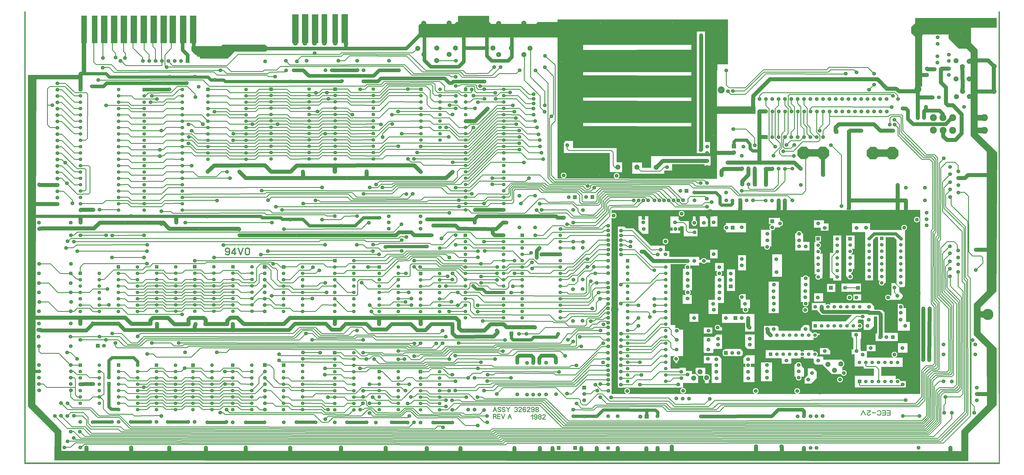
<source format=gbr>
%FSLAX34Y34*%
%MOMM*%
%LNCOPPER_TOP*%
G71*
G01*
%ADD10C, 0.002*%
%ADD11C, 2.300*%
%ADD12C, 4.300*%
%ADD13C, 5.300*%
%ADD14C, 6.300*%
%ADD15C, 2.800*%
%ADD16C, 1.100*%
%ADD17C, 0.010*%
%ADD18C, 2.400*%
%ADD19C, 2.600*%
%ADD20C, 2.100*%
%ADD21C, 2.200*%
%ADD22C, 2.320*%
%ADD23C, 2.200*%
%ADD24C, 2.440*%
%ADD25C, 2.800*%
%ADD26C, 2.800*%
%ADD27C, 2.300*%
%ADD28C, 2.300*%
%ADD29R, 3.300X11.900*%
%ADD30R, 3.100X11.900*%
%ADD31R, 3.300X12.300*%
%ADD32R, 3.100X12.300*%
%ADD33C, 2.600*%
%ADD34C, 3.600*%
%ADD35C, 1.500*%
%ADD36C, 4.500*%
%ADD37C, 5.500*%
%ADD38C, 2.000*%
%ADD39C, 0.300*%
%ADD40C, 0.318*%
%ADD41C, 1.800*%
%ADD42C, 1.300*%
%ADD43C, 1.600*%
%ADD44C, 1.500*%
%ADD45C, 1.400*%
%ADD46C, 2.500*%
%ADD47C, 2.300*%
%ADD48C, 3.000*%
%ADD49C, 0.476*%
%ADD50C, 3.000*%
%ADD51C, 1.520*%
%ADD52C, 1.400*%
%ADD53C, 1.640*%
%ADD54C, 2.000*%
%ADD55C, 2.000*%
%ADD56C, 1.500*%
%ADD57R, 2.500X11.100*%
%ADD58R, 2.300X11.100*%
%ADD59R, 2.500X11.500*%
%ADD60R, 2.300X11.500*%
%ADD61C, 1.800*%
%ADD62C, 2.800*%
%ADD63C, 2.500*%
%LPD*%
G54D10*
X0Y2003300D02*
X3900000Y2003300D01*
X3900000Y193300D01*
X0Y193300D01*
X0Y2003300D01*
G36*
X0Y2003300D02*
X3900000Y2003300D01*
X3900000Y193300D01*
X0Y193300D01*
X0Y2003300D01*
G37*
%LPC*%
X159550Y258050D02*
G54D11*
D03*
X172550Y282850D02*
G54D11*
D03*
X197050Y296550D02*
G54D11*
D03*
X184942Y321710D02*
G54D11*
D03*
X221850Y321450D02*
G54D11*
D03*
X121750Y384250D02*
G54D11*
D03*
X145950Y384950D02*
G54D11*
D03*
X171450Y384150D02*
G54D11*
D03*
X197550Y384950D02*
G54D11*
D03*
X172150Y434850D02*
G54D11*
D03*
X146150Y435750D02*
G54D11*
D03*
X426050Y360250D02*
G54D11*
D03*
X273550Y359550D02*
G54D11*
D03*
X223250Y257850D02*
G54D11*
D03*
X247650Y258450D02*
G54D11*
D03*
X426350Y258450D02*
G54D11*
D03*
X578750Y258450D02*
G54D11*
D03*
X171250Y638250D02*
G54D11*
D03*
X210650Y612850D02*
G54D11*
D03*
X56950Y701450D02*
G54D11*
D03*
X55850Y728650D02*
G54D11*
D03*
X184650Y702050D02*
G54D11*
D03*
X223350Y688950D02*
G54D11*
D03*
X300050Y701550D02*
G54D11*
D03*
X325620Y688759D02*
G54D11*
D03*
X363650Y676750D02*
G54D11*
D03*
X351050Y714550D02*
G54D11*
D03*
X491050Y632150D02*
G54D11*
D03*
X452450Y702250D02*
G54D11*
D03*
X509750Y676650D02*
G54D11*
D03*
X273650Y755050D02*
G54D11*
D03*
X427450Y753250D02*
G54D11*
D03*
X477650Y499050D02*
G54D11*
D03*
X547522Y384272D02*
G54D11*
D03*
X573250Y360250D02*
G54D11*
D03*
X731550Y358450D02*
G54D11*
D03*
X725550Y257550D02*
G54D11*
D03*
X884550Y257750D02*
G54D11*
D03*
X885350Y358950D02*
G54D11*
D03*
X783250Y397950D02*
G54D11*
D03*
X808150Y409850D02*
G54D11*
D03*
X1087650Y359550D02*
G54D11*
D03*
X1062050Y257150D02*
G54D11*
D03*
X1265650Y257750D02*
G54D11*
D03*
X1290350Y358550D02*
G54D11*
D03*
X1202550Y371450D02*
G54D11*
D03*
X1213650Y409450D02*
G54D11*
D03*
X1214250Y459950D02*
G54D11*
D03*
X1444150Y256950D02*
G54D11*
D03*
X1608750Y256250D02*
G54D11*
D03*
X1557550Y358750D02*
G54D11*
D03*
X1468750Y359050D02*
G54D11*
D03*
X1673287Y338112D02*
G54D11*
D03*
X1634550Y358150D02*
G54D11*
D03*
X1379550Y396450D02*
G54D11*
D03*
X1342450Y410050D02*
G54D11*
D03*
X1353950Y435150D02*
G54D11*
D03*
X1379850Y434950D02*
G54D11*
D03*
X1392650Y459850D02*
G54D11*
D03*
X1354850Y460850D02*
G54D11*
D03*
X1354638Y485214D02*
G54D11*
D03*
X1532350Y434150D02*
G54D11*
D03*
X1544850Y460350D02*
G54D11*
D03*
X1523850Y485550D02*
G54D11*
D03*
X1742950Y256050D02*
G54D11*
D03*
X1709750Y447250D02*
G54D11*
D03*
X1685450Y447950D02*
G54D11*
D03*
X1698150Y485250D02*
G54D11*
D03*
X1723050Y485550D02*
G54D11*
D03*
X1723498Y522929D02*
G54D11*
D03*
X1850950Y358650D02*
G54D11*
D03*
X1850050Y384550D02*
G54D11*
D03*
X1710850Y408850D02*
G54D11*
D03*
X1959350Y256250D02*
G54D11*
D03*
X2060450Y256050D02*
G54D11*
D03*
X617050Y676450D02*
G54D11*
D03*
X723250Y752250D02*
G54D11*
D03*
X630450Y790250D02*
G54D11*
D03*
X337850Y828450D02*
G54D11*
D03*
X332150Y892250D02*
G54D11*
D03*
X988350Y865550D02*
G54D11*
D03*
X1151640Y853758D02*
G54D11*
D03*
X1208446Y878815D02*
G54D11*
D03*
X1125750Y714250D02*
G54D11*
D03*
X1150650Y689350D02*
G54D11*
D03*
X1113750Y638150D02*
G54D11*
D03*
X1182782Y637213D02*
G54D11*
D03*
X1202045Y574350D02*
G54D11*
D03*
X1201309Y548950D02*
G54D11*
D03*
X1113050Y613050D02*
G54D11*
D03*
X1018050Y631550D02*
G54D11*
D03*
X1018350Y606650D02*
G54D11*
D03*
X801950Y561850D02*
G54D11*
D03*
X802250Y511850D02*
G54D11*
D03*
X640850Y575450D02*
G54D11*
D03*
X1080850Y751250D02*
G54D11*
D03*
X877350Y752150D02*
G54D11*
D03*
X1284150Y750450D02*
G54D11*
D03*
X1380450Y827650D02*
G54D11*
D03*
X1387750Y802250D02*
G54D11*
D03*
X1329726Y726527D02*
G54D11*
D03*
X1469050Y752050D02*
G54D11*
D03*
X1354350Y688950D02*
G54D11*
D03*
X1536792Y878936D02*
G54D11*
D03*
X1547650Y854050D02*
G54D11*
D03*
X1547850Y827950D02*
G54D11*
D03*
X1523950Y840950D02*
G54D11*
D03*
X1628662Y751867D02*
G54D11*
D03*
X1698150Y802850D02*
G54D11*
D03*
X1733350Y827350D02*
G54D11*
D03*
X1707550Y841350D02*
G54D11*
D03*
X1732850Y879050D02*
G54D11*
D03*
X1672350Y725850D02*
G54D11*
D03*
X1684950Y701450D02*
G54D11*
D03*
X1672150Y675350D02*
G54D11*
D03*
X1646850Y674650D02*
G54D11*
D03*
X1583550Y675250D02*
G54D11*
D03*
X1559050Y675050D02*
G54D11*
D03*
X1379650Y511250D02*
G54D11*
D03*
X1341850Y574350D02*
G54D11*
D03*
X1354650Y637750D02*
G54D11*
D03*
X1367550Y611850D02*
G54D11*
D03*
X1398650Y612150D02*
G54D11*
D03*
X1494650Y644050D02*
G54D11*
D03*
X1494750Y611550D02*
G54D11*
D03*
X1519450Y612250D02*
G54D11*
D03*
X1558150Y624250D02*
G54D11*
D03*
X1736750Y676450D02*
G54D11*
D03*
X1698750Y612150D02*
G54D11*
D03*
X1722850Y625150D02*
G54D11*
D03*
X1812550Y345850D02*
G54D11*
D03*
X1766750Y459750D02*
G54D11*
D03*
X1711250Y549450D02*
G54D11*
D03*
X1685350Y422150D02*
G54D11*
D03*
X1825450Y599221D02*
G54D11*
D03*
X1882250Y612050D02*
G54D11*
D03*
X1913150Y643650D02*
G54D11*
D03*
X1921450Y688350D02*
G54D11*
D03*
X1812550Y827150D02*
G54D11*
D03*
X1812650Y802050D02*
G54D11*
D03*
X1832550Y764750D02*
G54D11*
D03*
X1946350Y877950D02*
G54D11*
D03*
X2040950Y739050D02*
G54D11*
D03*
X1993050Y738650D02*
G54D11*
D03*
X1978050Y712650D02*
G54D11*
D03*
X1945650Y536350D02*
G54D11*
D03*
X1850744Y524038D02*
G54D11*
D03*
X1852156Y549025D02*
G54D11*
D03*
X1837650Y485450D02*
G54D11*
D03*
X1888550Y472550D02*
G54D11*
D03*
X2066850Y699250D02*
G54D11*
D03*
X2030350Y974250D02*
G54D11*
D03*
X2029550Y998750D02*
G54D11*
D03*
X2026150Y1037450D02*
G54D11*
D03*
X2048450Y1017950D02*
G54D11*
D03*
X2059950Y1056450D02*
G54D11*
D03*
X2067750Y1030650D02*
G54D11*
D03*
X2042850Y1107350D02*
G54D11*
D03*
X1953050Y903150D02*
G54D11*
D03*
X1959750Y955050D02*
G54D11*
D03*
X1959650Y1005950D02*
G54D11*
D03*
X1889383Y928912D02*
G54D11*
D03*
X1889750Y955150D02*
G54D11*
D03*
X1890550Y980350D02*
G54D11*
D03*
X1794350Y904850D02*
G54D11*
D03*
X1825773Y916622D02*
G54D11*
D03*
X1826250Y942150D02*
G54D11*
D03*
X1825550Y993150D02*
G54D11*
D03*
X1840150Y1044350D02*
G54D11*
D03*
X1838351Y1082036D02*
G54D11*
D03*
X1813650Y1044150D02*
G54D11*
D03*
X1813650Y1018950D02*
G54D11*
D03*
X1685750Y903850D02*
G54D11*
D03*
X1692450Y942750D02*
G54D11*
D03*
X1711950Y954750D02*
G54D11*
D03*
X1711350Y929950D02*
G54D11*
D03*
X1699004Y1018360D02*
G54D11*
D03*
X1724525Y1068813D02*
G54D11*
D03*
X1724250Y1108250D02*
G54D11*
D03*
X1667550Y1094750D02*
G54D11*
D03*
X1661337Y1055706D02*
G54D11*
D03*
X1609550Y1062750D02*
G54D11*
D03*
X1582550Y980450D02*
G54D11*
D03*
X1558550Y980850D02*
G54D11*
D03*
X1525750Y954850D02*
G54D11*
D03*
X1558450Y1005550D02*
G54D11*
D03*
X1508250Y1044550D02*
G54D11*
D03*
X1348350Y917550D02*
G54D11*
D03*
X1374360Y980157D02*
G54D11*
D03*
X1418350Y1031450D02*
G54D11*
D03*
X1393650Y1044150D02*
G54D11*
D03*
X1394250Y1069650D02*
G54D11*
D03*
X1443650Y1060850D02*
G54D11*
D03*
X1202902Y916816D02*
G54D11*
D03*
X1179350Y966850D02*
G54D11*
D03*
X1153650Y979350D02*
G54D11*
D03*
X1087950Y1107550D02*
G54D11*
D03*
X1285750Y1107950D02*
G54D11*
D03*
X1476450Y1107650D02*
G54D11*
D03*
X1508450Y1088050D02*
G54D11*
D03*
X1527071Y1100748D02*
G54D11*
D03*
X1628997Y1107615D02*
G54D11*
D03*
X1635050Y1146050D02*
G54D11*
D03*
X1610150Y1171150D02*
G54D11*
D03*
X1240750Y1184250D02*
G54D11*
D03*
X1266250Y1145350D02*
G54D11*
D03*
X1329550Y1184050D02*
G54D11*
D03*
X1377450Y1157350D02*
G54D11*
D03*
X1419650Y1177850D02*
G54D11*
D03*
X1114750Y1234550D02*
G54D11*
D03*
X1163850Y1247150D02*
G54D11*
D03*
X1190250Y1298350D02*
G54D11*
D03*
X1356150Y1273150D02*
G54D11*
D03*
X1380350Y1298550D02*
G54D11*
D03*
X1406450Y1310850D02*
G54D11*
D03*
X1431650Y1298450D02*
G54D11*
D03*
X1479150Y1337050D02*
G54D11*
D03*
X1636450Y1336850D02*
G54D11*
D03*
X1552950Y1273150D02*
G54D11*
D03*
X1527250Y1272550D02*
G54D11*
D03*
X1724484Y1298115D02*
G54D11*
D03*
X1737450Y1247850D02*
G54D11*
D03*
X1737750Y1222050D02*
G54D11*
D03*
X1456750Y1386450D02*
G54D11*
D03*
X1289150Y1336950D02*
G54D11*
D03*
X945293Y1030326D02*
G54D11*
D03*
X994850Y992650D02*
G54D11*
D03*
X973568Y1043743D02*
G54D11*
D03*
X796088Y1068443D02*
G54D11*
D03*
X758175Y1018032D02*
G54D11*
D03*
X681463Y1005631D02*
G54D11*
D03*
X859850Y1106950D02*
G54D11*
D03*
X858750Y1131750D02*
G54D11*
D03*
X700050Y1133350D02*
G54D11*
D03*
X1037588Y1132150D02*
G54D11*
D03*
X989857Y1158225D02*
G54D11*
D03*
X1030450Y1209050D02*
G54D11*
D03*
X1005550Y1221850D02*
G54D11*
D03*
X973950Y1248150D02*
G54D11*
D03*
X949150Y1285750D02*
G54D11*
D03*
X770350Y1246450D02*
G54D11*
D03*
X731850Y1182950D02*
G54D11*
D03*
X643192Y1157876D02*
G54D11*
D03*
X579350Y1133950D02*
G54D11*
D03*
X547850Y1152450D02*
G54D11*
D03*
X547750Y1203450D02*
G54D11*
D03*
X478405Y1107319D02*
G54D11*
D03*
X426750Y1184350D02*
G54D11*
D03*
X402297Y1157835D02*
G54D11*
D03*
X490750Y1069625D02*
G54D11*
D03*
X490137Y1043913D02*
G54D11*
D03*
X478274Y1018700D02*
G54D11*
D03*
X490150Y994150D02*
G54D11*
D03*
X350626Y1018425D02*
G54D11*
D03*
X211650Y1044050D02*
G54D11*
D03*
X166750Y1056450D02*
G54D11*
D03*
X172450Y1083450D02*
G54D11*
D03*
X185906Y1106888D02*
G54D11*
D03*
X197636Y1081623D02*
G54D11*
D03*
X224088Y1107013D02*
G54D11*
D03*
X326275Y1107107D02*
G54D11*
D03*
X351382Y1106688D02*
G54D11*
D03*
X59450Y1133450D02*
G54D11*
D03*
X59145Y1310493D02*
G54D11*
D03*
X192092Y1234735D02*
G54D11*
D03*
X170113Y1315544D02*
G54D11*
D03*
X163644Y1397955D02*
G54D11*
D03*
X111350Y1627750D02*
G54D11*
D03*
X326862Y1627338D02*
G54D11*
D03*
X269750Y1703250D02*
G54D11*
D03*
X225350Y1753750D02*
G54D11*
D03*
X295031Y1728538D02*
G54D11*
D03*
X312806Y1778219D02*
G54D11*
D03*
X314150Y1817150D02*
G54D11*
D03*
X364850Y1818650D02*
G54D11*
D03*
X384350Y1805350D02*
G54D11*
D03*
X401602Y1817176D02*
G54D11*
D03*
X275245Y1209382D02*
G54D11*
D03*
X300792Y1209335D02*
G54D11*
D03*
X509750Y1665458D02*
G54D11*
D03*
X529670Y1652261D02*
G54D11*
D03*
X504306Y1639938D02*
G54D11*
D03*
X547956Y1526745D02*
G54D11*
D03*
X541903Y1449527D02*
G54D11*
D03*
X541551Y1423974D02*
G54D11*
D03*
X569050Y1780150D02*
G54D11*
D03*
X580650Y1741850D02*
G54D11*
D03*
X560508Y1715997D02*
G54D11*
D03*
X649350Y1716650D02*
G54D11*
D03*
X579650Y1691850D02*
G54D11*
D03*
X681650Y1742050D02*
G54D11*
D03*
X784250Y1767750D02*
G54D11*
D03*
X760650Y1729250D02*
G54D11*
D03*
X683602Y1659992D02*
G54D11*
D03*
X759750Y1602050D02*
G54D11*
D03*
X713794Y1551445D02*
G54D11*
D03*
X656251Y1551307D02*
G54D11*
D03*
X668886Y1525397D02*
G54D11*
D03*
X657750Y1500950D02*
G54D11*
D03*
X656208Y1474934D02*
G54D11*
D03*
X668510Y1385902D02*
G54D11*
D03*
X835550Y1513550D02*
G54D11*
D03*
X834698Y1487640D02*
G54D11*
D03*
X1045150Y1806050D02*
G54D11*
D03*
X1160750Y1836150D02*
G54D11*
D03*
X1046350Y1766950D02*
G54D11*
D03*
X1001950Y1741950D02*
G54D11*
D03*
X1064750Y1722750D02*
G54D11*
D03*
X1266050Y1723450D02*
G54D11*
D03*
X1331250Y1768350D02*
G54D11*
D03*
X911650Y1551550D02*
G54D11*
D03*
X1012450Y1551550D02*
G54D11*
D03*
X1209662Y1678125D02*
G54D11*
D03*
X1165550Y1677450D02*
G54D11*
D03*
X1215362Y1653119D02*
G54D11*
D03*
X1171450Y1602350D02*
G54D11*
D03*
X1203348Y1513470D02*
G54D11*
D03*
X1355350Y1723550D02*
G54D11*
D03*
X1343050Y1691850D02*
G54D11*
D03*
X1497750Y1767550D02*
G54D11*
D03*
X1533150Y1691950D02*
G54D11*
D03*
X1494250Y1602550D02*
G54D11*
D03*
X1469550Y1589550D02*
G54D11*
D03*
X1425668Y1550614D02*
G54D11*
D03*
X1470450Y1552450D02*
G54D11*
D03*
X1432669Y1500219D02*
G54D11*
D03*
X1508632Y1513351D02*
G54D11*
D03*
X1495250Y1463350D02*
G54D11*
D03*
X1584650Y1463250D02*
G54D11*
D03*
X1570650Y1438150D02*
G54D11*
D03*
X1557850Y1413050D02*
G54D11*
D03*
X1534050Y1412550D02*
G54D11*
D03*
X1713050Y1399650D02*
G54D11*
D03*
X1696550Y1501350D02*
G54D11*
D03*
X1686750Y1539350D02*
G54D11*
D03*
X1711650Y1590450D02*
G54D11*
D03*
X1699650Y1628150D02*
G54D11*
D03*
X1724750Y1615450D02*
G54D11*
D03*
X1725550Y1641150D02*
G54D11*
D03*
X1725688Y1665664D02*
G54D11*
D03*
X1724550Y1704950D02*
G54D11*
D03*
X1699150Y1716650D02*
G54D11*
D03*
X1724912Y1741501D02*
G54D11*
D03*
X2043750Y1766850D02*
G54D11*
D03*
X2081150Y1779650D02*
G54D11*
D03*
X2082150Y1825050D02*
G54D11*
D03*
X1979950Y1767850D02*
G54D11*
D03*
X1904150Y1780250D02*
G54D11*
D03*
X1878750Y1780250D02*
G54D11*
D03*
X2107250Y1583050D02*
G54D11*
D03*
X2080550Y1627250D02*
G54D11*
D03*
X2079950Y1601550D02*
G54D11*
D03*
X1942250Y1678850D02*
G54D11*
D03*
X2036150Y1671950D02*
G54D11*
D03*
X2036350Y1653050D02*
G54D11*
D03*
X2035950Y1634450D02*
G54D11*
D03*
X2035250Y1614650D02*
G54D11*
D03*
X2036450Y1589950D02*
G54D11*
D03*
X2042350Y1564750D02*
G54D11*
D03*
X2049650Y1538850D02*
G54D11*
D03*
X2055350Y1511150D02*
G54D11*
D03*
X2060850Y1487950D02*
G54D11*
D03*
X2061550Y1463250D02*
G54D11*
D03*
X2067550Y1437750D02*
G54D11*
D03*
X2074089Y1412214D02*
G54D11*
D03*
X1997450Y1398750D02*
G54D11*
D03*
X1979450Y1450350D02*
G54D11*
D03*
X1978850Y1475650D02*
G54D11*
D03*
X1979450Y1501350D02*
G54D11*
D03*
X1978529Y1526128D02*
G54D11*
D03*
X1967050Y1551550D02*
G54D11*
D03*
X1965187Y1576294D02*
G54D11*
D03*
X1959114Y1601674D02*
G54D11*
D03*
X1952713Y1627559D02*
G54D11*
D03*
X1725250Y1805550D02*
G54D11*
D03*
X1839050Y1691950D02*
G54D11*
D03*
X1883240Y1677495D02*
G54D11*
D03*
X1884150Y1653350D02*
G54D11*
D03*
X1839350Y1653550D02*
G54D11*
D03*
X1813684Y1639876D02*
G54D11*
D03*
X1795250Y1666350D02*
G54D11*
D03*
X1851650Y1614350D02*
G54D11*
D03*
X1801250Y1615350D02*
G54D11*
D03*
X1795350Y1538050D02*
G54D11*
D03*
X2017150Y1335550D02*
G54D11*
D03*
X1871150Y1336050D02*
G54D11*
D03*
X1870750Y1311150D02*
G54D11*
D03*
X1838250Y1234550D02*
G54D11*
D03*
X1801750Y1208850D02*
G54D11*
D03*
X1788850Y1273050D02*
G54D11*
D03*
X1699150Y1196950D02*
G54D11*
D03*
X1874250Y1132650D02*
G54D11*
D03*
X2061050Y1233620D02*
G54D11*
D03*
X2067950Y1208550D02*
G54D11*
D03*
X2068450Y1182850D02*
G54D11*
D03*
X2143650Y1132750D02*
G54D11*
D03*
X2047850Y1208450D02*
G54D11*
D03*
X83750Y278250D02*
G54D12*
D03*
X82950Y1803250D02*
G54D12*
D03*
X890175Y1800450D02*
G54D12*
D03*
X1809150Y1799950D02*
G54D12*
D03*
X275150Y512050D02*
G54D11*
D03*
X822350Y1335950D02*
G54D11*
D03*
X809750Y1361450D02*
G54D11*
D03*
X777250Y1386950D02*
G54D11*
D03*
X885850Y1386550D02*
G54D11*
D03*
X2436950Y1247150D02*
G54D11*
D03*
X2455950Y1246850D02*
G54D11*
D03*
X2474950Y1247150D02*
G54D11*
D03*
X2493850Y1247150D02*
G54D11*
D03*
X2519550Y1247150D02*
G54D11*
D03*
X2538650Y1247150D02*
G54D11*
D03*
X2557550Y1247150D02*
G54D11*
D03*
X2576650Y1246850D02*
G54D11*
D03*
X2595450Y1246850D02*
G54D11*
D03*
X2614650Y1246750D02*
G54D11*
D03*
X2633750Y1247550D02*
G54D11*
D03*
X2729750Y1221650D02*
G54D11*
D03*
X2748450Y1240350D02*
G54D11*
D03*
X2728850Y1253850D02*
G54D11*
D03*
X2729750Y1316650D02*
G54D11*
D03*
X2703950Y1316250D02*
G54D11*
D03*
X2834750Y1532250D02*
G54D11*
D03*
X2920450Y1467550D02*
G54D11*
D03*
X3193550Y1349450D02*
G54D11*
D03*
X3076650Y1425050D02*
G54D11*
D03*
X3034550Y1443450D02*
G54D11*
D03*
X3047016Y1468815D02*
G54D11*
D03*
X3078650Y1469150D02*
G54D11*
D03*
X3103350Y1373850D02*
G54D11*
D03*
X3267350Y1224350D02*
G54D11*
D03*
X3180032Y1525347D02*
G54D11*
D03*
X2964750Y1310050D02*
G54D11*
D03*
X2867950Y1284750D02*
G54D11*
D03*
X2831450Y1246450D02*
G54D11*
D03*
X3478706Y1569559D02*
G54D11*
D03*
X3460476Y1550330D02*
G54D11*
D03*
X3479658Y1549854D02*
G54D11*
D03*
X3283750Y1754550D02*
G54D11*
D03*
X2806850Y1766450D02*
G54D11*
D03*
X2813050Y1683550D02*
G54D11*
D03*
X2832450Y1684750D02*
G54D11*
D03*
X3327450Y1759250D02*
G54D11*
D03*
X3397450Y1754350D02*
G54D11*
D03*
X3377241Y1689443D02*
G54D11*
D03*
X3397850Y1709750D02*
G54D11*
D03*
X3447250Y1696250D02*
G54D11*
D03*
X3472950Y1664850D02*
G54D11*
D03*
X3493350Y1652850D02*
G54D11*
D03*
X3467750Y1620650D02*
G54D11*
D03*
X3511850Y1614950D02*
G54D11*
D03*
X3827150Y1912350D02*
G54D12*
D03*
X2278250Y1297550D02*
G54D11*
D03*
X2252462Y1304503D02*
G54D11*
D03*
X2156818Y1178072D02*
G54D11*
D03*
X2170050Y1151350D02*
G54D11*
D03*
X2194750Y1158350D02*
G54D11*
D03*
X2251450Y981350D02*
G54D11*
D03*
X2250950Y1011750D02*
G54D11*
D03*
X2334150Y955650D02*
G54D11*
D03*
X2276950Y980850D02*
G54D11*
D03*
X2264450Y923450D02*
G54D11*
D03*
X2288750Y917150D02*
G54D11*
D03*
X2302950Y459750D02*
G54D11*
D03*
X2295950Y878250D02*
G54D11*
D03*
X2270250Y814750D02*
G54D11*
D03*
X2264450Y763750D02*
G54D11*
D03*
X2303750Y726450D02*
G54D11*
D03*
X2226950Y662750D02*
G54D11*
D03*
X2194450Y681950D02*
G54D11*
D03*
X2173386Y689191D02*
G54D11*
D03*
X2220250Y701050D02*
G54D11*
D03*
X2162150Y624750D02*
G54D11*
D03*
X2207450Y586250D02*
G54D11*
D03*
X2169618Y474095D02*
G54D11*
D03*
X2315150Y751150D02*
G54D11*
D03*
X2314950Y675350D02*
G54D11*
D03*
X2314150Y598250D02*
G54D11*
D03*
X2302421Y512256D02*
G54D11*
D03*
X2346350Y458450D02*
G54D11*
D03*
X2283350Y509350D02*
G54D11*
D03*
X2290550Y485550D02*
G54D11*
D03*
X2207850Y433950D02*
G54D11*
D03*
X2195050Y383650D02*
G54D11*
D03*
X2194350Y409350D02*
G54D11*
D03*
X2238250Y382550D02*
G54D11*
D03*
X2486550Y255950D02*
G54D11*
D03*
X2588471Y262532D02*
G54D11*
D03*
X2334950Y485350D02*
G54D11*
D03*
X2925450Y263250D02*
G54D11*
D03*
X3026450Y263450D02*
G54D11*
D03*
X2740650Y453050D02*
G54D11*
D03*
X3523350Y447550D02*
G54D11*
D03*
X3512250Y384650D02*
G54D11*
D03*
X3797850Y396650D02*
G54D11*
D03*
X3708450Y397350D02*
G54D11*
D03*
X3677550Y397150D02*
G54D11*
D03*
X3682850Y460650D02*
G54D11*
D03*
X3707950Y522550D02*
G54D11*
D03*
X3675550Y523450D02*
G54D11*
D03*
X3617750Y608350D02*
G54D11*
D03*
X3593450Y609850D02*
G54D11*
D03*
X3619250Y813950D02*
G54D11*
D03*
X3593950Y814650D02*
G54D11*
D03*
X3851960Y790499D02*
G54D13*
D03*
X3820050Y275450D02*
G54D12*
D03*
X3790950Y688050D02*
G54D11*
D03*
X2333850Y612450D02*
G54D11*
D03*
X1813038Y574344D02*
G54D11*
D03*
X2333750Y739044D02*
G54D11*
D03*
X3676000Y1415200D02*
G54D11*
D03*
X1811944Y459938D02*
G54D11*
D03*
X2333450Y586500D02*
G54D11*
D03*
X2333850Y567438D02*
G54D11*
D03*
X2334150Y548087D02*
G54D11*
D03*
X2334450Y529338D02*
G54D11*
D03*
X2334150Y510838D02*
G54D11*
D03*
X2137308Y560384D02*
G54D11*
D03*
X2334150Y688756D02*
G54D11*
D03*
X2333850Y663056D02*
G54D11*
D03*
X2333550Y637356D02*
G54D11*
D03*
X1507950Y1151750D02*
G54D11*
D03*
X1311750Y1590050D02*
G54D11*
D03*
X1063750Y1362550D02*
G54D11*
D03*
X3224450Y1468350D02*
G54D11*
D03*
X3803850Y1049450D02*
G54D11*
D03*
X3803750Y968850D02*
G54D11*
D03*
X3741892Y1914034D02*
G54D14*
D03*
X2282250Y955150D02*
G54D11*
D03*
X2334150Y1145650D02*
G54D11*
D03*
X2334240Y1126450D02*
G54D11*
D03*
X2335050Y1107850D02*
G54D11*
D03*
X2334450Y1087750D02*
G54D11*
D03*
X2334750Y1068950D02*
G54D11*
D03*
X2334750Y1050050D02*
G54D11*
D03*
X2334350Y1031250D02*
G54D11*
D03*
X2334350Y1005850D02*
G54D11*
D03*
X2333550Y980450D02*
G54D11*
D03*
X2302150Y853650D02*
G54D11*
D03*
X2332950Y916850D02*
G54D11*
D03*
X2333950Y897950D02*
G54D11*
D03*
X2332950Y879550D02*
G54D11*
D03*
X2334250Y853650D02*
G54D11*
D03*
X2333950Y833150D02*
G54D11*
D03*
X2333550Y815350D02*
G54D11*
D03*
X2333750Y796750D02*
G54D11*
D03*
X2333950Y777050D02*
G54D11*
D03*
X2334150Y758050D02*
G54D11*
D03*
X2334250Y713950D02*
G54D11*
D03*
X2730050Y1462250D02*
G54D11*
D03*
X2704050Y1449650D02*
G54D11*
D03*
X2705550Y1907350D02*
G54D11*
D03*
X1985681Y1234666D02*
G54D11*
D03*
X1788780Y1690938D02*
G54D11*
D03*
X1839850Y1722450D02*
G54D11*
D03*
X1821650Y1704450D02*
G54D11*
D03*
X1837850Y407750D02*
G54D11*
D03*
X2355950Y1185650D02*
G54D11*
D03*
X2627650Y1193650D02*
G54D11*
D03*
X3568550Y1170050D02*
G54D11*
D03*
X3090050Y483950D02*
G54D11*
D03*
X2924650Y483950D02*
G54D11*
D03*
X2633950Y484750D02*
G54D11*
D03*
X2410350Y484350D02*
G54D11*
D03*
X2679750Y1119450D02*
G54D11*
D03*
X2386050Y1126250D02*
G54D11*
D03*
X2386050Y1106450D02*
G54D11*
D03*
X2385050Y1087550D02*
G54D11*
D03*
X2385550Y1068750D02*
G54D11*
D03*
X2385050Y1049450D02*
G54D11*
D03*
X2385550Y1030150D02*
G54D11*
D03*
X2423650Y1081750D02*
G54D11*
D03*
X2423250Y1062450D02*
G54D11*
D03*
X2467650Y1042150D02*
G54D11*
D03*
X2543950Y1049450D02*
G54D11*
D03*
X2532350Y1030150D02*
G54D11*
D03*
X2651750Y1004950D02*
G54D11*
D03*
X2518850Y967450D02*
G54D11*
D03*
X2385150Y910250D02*
G54D11*
D03*
X2385150Y833750D02*
G54D11*
D03*
X2455450Y827450D02*
G54D11*
D03*
X2455150Y776550D02*
G54D11*
D03*
X2455150Y744550D02*
G54D11*
D03*
X2385450Y713450D02*
G54D11*
D03*
X2518550Y852850D02*
G54D11*
D03*
X2519150Y827450D02*
G54D11*
D03*
X2518850Y801950D02*
G54D11*
D03*
X2500850Y780250D02*
G54D11*
D03*
X2385450Y687950D02*
G54D11*
D03*
X2385150Y662550D02*
G54D11*
D03*
X2384244Y638221D02*
G54D11*
D03*
X2385450Y611750D02*
G54D11*
D03*
X2385234Y587801D02*
G54D11*
D03*
X2461450Y599150D02*
G54D11*
D03*
X2385089Y562424D02*
G54D11*
D03*
X2384850Y535150D02*
G54D11*
D03*
X2384550Y509950D02*
G54D11*
D03*
X2467150Y548550D02*
G54D11*
D03*
X2461150Y509750D02*
G54D11*
D03*
X2625950Y561150D02*
G54D11*
D03*
X2651240Y549890D02*
G54D11*
D03*
X2627150Y535450D02*
G54D11*
D03*
X2613950Y510250D02*
G54D11*
D03*
X3098050Y1063450D02*
G54D11*
D03*
X2969550Y1061050D02*
G54D11*
D03*
X3122250Y883750D02*
G54D11*
D03*
X2995650Y883750D02*
G54D11*
D03*
X2995150Y858650D02*
G54D11*
D03*
X3122250Y859050D02*
G54D11*
D03*
X2970150Y733150D02*
G54D11*
D03*
X3511650Y510250D02*
G54D11*
D03*
X3325521Y708950D02*
G54D11*
D03*
X3490350Y864850D02*
G54D11*
D03*
X3478826Y898597D02*
G54D11*
D03*
X3281550Y897550D02*
G54D11*
D03*
G36*
X3213450Y908550D02*
X3236450Y908550D01*
X3236450Y885550D01*
X3213450Y885550D01*
X3213450Y908550D01*
G37*
G36*
X3321850Y908350D02*
X3344850Y908350D01*
X3344850Y885350D01*
X3321850Y885350D01*
X3321850Y908350D01*
G37*
X2373150Y1379750D02*
G54D15*
D03*
X2449150Y1379750D02*
G54D15*
D03*
X2525950Y1379350D02*
G54D15*
D03*
X2569850Y1379750D02*
G54D11*
D03*
X2367750Y1345150D02*
G54D11*
D03*
X2156350Y1347250D02*
G54D11*
D03*
X2811950Y1398450D02*
G54D11*
D03*
X2786950Y1348450D02*
G54D11*
D03*
G54D16*
X132150Y1690150D02*
X149350Y1690150D01*
X200050Y1639450D01*
X224150Y1639450D01*
X224250Y1639550D01*
G54D16*
X224250Y1664950D02*
X199250Y1664950D01*
X161350Y1702850D01*
X101550Y1702850D01*
X91750Y1693050D01*
X91750Y1627750D01*
X111350Y1627750D01*
X91750Y1627750D01*
X91750Y1549850D01*
X102950Y1538650D01*
X131250Y1538650D01*
X132150Y1537750D01*
G54D16*
X132150Y1715550D02*
X164450Y1715550D01*
X202350Y1677650D01*
X248150Y1677650D01*
X253350Y1672450D01*
X252150Y1494950D01*
X244550Y1487150D01*
X224250Y1487150D01*
G54D16*
X132150Y1664750D02*
X148650Y1664750D01*
X199050Y1614350D01*
X224050Y1614350D01*
X224250Y1614150D01*
G54D16*
X132150Y1639350D02*
X149050Y1639350D01*
X199050Y1589350D01*
X223650Y1589350D01*
X224250Y1588750D01*
G54D16*
X132150Y1613950D02*
X148850Y1613950D01*
X199050Y1563750D01*
X223850Y1563750D01*
X224250Y1563350D01*
G54D16*
X132150Y1588550D02*
X148550Y1588550D01*
X198350Y1538750D01*
X223450Y1538750D01*
X224250Y1537950D01*
G54D16*
X132150Y1563150D02*
X149250Y1563150D01*
X199050Y1513350D01*
X223450Y1513350D01*
X224250Y1512550D01*
G54D16*
X132150Y1512350D02*
X149650Y1512350D01*
X199950Y1462050D01*
X223950Y1462050D01*
X224250Y1461750D01*
G54D16*
X132150Y1486950D02*
X149450Y1486950D01*
X199350Y1437050D01*
X223550Y1437050D01*
X224250Y1436350D01*
G54D16*
X132150Y1461550D02*
X149950Y1461550D01*
X199450Y1411650D01*
X224250Y1410950D01*
G54D16*
X132150Y1436150D02*
X147650Y1436150D01*
X211050Y1374150D01*
X241750Y1374150D01*
X246050Y1369850D01*
X246050Y1289350D01*
X241550Y1284850D01*
X225150Y1284850D01*
X224250Y1283950D01*
G54D16*
X224663Y1386169D02*
X257350Y1386150D01*
X262250Y1380650D01*
X262550Y1277750D01*
X256950Y1272250D01*
X211450Y1271650D01*
X174050Y1309450D01*
X174050Y1314082D01*
X171144Y1316987D01*
X167413Y1316987D01*
X148650Y1335750D01*
X133350Y1335750D01*
X132150Y1334550D01*
G54D16*
X132150Y1410750D02*
X149050Y1410750D01*
X156450Y1403350D01*
X157150Y1403350D01*
X199350Y1361150D01*
X223250Y1361150D01*
X224250Y1360150D01*
G54D16*
X132150Y1385350D02*
X150150Y1385350D01*
X199350Y1336150D01*
X222850Y1336150D01*
X224250Y1334750D01*
G54D16*
X132150Y1359950D02*
X148450Y1359950D01*
X200150Y1309050D01*
X224250Y1309350D01*
G54D16*
X132150Y1283750D02*
X156450Y1283750D01*
X192150Y1248050D01*
X192150Y1234793D01*
X192092Y1234735D01*
G54D16*
X300792Y1209335D02*
X375065Y1209335D01*
X376650Y1207750D01*
G54D16*
X326862Y1627338D02*
X414950Y1627150D01*
X427650Y1614650D01*
X478450Y1614650D01*
G54D16*
X376650Y1664950D02*
X428250Y1664950D01*
X440850Y1652150D01*
X529670Y1652261D01*
G54D16*
X376650Y1639550D02*
X415450Y1639550D01*
X427650Y1627350D01*
X555750Y1627350D01*
X569050Y1640250D01*
X631350Y1639550D01*
G54D16*
X376650Y1614150D02*
X415750Y1614150D01*
X428050Y1601850D01*
X555250Y1601850D01*
X568050Y1614650D01*
X630850Y1614650D01*
X631350Y1614150D01*
G54D16*
X376650Y1588750D02*
X415250Y1588750D01*
X426950Y1576250D01*
X555350Y1576450D01*
X568150Y1589450D01*
X630650Y1589450D01*
X631350Y1588750D01*
X709250Y1588750D01*
X733950Y1564050D01*
G54D16*
X376650Y1563350D02*
X414850Y1563350D01*
X426750Y1551450D01*
X555050Y1551450D01*
X568150Y1563550D01*
X700250Y1564150D01*
X713794Y1551445D01*
G54D16*
X376650Y1537950D02*
X415850Y1537950D01*
X427050Y1525350D01*
X555845Y1525745D01*
X567750Y1538850D01*
X630450Y1538850D01*
X631350Y1537950D01*
G54D16*
X376650Y1512550D02*
X415550Y1512550D01*
X427250Y1500850D01*
X555050Y1500850D01*
X567250Y1513050D01*
X630850Y1513050D01*
X631350Y1512550D01*
G54D16*
X376650Y1487150D02*
X415150Y1487150D01*
X427250Y1475050D01*
X554250Y1475050D01*
X567350Y1487550D01*
X669950Y1487150D01*
X694450Y1462650D01*
X809550Y1462450D01*
X821950Y1450250D01*
X923550Y1449850D01*
X936750Y1463250D01*
X986050Y1463250D01*
X986350Y1463550D01*
G54D16*
X376650Y1410950D02*
X415750Y1410950D01*
X428250Y1398950D01*
X555250Y1398950D01*
X567750Y1411850D01*
X631350Y1410950D01*
G54D16*
X376650Y1385550D02*
X415450Y1385550D01*
X427350Y1373850D01*
X554550Y1373850D01*
X567850Y1386150D01*
X670050Y1386850D01*
G54D16*
X376650Y1360150D02*
X415150Y1360150D01*
X427650Y1347750D01*
X554550Y1347450D01*
X567850Y1361150D01*
X674950Y1361350D01*
X694450Y1342050D01*
X767650Y1342050D01*
X787050Y1361450D01*
X809150Y1362050D01*
X809750Y1361450D01*
G54D16*
X376650Y1334750D02*
X416050Y1334750D01*
X426950Y1322750D01*
X554250Y1322950D01*
X567450Y1335450D01*
X822350Y1335950D01*
G54D16*
X376650Y1309350D02*
X385550Y1309350D01*
X389250Y1309950D01*
X414888Y1310332D01*
X426750Y1297850D01*
X554650Y1297850D01*
X566750Y1309550D01*
X631350Y1309350D01*
G54D16*
X376650Y1283950D02*
X414350Y1284150D01*
X426750Y1272550D01*
X548250Y1272550D01*
X574350Y1297750D01*
X1190250Y1298350D01*
G54D16*
X224250Y1233150D02*
X229950Y1233150D01*
X231850Y1234050D01*
X313350Y1234050D01*
X326350Y1246550D01*
X413850Y1246550D01*
X428150Y1234050D01*
X478906Y1233606D01*
G54D16*
X376650Y1258550D02*
X384050Y1258550D01*
X385650Y1259750D01*
X414550Y1259950D01*
X428150Y1246750D01*
X541750Y1246750D01*
X567350Y1271850D01*
X962650Y1272950D01*
X967850Y1278150D01*
X1310750Y1278550D01*
X1329350Y1259350D01*
X1502150Y1259550D01*
X1514550Y1272950D01*
X1526850Y1272950D01*
X1527250Y1272550D01*
G54D16*
X376650Y1233150D02*
X384850Y1233150D01*
X386750Y1235050D01*
X412450Y1235050D01*
X426450Y1221850D01*
X548150Y1221550D01*
X560950Y1234050D01*
X629450Y1235050D01*
X631350Y1233150D01*
G54D16*
X478950Y1233150D02*
X486050Y1233150D01*
X488150Y1234050D01*
X548750Y1234050D01*
X560550Y1246350D01*
X769550Y1247250D01*
G54D16*
X631350Y1258550D02*
X638950Y1258550D01*
X640950Y1259750D01*
X967950Y1259950D01*
X981250Y1272450D01*
X1294650Y1272450D01*
X1314350Y1253150D01*
X1533350Y1253350D01*
X1552950Y1273150D01*
G54D16*
X631350Y1207750D02*
X638350Y1207750D01*
X640250Y1208250D01*
X979850Y1208450D01*
X992850Y1195850D01*
X1698850Y1196650D01*
X1699150Y1196950D01*
G54D16*
X548575Y1202213D02*
X586850Y1202250D01*
X592650Y1195750D01*
X961350Y1195950D01*
X967450Y1189250D01*
X1202350Y1189650D01*
X1209450Y1183950D01*
X1240450Y1183950D01*
X1240750Y1184250D01*
G54D16*
X504306Y1639938D02*
X556150Y1640350D01*
X568550Y1652750D01*
X600250Y1652750D01*
X613250Y1665350D01*
X630950Y1665350D01*
X631350Y1664950D01*
G54D16*
X511219Y1665119D02*
X593450Y1664950D01*
X619250Y1690350D01*
X631350Y1690350D01*
G54D16*
X478950Y1664950D02*
X484186Y1665157D01*
X496450Y1677450D01*
X586850Y1677850D01*
X612250Y1703050D01*
X650550Y1703450D01*
X682450Y1672550D01*
X682450Y1661145D01*
X683602Y1659992D01*
G54D16*
X658050Y1551950D02*
X668850Y1551950D01*
X681750Y1539050D01*
X733550Y1539050D01*
X733950Y1538650D01*
G54D16*
X671150Y1527250D02*
X671150Y1524950D01*
X682350Y1513750D01*
X733450Y1513750D01*
X733950Y1513250D01*
G54D16*
X631350Y1512550D02*
X669850Y1512550D01*
X693850Y1488550D01*
X733250Y1488550D01*
X733950Y1487850D01*
G54D16*
X657750Y1500950D02*
X668750Y1500950D01*
X693850Y1475850D01*
X808150Y1475850D01*
X821350Y1462650D01*
X886150Y1462650D01*
X886350Y1462450D01*
G54D16*
X658350Y1475850D02*
X662050Y1475850D01*
X687850Y1450050D01*
X808350Y1450050D01*
X821250Y1437150D01*
X922650Y1437050D01*
X935650Y1450050D01*
X1050950Y1450050D01*
X1063050Y1437950D01*
X1178250Y1437750D01*
X1191150Y1450650D01*
X1291650Y1450650D01*
X1304350Y1437950D01*
X1394950Y1437950D01*
G54D16*
X376650Y1461750D02*
X415650Y1461750D01*
X427650Y1449750D01*
X542466Y1449750D01*
X543150Y1450434D01*
X555634Y1449834D01*
X568050Y1462450D01*
X662750Y1462350D01*
X687650Y1437450D01*
X733550Y1437450D01*
X733950Y1437050D01*
G54D16*
X376650Y1436350D02*
X416150Y1436350D01*
X427650Y1424850D01*
X543114Y1424850D01*
X543150Y1424887D01*
X555086Y1424887D01*
X568950Y1436350D01*
X669050Y1437150D01*
X681250Y1424750D01*
X808750Y1424750D01*
X821350Y1412150D01*
X885850Y1412150D01*
X886350Y1411650D01*
G54D16*
X733950Y1665650D02*
X809550Y1665650D01*
X821850Y1653350D01*
X925250Y1653350D01*
X937850Y1665950D01*
X1051050Y1665950D01*
X1064650Y1653150D01*
X1179250Y1653550D01*
X1191850Y1665950D01*
X1292250Y1666550D01*
X1305050Y1653950D01*
X1421050Y1654150D01*
X1458150Y1691850D01*
X1533050Y1691850D01*
X1533150Y1691950D01*
X1585250Y1691950D01*
X1585550Y1691650D01*
G54D16*
X733950Y1640250D02*
X809150Y1640250D01*
X821350Y1628050D01*
X924650Y1628050D01*
X937850Y1641250D01*
X986250Y1641250D01*
X986350Y1641350D01*
G54D16*
X733950Y1614850D02*
X809350Y1614850D01*
X822150Y1602450D01*
X924050Y1602450D01*
X937250Y1615450D01*
X985850Y1615450D01*
X986350Y1615950D01*
G54D16*
X759750Y1602050D02*
X809450Y1602050D01*
X821350Y1590150D01*
X885650Y1590150D01*
X886350Y1589450D01*
G54D16*
X733950Y1564050D02*
X809050Y1564050D01*
X821350Y1551750D01*
X911450Y1551750D01*
X911650Y1551550D01*
X923450Y1551550D01*
X936750Y1564850D01*
X1049850Y1564550D01*
X1061950Y1552250D01*
X1178850Y1551850D01*
X1191650Y1564850D01*
X1242450Y1564850D01*
X1242550Y1564950D01*
G54D16*
X733950Y1538650D02*
X809650Y1538650D01*
X822050Y1525850D01*
X924150Y1526050D01*
X936750Y1539050D01*
X985650Y1539050D01*
X986350Y1539750D01*
G54D16*
X733950Y1513250D02*
X809250Y1513250D01*
X821350Y1500750D01*
X923450Y1500750D01*
X937250Y1513350D01*
X1049650Y1513350D01*
X1063050Y1501150D01*
X1177850Y1500550D01*
X1190050Y1513750D01*
X1292450Y1514150D01*
X1305350Y1500650D01*
X1406850Y1500850D01*
X1458450Y1552250D01*
X1470250Y1552250D01*
X1470450Y1552450D01*
G54D16*
X835650Y1487450D02*
X885950Y1487450D01*
X886350Y1487850D01*
X922850Y1487850D01*
X936150Y1501150D01*
X1051050Y1501150D01*
X1063650Y1488550D01*
X1138350Y1488550D01*
X1138750Y1488950D01*
G54D16*
X886350Y1665650D02*
X924350Y1665650D01*
X938250Y1678150D01*
X1050450Y1678350D01*
X1064650Y1665750D01*
X1178050Y1665750D01*
X1191650Y1678750D01*
X1291350Y1678950D01*
X1303950Y1666150D01*
X1420550Y1666350D01*
X1458250Y1703850D01*
X1606050Y1703850D01*
X1622950Y1688150D01*
X1622950Y1656150D01*
X1637750Y1641350D01*
X1661250Y1641350D01*
X1661750Y1640850D01*
G54D16*
X886350Y1614850D02*
X923450Y1614850D01*
X936150Y1627550D01*
X1052050Y1627550D01*
X1064050Y1615350D01*
X1138750Y1615950D01*
G54D16*
X733950Y1437050D02*
X809050Y1437050D01*
X821350Y1424750D01*
X923950Y1424750D01*
X936550Y1437950D01*
X1049750Y1438150D01*
X1063150Y1424550D01*
X1178550Y1425350D01*
X1191150Y1437950D01*
X1242550Y1437950D01*
G54D16*
X886350Y1411650D02*
X923250Y1411650D01*
X936150Y1424550D01*
X1049550Y1425350D01*
X1062850Y1412250D01*
X1138650Y1412650D01*
X1138750Y1412750D01*
G54D16*
X733950Y1691050D02*
X809450Y1691050D01*
X822750Y1677950D01*
X925350Y1678350D01*
X937850Y1691250D01*
X1050550Y1691550D01*
X1063650Y1678650D01*
X1178450Y1678250D01*
X1192250Y1691850D01*
X1242450Y1691850D01*
X1242550Y1691950D01*
G54D16*
X986350Y1641350D02*
X1050350Y1641350D01*
X1064450Y1627850D01*
X1178550Y1628050D01*
X1191250Y1640450D01*
X1292350Y1641150D01*
X1305250Y1627650D01*
X1419450Y1627250D01*
X1458150Y1666150D01*
X1585550Y1666250D01*
G54D16*
X886350Y1640250D02*
X924050Y1640250D01*
X936150Y1653350D01*
X1050450Y1653350D01*
X1064250Y1640150D01*
X1178850Y1640550D01*
X1191650Y1652550D01*
X1291350Y1653750D01*
X1304050Y1640850D01*
X1420450Y1640750D01*
X1458650Y1679150D01*
X1594950Y1678950D01*
X1610350Y1663750D01*
X1610350Y1630850D01*
X1625750Y1615450D01*
X1661750Y1615450D01*
G54D16*
X986350Y1615950D02*
X1050450Y1615950D01*
X1064050Y1602950D01*
X1178050Y1602350D01*
X1191650Y1615950D01*
X1242350Y1615950D01*
X1242550Y1615750D01*
G54D16*
X733950Y1589450D02*
X808850Y1589450D01*
X821150Y1577150D01*
X923550Y1577350D01*
X937250Y1589650D01*
X1051250Y1589750D01*
X1063650Y1577550D01*
X1178450Y1577550D01*
X1190550Y1589650D01*
X1241850Y1589650D01*
X1242550Y1590350D01*
G54D16*
X1138750Y1590550D02*
X1142711Y1589564D01*
X1178550Y1589350D01*
X1190550Y1602850D01*
X1291150Y1602850D01*
X1301850Y1592950D01*
X1308850Y1592950D01*
X1311750Y1590050D01*
G54D16*
X886350Y1564050D02*
X923750Y1564050D01*
X937250Y1576550D01*
X1050750Y1576750D01*
X1063050Y1564850D01*
X1178350Y1564750D01*
X1191150Y1577550D01*
X1291050Y1577550D01*
X1304950Y1564850D01*
X1394850Y1564850D01*
X1394950Y1564950D01*
G54D16*
X986350Y1539750D02*
X992408Y1539093D01*
X1050650Y1538950D01*
X1062550Y1526950D01*
X1177950Y1526150D01*
X1191050Y1539050D01*
X1242050Y1539050D01*
X1242550Y1539550D01*
G54D16*
X986350Y1463550D02*
X1049150Y1463550D01*
X1063050Y1450650D01*
X1178950Y1450250D01*
X1190550Y1463250D01*
X1242450Y1463250D01*
X1242550Y1463350D01*
G54D16*
X733950Y1487850D02*
X809850Y1487850D01*
X822250Y1475450D01*
X923950Y1475650D01*
X936650Y1488550D01*
X1049950Y1488350D01*
X1063050Y1475850D01*
X1178450Y1475850D01*
X1191650Y1489050D01*
X1292450Y1488750D01*
X1304950Y1475850D01*
X1431650Y1475850D01*
X1458150Y1500850D01*
X1696105Y1501165D01*
G54D16*
X886350Y1538650D02*
X923050Y1538650D01*
X936150Y1551750D01*
X1012250Y1551750D01*
X1012450Y1551550D01*
X1051150Y1551550D01*
X1063050Y1539650D01*
X1177750Y1538750D01*
X1191650Y1552250D01*
X1292750Y1552250D01*
X1305150Y1538850D01*
X1394850Y1539650D01*
X1394950Y1539550D01*
G54D16*
X835550Y1513550D02*
X886050Y1513550D01*
X886350Y1513250D01*
X923050Y1513250D01*
X936350Y1525950D01*
X1050150Y1526350D01*
X1062550Y1514350D01*
X1179294Y1513929D01*
X1191394Y1526029D01*
X1292494Y1526029D01*
X1305615Y1513195D01*
X1394950Y1514150D01*
G54D16*
X1138750Y1488950D02*
X1178850Y1488950D01*
X1191750Y1500750D01*
X1291650Y1500850D01*
X1304750Y1488450D01*
X1394950Y1488750D01*
G54D16*
X886350Y1462450D02*
X923850Y1462450D01*
X936750Y1475350D01*
X1051250Y1475350D01*
X1063050Y1462750D01*
X1178250Y1462950D01*
X1190550Y1475850D01*
X1292250Y1475850D01*
X1304750Y1462750D01*
X1394950Y1463350D01*
G54D16*
X1138750Y1412750D02*
X1177950Y1412750D01*
X1190550Y1425350D01*
X1291050Y1425350D01*
X1303750Y1412650D01*
X1394850Y1412650D01*
X1394950Y1412550D01*
G54D16*
X1242550Y1615750D02*
X1291650Y1615750D01*
X1305350Y1602850D01*
X1420250Y1602850D01*
X1458650Y1641250D01*
X1585550Y1640850D01*
G54D16*
X1242550Y1590350D02*
X1291050Y1590350D01*
X1305450Y1577150D01*
X1419450Y1577150D01*
X1458150Y1615450D01*
X1585550Y1615450D01*
G54D16*
X1242550Y1691950D02*
X1292550Y1691950D01*
X1305350Y1678950D01*
X1420450Y1678750D01*
X1452150Y1710450D01*
X1626250Y1710050D01*
X1633250Y1703450D01*
X1633450Y1675650D01*
X1641650Y1666650D01*
X1661350Y1666650D01*
X1661750Y1666250D01*
G54D16*
X1242550Y1564950D02*
X1291650Y1564950D01*
X1304750Y1552050D01*
X1424650Y1552250D01*
G54D16*
X1242550Y1539550D02*
X1292250Y1539550D01*
X1305650Y1526350D01*
X1419050Y1526350D01*
X1457950Y1563850D01*
X1622150Y1564650D01*
X1635150Y1551650D01*
X1699150Y1551650D01*
X1737250Y1513750D01*
X1763750Y1513750D01*
X1764150Y1513350D01*
G54D16*
X1242550Y1463350D02*
X1291550Y1463350D01*
X1304550Y1450550D01*
X1418650Y1449950D01*
X1446150Y1476150D01*
X1775850Y1475350D01*
X1891150Y1590150D01*
X1915950Y1590150D01*
X1916550Y1589550D01*
G54D16*
X1242550Y1437950D02*
X1291650Y1437950D01*
X1304550Y1425250D01*
X1419650Y1425050D01*
X1445750Y1450950D01*
X1776150Y1450350D01*
X1891050Y1564650D01*
X1915850Y1564850D01*
X1916550Y1564150D01*
G54D16*
X1394950Y1437950D02*
X1419750Y1437950D01*
X1445550Y1463750D01*
X1495250Y1463350D01*
G54D16*
X1394950Y1412550D02*
X1432150Y1412550D01*
X1444950Y1425350D01*
X1776350Y1425350D01*
X1890450Y1538850D01*
X1916250Y1539050D01*
X1916550Y1538750D01*
G54D16*
X1432050Y1501250D02*
X1432050Y1513550D01*
X1458650Y1538950D01*
X1622250Y1539250D01*
X1635750Y1526550D01*
X1699850Y1526350D01*
X1737250Y1488550D01*
X1763550Y1488550D01*
X1764150Y1487950D01*
G54D16*
X1469550Y1589550D02*
X1585050Y1589550D01*
X1585550Y1590050D01*
X1622550Y1590050D01*
X1636050Y1576550D01*
X1698850Y1577550D01*
X1738450Y1538450D01*
X1770542Y1538545D01*
X1783350Y1551650D01*
X1813950Y1551650D01*
X1891150Y1627350D01*
X1954050Y1627420D01*
G54D16*
X1494250Y1602550D02*
X1686450Y1602550D01*
X1699350Y1589650D01*
X1710850Y1589650D01*
X1711650Y1590450D01*
G54D16*
X1506750Y1513450D02*
X1585150Y1513450D01*
X1585550Y1513850D01*
G54D16*
X1584650Y1463250D02*
X1775750Y1462550D01*
X1890550Y1576950D01*
X1966150Y1577150D01*
G54D16*
X1570650Y1438150D02*
X1774750Y1437150D01*
X1890850Y1551650D01*
X1967050Y1551550D01*
G54D16*
X1557850Y1413050D02*
X1775650Y1411750D01*
X1890850Y1526350D01*
X1978850Y1526450D01*
G54D16*
X1534050Y1412550D02*
X1534050Y1411550D01*
X1545550Y1400050D01*
X1583450Y1400050D01*
X1596050Y1387450D01*
X1775650Y1386350D01*
X1890350Y1500650D01*
X1979243Y1500732D01*
G54D16*
X1713050Y1399650D02*
X1776450Y1399650D01*
X1890550Y1513750D01*
X1916150Y1513750D01*
X1916550Y1513350D01*
G54D16*
X1661750Y1666250D02*
X1725550Y1666250D01*
X1726050Y1666750D01*
G54D16*
X1661750Y1640850D02*
X1725250Y1640850D01*
X1725550Y1641150D01*
G54D16*
X1699650Y1628150D02*
X1731750Y1628150D01*
X1744450Y1615450D01*
X1763650Y1615450D01*
X1764150Y1614950D01*
G54D16*
X1661750Y1615450D02*
X1724750Y1615450D01*
G54D16*
X295237Y1727920D02*
X714450Y1728550D01*
X739150Y1703250D01*
X1362550Y1704450D01*
X1369950Y1710650D01*
X1426850Y1710650D01*
X1439450Y1722850D01*
X1661250Y1723050D01*
X1680650Y1704450D01*
X1680650Y1684650D01*
X1740550Y1684650D01*
X1746550Y1678650D01*
X1786750Y1678650D01*
X1788450Y1680350D01*
X1788450Y1692750D01*
G54D16*
X1343050Y1691850D02*
X1362550Y1691850D01*
X1375150Y1704450D01*
X1433150Y1704050D01*
X1444850Y1716250D01*
X1635450Y1716650D01*
X1642550Y1710150D01*
X1642550Y1688950D01*
X1652550Y1678050D01*
X1735050Y1678050D01*
X1746950Y1666450D01*
X1763450Y1666450D01*
X1764150Y1665750D01*
G54D16*
X283408Y1932889D02*
X283408Y1883410D01*
X277405Y1877407D01*
X277405Y1800207D01*
X287205Y1790407D01*
X347505Y1790407D01*
X372505Y1766407D01*
X795950Y1766950D01*
X809450Y1754450D01*
X974250Y1754250D01*
X979950Y1760450D01*
X1041250Y1760850D01*
X1046350Y1766950D01*
G54D16*
X319753Y1934332D02*
X319753Y1885753D01*
X314350Y1880350D01*
X314350Y1817350D01*
X314150Y1817150D01*
G54D16*
X359440Y1934332D02*
X359440Y1887740D01*
X352350Y1880650D01*
X352350Y1848150D01*
X364850Y1835650D01*
X364850Y1818650D01*
G54D16*
X399128Y1934332D02*
X399128Y1882628D01*
X396850Y1880350D01*
X396850Y1842550D01*
X403350Y1836050D01*
X403350Y1818150D01*
X403150Y1817950D01*
G54D16*
X438815Y1934332D02*
X438815Y1884215D01*
X434350Y1879750D01*
X434350Y1856950D01*
X472350Y1818950D01*
X472350Y1806550D01*
X473650Y1805250D01*
G54D16*
X384350Y1805350D02*
X386850Y1805350D01*
X406150Y1786050D01*
X549850Y1786050D01*
X549850Y1805250D01*
G54D16*
X478503Y1934332D02*
X478503Y1879750D01*
X478650Y1879750D01*
X478650Y1850250D01*
X498550Y1830350D01*
X498550Y1805750D01*
X499050Y1805250D01*
G54D16*
X314350Y1779850D02*
X338850Y1779850D01*
X358950Y1759550D01*
X757550Y1761150D01*
X770650Y1748050D01*
X968950Y1748050D01*
X974850Y1742150D01*
X1001750Y1742150D01*
X1001950Y1741950D01*
G54D16*
X518190Y1934332D02*
X518190Y1886690D01*
X514150Y1882650D01*
X514150Y1862450D01*
X523850Y1852750D01*
X523850Y1805850D01*
X524450Y1805250D01*
G54D16*
X557878Y1934332D02*
X557878Y1891378D01*
X548750Y1882250D01*
X548750Y1806350D01*
X549850Y1805250D01*
G54D16*
X594390Y1934332D02*
X594390Y1888290D01*
X587550Y1881450D01*
X587550Y1855750D01*
X561850Y1828850D01*
X562050Y1787850D01*
X569050Y1780150D01*
G54D16*
X575250Y1805250D02*
X575250Y1803850D01*
X592650Y1786450D01*
X809850Y1786450D01*
X854650Y1831250D01*
X1261850Y1831250D01*
X1268150Y1837550D01*
X1553044Y1837350D01*
X1573800Y1854931D01*
G54D16*
X569050Y1780150D02*
X809050Y1780150D01*
X826350Y1762850D01*
X952950Y1762850D01*
X959750Y1768850D01*
X1008750Y1768850D01*
X1023450Y1782750D01*
X1514950Y1783550D01*
X1549450Y1748050D01*
X1697950Y1747850D01*
X1706750Y1741450D01*
X1724912Y1741501D01*
G54D16*
X1045150Y1806050D02*
X1045150Y1805650D01*
X1060750Y1788950D01*
X1521650Y1789750D01*
G54D16*
X1521650Y1789750D02*
X1556650Y1754150D01*
X1736450Y1754350D01*
X1750650Y1739650D01*
X1881350Y1738850D01*
X1899150Y1754350D01*
X1966450Y1754350D01*
X1979950Y1767850D01*
G54D16*
X1089650Y1806050D02*
X1090050Y1806050D01*
X1108150Y1823550D01*
X1267550Y1823650D01*
X1274650Y1831550D01*
X1540250Y1830550D01*
X1604650Y1766550D01*
X1754250Y1766550D01*
X1765650Y1754350D01*
X1854450Y1754950D01*
X1878750Y1780250D01*
G54D16*
X1255050Y1805950D02*
X1280850Y1805950D01*
X1299950Y1825050D01*
X1528150Y1824450D01*
X1591750Y1760650D01*
X1744750Y1760750D01*
X1757450Y1746750D01*
X1870450Y1746350D01*
X1904150Y1780250D01*
G54D16*
X2024200Y1856531D02*
X2024200Y1740400D01*
X2080650Y1683350D01*
X2080550Y1627250D01*
G54D16*
X1999369Y1831244D02*
X1998569Y1728231D01*
X2061950Y1665250D01*
X2061950Y1619550D01*
X2079950Y1601550D01*
G54D16*
X2082150Y1825050D02*
X2122750Y1788850D01*
X2122450Y1564250D01*
X2106150Y1547350D01*
X2106450Y1348950D01*
X2124650Y1329150D01*
X2716650Y1328550D01*
X2729750Y1316650D01*
G54D16*
X1725250Y1805550D02*
X1651350Y1805550D01*
X1649856Y1807044D01*
G54D16*
X2081150Y1779650D02*
X2081250Y1779650D01*
X2116050Y1743350D01*
X2115250Y1591050D01*
X2107250Y1583050D01*
G54D16*
X2043750Y1766850D02*
X2043750Y1766050D01*
X2093450Y1716350D01*
X2093450Y1336450D01*
X2112650Y1316050D01*
X2671850Y1316050D01*
X2685350Y1303350D01*
X2827850Y1303350D01*
X2859350Y1271850D01*
X3110450Y1271850D01*
X3124350Y1285750D01*
X3124350Y1428650D01*
X3115850Y1437150D01*
G54D16*
X2107250Y1583050D02*
X2107050Y1583050D01*
X2099850Y1575850D01*
X2099850Y1341850D01*
X2118650Y1321650D01*
X2684850Y1322450D01*
X2691350Y1316350D01*
X2703850Y1316350D01*
X2703950Y1316250D01*
G54D16*
X1764150Y1513350D02*
X1775250Y1512950D01*
X1787150Y1525050D01*
X1789350Y1532750D01*
X1794450Y1539450D01*
G54D16*
X1764150Y1614950D02*
X1800850Y1614950D01*
X1801250Y1615350D01*
G54D16*
X1764150Y1640350D02*
X1782150Y1640350D01*
X1795450Y1653650D01*
X1839250Y1653650D01*
X1839350Y1653550D01*
G54D16*
X1814550Y1640850D02*
X1916550Y1640350D01*
G54D16*
X1764150Y1487950D02*
X1776850Y1487950D01*
X1891550Y1602650D01*
X1959950Y1602650D01*
X1960350Y1602250D01*
G54D16*
X1724550Y1704950D02*
X1738650Y1704950D01*
X1745350Y1709750D01*
X1803950Y1709550D01*
X1808150Y1705950D01*
X1808150Y1697450D01*
X1814250Y1690950D01*
X1979450Y1691150D01*
X2017350Y1653250D01*
X2036150Y1653250D01*
X2036350Y1653050D01*
G54D16*
X1764150Y1691150D02*
X1764150Y1699650D01*
X1768050Y1703350D01*
X1798150Y1703350D01*
X1800950Y1701050D01*
X1800950Y1685150D01*
X1807750Y1678350D01*
X1884150Y1678350D01*
X1884350Y1678150D01*
G54D16*
X1795250Y1666350D02*
X1798978Y1665254D01*
X1890650Y1665350D01*
X1903750Y1678450D01*
X1942050Y1678650D01*
G54D16*
X1821650Y1704450D02*
X1984250Y1703650D01*
X2017950Y1671550D01*
X2035750Y1671550D01*
X2036150Y1671950D01*
G54D16*
X1916550Y1665750D02*
X1973650Y1665750D01*
X2005250Y1634150D01*
X2035650Y1634150D01*
X2035950Y1634450D01*
G54D16*
X1884150Y1653350D02*
X1966250Y1653350D01*
X2004450Y1615150D01*
X2034750Y1615150D01*
X2035250Y1614650D01*
G54D16*
X1686750Y1539350D02*
X1699050Y1538750D01*
X1737850Y1500750D01*
X1776250Y1500750D01*
X1890550Y1614850D01*
X1979750Y1614950D01*
X2004850Y1589850D01*
X2036350Y1589850D01*
G54D16*
X1916550Y1589550D02*
X1979450Y1589350D01*
X2005250Y1564150D01*
X2042350Y1564750D01*
G54D16*
X1916550Y1564150D02*
X1978750Y1564150D01*
X2004050Y1538850D01*
X2049650Y1538850D01*
G54D16*
X1916550Y1538750D02*
X1984650Y1538750D01*
X2010850Y1512950D01*
X2053581Y1512919D01*
G54D16*
X1916550Y1513350D02*
X1991650Y1513350D01*
X2017050Y1488550D01*
X2060250Y1488550D01*
X2060850Y1487950D01*
G54D16*
X1764150Y1360950D02*
X1775550Y1360950D01*
X1890950Y1475350D01*
X1978850Y1475650D01*
G54D16*
X1764150Y1335550D02*
X1775450Y1335550D01*
X1891350Y1450250D01*
X1979450Y1450350D01*
G54D16*
X1916550Y1487950D02*
X1992350Y1487950D01*
X2017450Y1462250D01*
X2061550Y1462426D01*
G54D16*
X1380350Y1297726D02*
X1413250Y1298150D01*
X1426250Y1311050D01*
X1470850Y1311050D01*
X1476250Y1316550D01*
X1721150Y1316350D01*
X1753050Y1348850D01*
X1776250Y1348850D01*
X1890850Y1462450D01*
X1992150Y1462550D01*
X2017550Y1437150D01*
X2066950Y1437150D01*
X2067550Y1437750D01*
G54D16*
X1764150Y1310150D02*
X1775350Y1310150D01*
X1865150Y1399150D01*
X1997450Y1398750D01*
G54D16*
X949150Y1285750D02*
X1469950Y1285350D01*
X1489450Y1304450D01*
X1686850Y1304450D01*
X1705250Y1285050D01*
X1764150Y1284750D01*
G54D16*
X973950Y1248150D02*
X975350Y1248150D01*
X987550Y1259750D01*
X1291550Y1259750D01*
X1304850Y1246850D01*
X1585850Y1247650D01*
X1598150Y1259550D01*
X1764150Y1259350D01*
G54D16*
X1005550Y1221850D02*
X1737550Y1221850D01*
X1737750Y1222050D01*
G54D16*
X1030450Y1209050D02*
X1763650Y1209050D01*
X1764150Y1208550D01*
G54D16*
X1114750Y1234550D02*
X1763550Y1234550D01*
X1764150Y1233950D01*
G54D16*
X1163850Y1247150D02*
X1177550Y1246950D01*
X1183350Y1240750D01*
X1610350Y1241350D01*
X1615850Y1246850D01*
X1737038Y1247232D01*
G54D16*
X1356150Y1273150D02*
X1469950Y1273150D01*
X1495950Y1297950D01*
X1666650Y1297950D01*
X1693050Y1272950D01*
X1788750Y1272950D01*
X1788850Y1273050D01*
G54D16*
X1431650Y1298450D02*
X1470050Y1298450D01*
X1482750Y1310550D01*
X1743850Y1310550D01*
X1756750Y1324050D01*
X1776650Y1324050D01*
X1890750Y1437350D01*
X1985850Y1437150D01*
X2010750Y1412250D01*
X2074750Y1412250D01*
X2074850Y1412150D01*
G54D16*
X1406450Y1310850D02*
X1406850Y1310850D01*
X1419650Y1323450D01*
X1715250Y1322850D01*
X1731050Y1338850D01*
X1731050Y1362050D01*
X1743650Y1374650D01*
X1776550Y1374650D01*
X1891550Y1489050D01*
X1915450Y1489050D01*
X1916550Y1487950D01*
G54D16*
X1724484Y1298115D02*
X1780614Y1297515D01*
X1832650Y1348950D01*
X2061350Y1348350D01*
X2099750Y1310150D01*
X2243050Y1310150D01*
X2250650Y1304750D01*
G54D16*
X1764150Y1284750D02*
X1781150Y1284750D01*
X1820050Y1323650D01*
X2003450Y1322650D01*
X2017150Y1335550D01*
G54D16*
X1871150Y1336050D02*
X1916050Y1336050D01*
X1916550Y1335550D01*
G54D16*
X1870750Y1311150D02*
X1915550Y1311150D01*
X1916550Y1310150D01*
G54D16*
X1764150Y1259350D02*
X1800450Y1259350D01*
X1813950Y1272850D01*
X1933350Y1271650D01*
X1937650Y1275150D01*
X1937650Y1297850D01*
X1950350Y1310150D01*
X2073250Y1309950D01*
X2086650Y1296950D01*
X2225050Y1296950D01*
X2239850Y1284350D01*
X2266250Y1284350D01*
X2278250Y1297550D01*
G54D16*
X1916550Y1284750D02*
X1916550Y1286050D01*
X1946950Y1316250D01*
X2080250Y1315850D01*
X2093850Y1303350D01*
X2232350Y1303550D01*
X2246050Y1290950D01*
X2257750Y1290950D01*
X2264050Y1297450D01*
X2264250Y1305550D01*
X2269150Y1309850D01*
X2658950Y1310250D01*
X2672850Y1296750D01*
X2821550Y1296950D01*
X2853550Y1265350D01*
X3052250Y1265350D01*
X3070950Y1246650D01*
G54D16*
X1738274Y1246819D02*
X1839450Y1246450D01*
X1852150Y1259350D01*
X1916550Y1259350D01*
G54D16*
X1764150Y1233950D02*
X1837650Y1233950D01*
X1838250Y1234550D01*
G54D16*
X1737750Y1222050D02*
X1851650Y1221450D01*
X1864450Y1234650D01*
X1915850Y1234650D01*
X1916550Y1233950D01*
G54D16*
X1838250Y1234550D02*
X1839550Y1234550D01*
X1852550Y1247550D01*
X1947250Y1246950D01*
X1950250Y1250550D01*
X1950250Y1291950D01*
X1956550Y1297650D01*
X2061150Y1297250D01*
X2074850Y1284150D01*
X2213450Y1284250D01*
X2230050Y1269250D01*
X2230050Y1253650D01*
G54D16*
X1916550Y1259350D02*
X1936650Y1259350D01*
X1943850Y1266550D01*
X1943850Y1294250D01*
X1954250Y1303650D01*
X2067850Y1303850D01*
X2081150Y1290750D01*
X2220450Y1290350D01*
X2233350Y1278450D01*
X2283550Y1278250D01*
G54D16*
X2614650Y1246750D02*
X2608850Y1252550D01*
X2608850Y1258650D01*
X2569850Y1297050D01*
X2303350Y1297050D01*
X2283550Y1278250D01*
G54D16*
X2230050Y1253650D02*
X2230050Y1243650D01*
X2233050Y1240650D01*
X2284150Y1240650D01*
X2289950Y1246850D01*
X2290350Y1271650D01*
X2309050Y1290750D01*
X2550950Y1290750D01*
X2595450Y1246850D01*
G54D16*
X2279350Y1297550D02*
X2286250Y1303450D01*
X2577450Y1303050D01*
X2633750Y1247550D01*
G54D16*
X1916550Y1233950D02*
X1949450Y1233950D01*
X1956750Y1239950D01*
X1956750Y1284450D01*
X1961950Y1291150D01*
X2054550Y1290750D01*
X2068150Y1277950D01*
X2208650Y1277950D01*
X2220350Y1266250D01*
X2220350Y1240550D01*
X2226850Y1233750D01*
X2290850Y1234050D01*
X2296450Y1240350D01*
X2296450Y1265550D01*
X2315650Y1284150D01*
X2538550Y1284550D01*
X2576650Y1246850D01*
G54D16*
X1985681Y1234666D02*
X1985681Y1234781D01*
X2017950Y1265250D01*
X2041697Y1266038D01*
G54D16*
X1764150Y1208550D02*
X1776050Y1208550D01*
X1787550Y1196350D01*
X2000950Y1195150D01*
X2058250Y1252550D01*
X2080450Y1252950D01*
X2094050Y1239550D01*
X2195150Y1239950D01*
X2207650Y1227450D01*
X2295950Y1227250D01*
X2302550Y1234250D01*
X2302550Y1259350D01*
X2321550Y1277950D01*
X2526150Y1277750D01*
X2557550Y1247150D01*
G54D16*
X2061875Y1233619D02*
X2191150Y1233650D01*
X2213850Y1211950D01*
X2213850Y1202150D01*
X2226950Y1189050D01*
X2276750Y1188850D01*
X2309050Y1220350D01*
X2308850Y1252950D01*
X2328250Y1271550D01*
X2513650Y1271350D01*
X2538650Y1247150D01*
G54D16*
X2067950Y1208550D02*
X2169650Y1208550D01*
X2194850Y1183350D01*
X2284150Y1183350D01*
X2315650Y1214850D01*
X2315650Y1246450D01*
X2334850Y1265050D01*
X2500850Y1265050D01*
X2519550Y1247150D01*
G54D16*
X2048750Y1208450D02*
X2061350Y1195650D01*
X2169350Y1195850D01*
X2188350Y1176850D01*
X2290450Y1176850D01*
X2321650Y1208050D01*
X2321650Y1239650D01*
X2341650Y1258850D01*
X2481350Y1258850D01*
X2493850Y1247150D01*
G54D16*
X2194750Y1158350D02*
X2283650Y1157750D01*
X2328250Y1201550D01*
X2328050Y1233550D01*
X2340850Y1246350D01*
X2436150Y1246350D01*
X2436950Y1247150D01*
G54D16*
X2170050Y1151350D02*
X2179250Y1151350D01*
X2185450Y1145350D01*
X2283350Y1145150D01*
X2334950Y1195950D01*
X2334350Y1221050D01*
X2340150Y1226450D01*
X2437350Y1227450D01*
X2455950Y1246850D01*
G54D16*
X2474950Y1247150D02*
X2474950Y1246850D01*
X2449150Y1221050D01*
X2350350Y1221050D01*
X2341150Y1211850D01*
X2341150Y1183350D01*
X2295650Y1138050D01*
X2163350Y1138250D01*
X2155450Y1145150D01*
X2111950Y1145150D01*
X2073850Y1106450D01*
X2042850Y1106938D01*
G54D16*
X2576650Y1246850D02*
X2576950Y1246850D01*
X2602850Y1220350D01*
X2729338Y1220619D01*
G54D16*
X2595450Y1246850D02*
X2595750Y1246850D01*
X2614950Y1227250D01*
X2709850Y1227450D01*
X2720450Y1237450D01*
X2745550Y1237450D01*
X2748450Y1240350D01*
G54D16*
X2614650Y1246750D02*
X2614650Y1246450D01*
X2627750Y1233350D01*
X2646550Y1233350D01*
X2653250Y1240050D01*
X2653250Y1252750D01*
X2663250Y1262750D01*
X2719950Y1262750D01*
X2728850Y1253850D01*
G54D16*
X2867950Y1284750D02*
X3002650Y1284150D01*
X3041250Y1324150D01*
X3041250Y1372950D01*
X3040250Y1373950D01*
G54D16*
X2895150Y1311550D02*
X2894950Y1297150D01*
X2901050Y1290650D01*
X2996450Y1290650D01*
X3015250Y1310450D01*
X3015250Y1373950D01*
X3015350Y1374050D01*
G54D16*
X2912850Y1246750D02*
X2963350Y1246750D01*
X2963850Y1246250D01*
G54D16*
X2834750Y1532250D02*
X2885050Y1532250D01*
X2920150Y1497150D01*
X2920150Y1467850D01*
X2920450Y1467550D01*
G54D16*
X2989625Y1603050D02*
X2989625Y1501475D01*
X2990250Y1500850D01*
G54D16*
X2964925Y1652850D02*
X2964925Y1625975D01*
X2977550Y1613350D01*
X2977550Y1487125D01*
X3002375Y1462300D01*
G54D16*
X3015725Y1652850D02*
X3015725Y1626925D01*
X3002550Y1613750D01*
X3002550Y1494950D01*
X3022050Y1475450D01*
X3022050Y1459450D01*
X2998350Y1435750D01*
X2998350Y1427850D01*
X2995750Y1425250D01*
G54D16*
X3041125Y1652850D02*
X3041125Y1627075D01*
X3053550Y1614650D01*
X3053550Y1513350D01*
X3041050Y1500850D01*
G54D16*
X3015025Y1603050D02*
X3015025Y1501475D01*
X3015650Y1500850D01*
G54D16*
X3040425Y1603050D02*
X3040425Y1524925D01*
X3028250Y1512750D01*
X3028250Y1455950D01*
X3019450Y1447150D01*
X3019450Y1434550D01*
X3029250Y1424750D01*
X3076350Y1424750D01*
X3076650Y1425050D01*
G54D16*
X3041050Y1500850D02*
X3041050Y1497950D01*
X3034850Y1490650D01*
X3034650Y1460350D01*
X3038650Y1455450D01*
X3065750Y1455650D01*
X3078650Y1469150D01*
G54D16*
X3048250Y1468550D02*
X3048250Y1469450D01*
X3064550Y1485750D01*
X3102150Y1485750D01*
X3117250Y1500850D01*
G54D16*
X3034550Y1443450D02*
X3074650Y1443450D01*
X3111050Y1481150D01*
X3174350Y1481150D01*
X3180850Y1488050D01*
X3180850Y1506550D01*
X3168150Y1519250D01*
X3168150Y1602325D01*
X3167425Y1603050D01*
G54D16*
X3066525Y1652850D02*
X3066525Y1633575D01*
X3079250Y1620850D01*
X3079250Y1533250D01*
X3065850Y1519850D01*
X3065850Y1501450D01*
X3066450Y1500850D01*
G54D16*
X3091225Y1603050D02*
X3091225Y1501475D01*
X3091850Y1500850D01*
G54D16*
X3091925Y1652850D02*
X3091925Y1634475D01*
X3104850Y1621550D01*
X3104850Y1544950D01*
X3117550Y1532250D01*
X3117550Y1501150D01*
X3117250Y1500850D01*
G54D16*
X3116625Y1603050D02*
X3116625Y1552275D01*
X3129550Y1539350D01*
X3129550Y1513950D01*
X3142650Y1500850D01*
G54D16*
X3117325Y1652850D02*
X3117325Y1628475D01*
X3129850Y1615950D01*
X3129850Y1550650D01*
X3142150Y1538350D01*
X3142150Y1520250D01*
X3159350Y1503050D01*
X3165850Y1503050D01*
X3168050Y1500850D01*
G54D16*
X3192825Y1603050D02*
X3192825Y1550025D01*
X3181150Y1538350D01*
X3181150Y1527550D01*
X3180950Y1527350D01*
G54D16*
X3193450Y1500850D02*
X3193450Y1526050D01*
X3219450Y1552050D01*
X3219450Y1601325D01*
X3219425Y1582750D01*
X3454150Y1582350D01*
X3460650Y1588950D01*
X3508150Y1588850D01*
X3512150Y1585250D01*
X3512250Y1525450D01*
X3607150Y1430250D01*
X3639250Y1430250D01*
X3651550Y1417250D01*
X3651250Y1106550D01*
X3644450Y1099750D01*
X3644950Y851950D01*
X3657650Y839350D01*
X3657850Y573250D01*
X3651150Y567250D01*
X3625750Y567050D01*
X3607150Y548750D01*
X3607150Y383850D01*
X3588650Y364650D01*
X2175750Y363950D01*
X2086450Y453050D01*
X1838450Y453050D01*
X1831450Y459850D01*
X1812031Y459850D01*
X1811944Y459938D01*
G54D16*
X3142025Y1603050D02*
X3142025Y1613925D01*
X3150450Y1621550D01*
X3467750Y1620650D01*
G54D16*
X3065825Y1603050D02*
X3065625Y1615275D01*
X3053950Y1627950D01*
X3054650Y1666150D01*
X3060150Y1670850D01*
X3464450Y1671450D01*
X3472950Y1664850D01*
G54D16*
X2939525Y1652850D02*
X2939525Y1665025D01*
X2953350Y1677550D01*
X3480350Y1677750D01*
X3492650Y1665850D01*
X3492650Y1653550D01*
X3493350Y1652850D01*
G54D16*
X2806850Y1766450D02*
X2806850Y1708550D01*
X2817950Y1697450D01*
X2882950Y1697450D01*
X2954550Y1769250D01*
X3208050Y1769650D01*
X3217550Y1779150D01*
X3372250Y1778950D01*
X3397450Y1754350D01*
G54D16*
X3327450Y1759250D02*
X3317850Y1769250D01*
X3223750Y1769650D01*
X3213650Y1759750D01*
X2956450Y1759950D01*
X2879550Y1684350D01*
X2832850Y1684350D01*
X2832450Y1684750D01*
G54D16*
X2813050Y1683550D02*
X2813050Y1682950D01*
X2824250Y1671550D01*
X2882850Y1671350D01*
X2964650Y1753250D01*
X3283912Y1752874D01*
G54D16*
X3378750Y1692050D02*
X3380150Y1692050D01*
X3397850Y1709750D01*
G54D16*
X3224450Y1468350D02*
X3226350Y1468350D01*
X3267150Y1427550D01*
X3267150Y1224550D01*
X3267350Y1224350D01*
G54D16*
X3461550Y1551250D02*
X3460802Y1555615D01*
X3460850Y1575950D01*
X3467550Y1582350D01*
X3502350Y1582550D01*
X3506150Y1578450D01*
X3506050Y1519350D01*
X3600550Y1423950D01*
X3632550Y1423750D01*
X3645150Y1411550D01*
X3644750Y1119350D01*
X3638050Y1112650D01*
X3638450Y846650D01*
X3651350Y833450D01*
X3651350Y580150D01*
X3645050Y573450D01*
X3619650Y573450D01*
X3600950Y555150D01*
X3600450Y446350D01*
X3576150Y421650D01*
X2798650Y421950D01*
X2779450Y402350D01*
X2570350Y402150D01*
X2551350Y421350D01*
X2289550Y420950D01*
X2276550Y408350D01*
X2194750Y408950D01*
G54D16*
X3480650Y1570150D02*
X3480650Y1569550D01*
X3499350Y1550650D01*
X3499050Y1513050D01*
X3594750Y1417950D01*
X3626550Y1417750D01*
X3638750Y1405450D01*
X3638750Y1126150D01*
X3632550Y1119950D01*
X3632150Y839750D01*
X3644950Y826550D01*
X3644750Y586850D01*
X3638050Y579650D01*
X3612950Y579850D01*
X3594150Y561650D01*
X3594350Y453450D01*
X3569450Y427650D01*
X2786150Y428050D01*
X2766450Y408550D01*
X2579650Y408750D01*
X2560550Y427850D01*
X2283250Y427450D01*
X2270350Y414550D01*
X2227050Y414550D01*
X2207850Y433950D01*
G54D16*
X3478750Y1551150D02*
X3479850Y1551150D01*
X3493150Y1537850D01*
X3493150Y1506550D01*
X3588150Y1411050D01*
X3620150Y1411050D01*
X3632350Y1399050D01*
X3632350Y1132050D01*
X3625850Y1125550D01*
X3625750Y833650D01*
X3638250Y819750D01*
X3638650Y593650D01*
X3632150Y585850D01*
X3607050Y585850D01*
X3588150Y568050D01*
X3588150Y460550D01*
X3563450Y434550D01*
X2774450Y434550D01*
X2754450Y414550D01*
X2585250Y414950D01*
X2566750Y434050D01*
X2328050Y433650D01*
X2302950Y459750D01*
G54D16*
X3676000Y1415200D02*
X3676000Y1414500D01*
X3658150Y1395350D01*
X3657650Y1100450D01*
X3651150Y1093950D01*
X3651150Y859150D01*
X3695950Y813850D01*
X3696450Y568150D01*
X3689850Y560750D01*
X3632750Y560950D01*
X3613250Y542150D01*
X3613250Y380350D01*
X3591950Y358350D01*
X2169850Y357350D01*
X2079950Y446550D01*
X1803450Y446750D01*
X1777250Y472450D01*
X1621250Y472250D01*
X1608550Y485350D01*
X1583750Y485350D01*
G54D16*
X3733850Y1364300D02*
X3733850Y1386550D01*
X3721050Y1399350D01*
X3687050Y1399350D01*
X3664050Y1375650D01*
X3663350Y1089350D01*
X3657850Y1083850D01*
X3657750Y866150D01*
X3702450Y820650D01*
X3702550Y560850D01*
X3696550Y554350D01*
X3638850Y554350D01*
X3620050Y535750D01*
X3619050Y377250D01*
X3594650Y352150D01*
X2162350Y351350D01*
X2073450Y440750D01*
X1749150Y440750D01*
X1742450Y447450D01*
X1709750Y447250D01*
G54D16*
X3701250Y1353100D02*
X3701250Y1351050D01*
X3670850Y1319650D01*
X3670850Y1202750D01*
X3750050Y1122050D01*
X3750150Y921650D01*
X3759850Y913050D01*
X3759850Y402250D01*
X3651950Y294750D01*
X1908950Y293950D01*
X1901250Y287850D01*
X205850Y289550D01*
X197050Y296550D01*
G54D16*
X3701250Y1321200D02*
X3700300Y1321200D01*
X3677050Y1297150D01*
X3677050Y1214550D01*
X3757150Y1134850D01*
X3757150Y931950D01*
X3766250Y922050D01*
X3766550Y396250D01*
X3658050Y288150D01*
X1915550Y287750D01*
X1908050Y281550D01*
X181350Y283550D01*
G54D16*
X181350Y283550D02*
X173250Y283550D01*
X172550Y282850D01*
G54D16*
X3701250Y1291800D02*
X3701250Y1286750D01*
X3683450Y1268950D01*
X3683550Y1220850D01*
X3762650Y1141950D01*
X3762650Y938750D01*
X3772050Y929350D01*
X3772650Y389450D01*
X3664450Y282050D01*
X1921550Y281550D01*
X1914950Y275150D01*
X204450Y276850D01*
X184750Y258550D01*
X160050Y258550D01*
X159550Y258050D01*
G54D16*
X3704850Y1261200D02*
X3705999Y1255659D01*
X3705850Y1227550D01*
X3772550Y1161150D01*
X3772550Y944750D01*
X3782250Y935050D01*
X3782750Y383550D01*
X3674850Y275750D01*
X1931250Y275250D01*
X1925250Y269350D01*
X240350Y270750D01*
X226850Y257850D01*
G54D16*
X3733850Y1279100D02*
X3759900Y1279100D01*
X3775550Y1263150D01*
X3775650Y1040950D01*
X3791350Y1024450D01*
X3825950Y1024450D01*
X3832250Y1018150D01*
X3832350Y995250D01*
X3810850Y974250D01*
X3803750Y968850D01*
G54D16*
X3733850Y1045100D02*
X3733850Y1052650D01*
X3730550Y1055950D01*
X3730550Y1068950D01*
X3717850Y1081650D01*
X3689450Y1081650D01*
X3663850Y1056050D01*
X3663850Y871350D01*
X3708650Y826550D01*
X3709050Y554850D01*
X3702650Y548350D01*
X3644850Y548050D01*
X3625650Y528950D01*
X3625050Y373550D01*
X3597750Y345450D01*
X2156050Y344950D01*
X2066550Y434150D01*
X1717650Y434350D01*
X1692350Y409050D01*
X1660050Y409050D01*
X1659950Y409150D01*
G54D16*
X3701250Y1062400D02*
X3699300Y1062400D01*
X3670750Y1033850D01*
X3670450Y878050D01*
X3715150Y832950D01*
X3715050Y548650D01*
X3708550Y542150D01*
X3651650Y541950D01*
X3632150Y523950D01*
X3632050Y371350D01*
X3600950Y339150D01*
X2150750Y338450D01*
X2060950Y427850D01*
X1743850Y428050D01*
X1723950Y408950D01*
X1710850Y408850D01*
G54D16*
X3701250Y1033900D02*
X3701250Y1032750D01*
X3676550Y1008050D01*
X3676950Y883950D01*
X3727950Y832650D01*
X3728050Y509750D01*
X3716250Y497550D01*
X3657950Y497450D01*
X3644550Y484650D01*
X3645350Y364450D01*
X3607350Y326650D01*
X1876850Y326150D01*
X1870650Y319750D01*
X386750Y321050D01*
X376150Y331650D01*
X265150Y331650D01*
X248750Y348050D01*
X248750Y368750D01*
X231850Y384650D01*
X202787Y384618D01*
X197550Y384950D01*
G54D16*
X3701250Y1002000D02*
X3701250Y1000150D01*
X3682950Y981850D01*
X3683550Y891150D01*
X3734250Y839550D01*
X3734350Y504550D01*
X3721750Y490950D01*
X3663350Y490350D01*
X3651550Y478450D01*
X3651450Y361550D01*
X3610150Y320250D01*
X1883150Y319750D01*
X1876550Y313350D01*
X268450Y314750D01*
X242450Y340950D01*
X189950Y340950D01*
X145950Y384950D01*
G54D16*
X3701250Y972600D02*
X3701100Y972600D01*
X3689250Y960750D01*
X3689250Y897250D01*
X3740750Y845650D01*
X3740350Y497350D01*
X3728250Y484950D01*
X3670750Y484450D01*
X3657750Y471450D01*
X3657950Y358850D01*
X3613650Y313650D01*
X1890050Y313050D01*
X1882750Y307150D01*
X261950Y308450D01*
X235650Y334450D01*
X171550Y334450D01*
X121750Y384250D01*
G54D16*
X3701250Y942000D02*
X3702269Y937142D01*
X3702250Y903750D01*
X3747150Y859150D01*
X3746750Y492050D01*
X3733850Y478750D01*
X3677150Y478350D01*
X3664150Y465850D01*
X3664250Y355250D01*
X3616750Y307650D01*
X1895950Y306750D01*
X1888950Y300450D01*
X242250Y301950D01*
X225364Y319185D01*
X221850Y321450D01*
G54D16*
X3733850Y959900D02*
X3733850Y903450D01*
X3753350Y883950D01*
X3753350Y472550D01*
X3741550Y460750D01*
X3682950Y460750D01*
X3682850Y460650D01*
G54D16*
X3682850Y460650D02*
X3683150Y433450D01*
X3677250Y427850D01*
X3677224Y402535D01*
X3677550Y397150D01*
G54D16*
X3790950Y688050D02*
X3790950Y685650D01*
X3785050Y679750D01*
X3785050Y435350D01*
X3797650Y422750D01*
X3797650Y396850D01*
X3797850Y396650D01*
G54D16*
X3675550Y523450D02*
X3659150Y523450D01*
X3638350Y502650D01*
X3638350Y367350D01*
X3604050Y332950D01*
X1870150Y332450D01*
X1863450Y326050D01*
X398750Y327350D01*
X384850Y340850D01*
X268150Y340850D01*
X254650Y354350D01*
X254650Y378850D01*
X235850Y397650D01*
X184950Y397650D01*
X171450Y384150D01*
G54D16*
X3708450Y397350D02*
X3708450Y374250D01*
X3635650Y300950D01*
X1902550Y300150D01*
X1895950Y294150D01*
X224350Y295750D01*
X197050Y322350D01*
X182450Y322350D01*
X182350Y322450D01*
G54D16*
X3512250Y384650D02*
X3578150Y384650D01*
X3578650Y384150D01*
G54D16*
X3523350Y447550D02*
X2761650Y446950D01*
X2735250Y421350D01*
X2598250Y421550D01*
X2576150Y443450D01*
X2339450Y443850D01*
X2311350Y471950D01*
X2292250Y471950D01*
X2248350Y428050D01*
X2232250Y428050D01*
X2222950Y437350D01*
X2222950Y446850D01*
X2216350Y453450D01*
X2169250Y453450D01*
X2124650Y498050D01*
X1913850Y497650D01*
X1888550Y472550D01*
G54D16*
X2740650Y453050D02*
X2740650Y452050D01*
X2720150Y431550D01*
X2603450Y430550D01*
X2576650Y456150D01*
X2347850Y456950D01*
X2346350Y458450D01*
G54D16*
X2334150Y1145650D02*
X2321850Y1145650D01*
X2309250Y1131850D01*
X2143856Y1131719D01*
G54D16*
X2334240Y1126450D02*
X2318950Y1126050D01*
X2311650Y1119350D01*
X2112550Y1119350D01*
X2087250Y1093850D01*
X1806912Y1094541D01*
X1781750Y1119850D01*
X1692650Y1119650D01*
X1667550Y1094750D01*
G54D16*
X2334432Y1106819D02*
X2181850Y1106850D01*
X2168450Y1094250D01*
X2119150Y1094250D01*
X2093850Y1068950D01*
X1800950Y1069550D01*
X1775650Y1094250D01*
X1724550Y1093850D01*
X1686350Y1056450D01*
X1662262Y1056838D01*
G54D16*
X2233150Y1081450D02*
X2195150Y1081450D01*
X2194350Y1082250D01*
X2143550Y1082250D01*
X2143150Y1081850D01*
G54D16*
X2143150Y1056450D02*
X2195050Y1056450D01*
X2195150Y1056550D01*
G54D16*
X2334450Y1087750D02*
X2296050Y1087750D01*
X2252550Y1043650D01*
X2245950Y1043650D01*
X2194350Y992850D01*
X2054650Y992850D01*
X2035250Y1011250D01*
X2020050Y1011250D01*
X2000850Y992250D01*
X1940650Y992250D01*
X1929450Y980650D01*
X1915450Y980250D01*
G54D16*
X2334750Y1068950D02*
X2299050Y1068950D01*
X2261350Y1031250D01*
X2245850Y1031250D01*
X2194750Y980150D01*
X2172350Y980150D01*
X2159350Y966950D01*
X2116350Y966550D01*
X2103250Y954650D01*
X2023650Y954650D01*
X2010750Y966750D01*
X1947950Y967350D01*
X1935250Y955650D01*
X1916250Y955650D01*
X1915450Y954850D01*
G54D16*
X2334750Y1050050D02*
X2296750Y1050050D01*
X2259750Y1013050D01*
X2252250Y1013050D01*
X2250950Y1011750D01*
G54D16*
X2250950Y1011750D02*
X2239750Y1011750D01*
X2195950Y967950D01*
X2178350Y967950D01*
X2165650Y954050D01*
X2143150Y954850D01*
G54D16*
X2333319Y1031250D02*
X2295850Y1030850D01*
X2264150Y999150D01*
X2239450Y999550D01*
X2194550Y954250D01*
X2185550Y954250D01*
X2171950Y941250D01*
X1933950Y942250D01*
X1923950Y931650D01*
X1915450Y929450D01*
G54D16*
X2334350Y1005850D02*
X2282450Y1005850D01*
X2259250Y982650D01*
X2252750Y982650D01*
X2251450Y981350D01*
G54D16*
X2251450Y981350D02*
X2246550Y981350D01*
X2212250Y947550D01*
X2191650Y947550D01*
X2173250Y929950D01*
X2143650Y929950D01*
X2143150Y929450D01*
G54D16*
X2333550Y980450D02*
X2277350Y980450D01*
X2276950Y980850D01*
X2276950Y976350D01*
X2264750Y964150D01*
X2239750Y964550D01*
X2212950Y937750D01*
X2212950Y922450D01*
X2200650Y910150D01*
X2175850Y910150D01*
X2169050Y903550D01*
X2143656Y903320D01*
G54D16*
X2334562Y954413D02*
X2282750Y955650D01*
X2282250Y955150D01*
X2265150Y955150D01*
X2248050Y938050D01*
X2248250Y880650D01*
X2238650Y871850D01*
X2175950Y871650D01*
X2169450Y878950D01*
X2143450Y878950D01*
X2143150Y878650D01*
G54D16*
X2332950Y916850D02*
X2289050Y916850D01*
X2288750Y917150D01*
X2278050Y917150D01*
X2264450Y902850D01*
X2264450Y863550D01*
X2253550Y853350D01*
X2143250Y853350D01*
X2143150Y853250D01*
G54D16*
X2332919Y897332D02*
X2283550Y896750D01*
X2271050Y885450D01*
X2271050Y853550D01*
X2257050Y839550D01*
X1839050Y840150D01*
X1810750Y866450D01*
X1749650Y866050D01*
X1740850Y874450D01*
X1737450Y874450D01*
X1732850Y879050D01*
G54D16*
X2264450Y923450D02*
X2264450Y921450D01*
X2258050Y915050D01*
X2257650Y877550D01*
X2244050Y864650D01*
X1831650Y865450D01*
X1819150Y879350D01*
X1763750Y879350D01*
X1763050Y878650D01*
G54D16*
X2332950Y879550D02*
X2297250Y879550D01*
X2295950Y878250D01*
X2295950Y877550D01*
X2276950Y858550D01*
X2276950Y848850D01*
X2254750Y827350D01*
X2145061Y827345D01*
X2143150Y827850D01*
G54D16*
X2334250Y853650D02*
X2302150Y853650D01*
X2302150Y853250D01*
X2286350Y837450D01*
X2286550Y807950D01*
X2279650Y801450D01*
X2143150Y802450D01*
G54D16*
X2143150Y777050D02*
X2162350Y777050D01*
X2178950Y793050D01*
X2292150Y792450D01*
X2333950Y833150D01*
G54D16*
X2270250Y814750D02*
X1803450Y814750D01*
X1797050Y821150D01*
X1797050Y846150D01*
X1789250Y853950D01*
X1763750Y853950D01*
X1763050Y853250D01*
G54D16*
X2333550Y815350D02*
X2327550Y815350D01*
X2295850Y782850D01*
X2189850Y783050D01*
X2167850Y763650D01*
X2124450Y763850D01*
X2100550Y787950D01*
X1800750Y789150D01*
X1784050Y804650D01*
X1784050Y834550D01*
X1777050Y840550D01*
X1748750Y840350D01*
X1736030Y826732D01*
G54D16*
X2333750Y796750D02*
X2320950Y796750D01*
X2302050Y776450D01*
X2255550Y776650D01*
X2248350Y769850D01*
X2248350Y752350D01*
X2241850Y744450D01*
X2174750Y744450D01*
X2163050Y757550D01*
X2119050Y757350D01*
X2111850Y763050D01*
X1832550Y764750D01*
G54D16*
X2333950Y777050D02*
X2321350Y777050D01*
X2314550Y770050D01*
X2283650Y770250D01*
X2278650Y764650D01*
X2265350Y764650D01*
G54D16*
X2143150Y980250D02*
X2036350Y980250D01*
X2030350Y974250D01*
G54D16*
X1990750Y1031050D02*
X2019750Y1031050D01*
X2026150Y1037450D01*
G54D16*
X2029550Y998750D02*
X2028550Y998750D01*
X2010350Y980550D01*
X1991050Y980550D01*
X1990750Y980250D01*
G54D16*
X1840150Y1044350D02*
X1952850Y1043550D01*
X1990750Y1005650D01*
G54D16*
X1990750Y954850D02*
X1959950Y954850D01*
X1959750Y955050D01*
G54D16*
X1990750Y904050D02*
X1953950Y904050D01*
X1953050Y903150D01*
G54D16*
X1990750Y878650D02*
X1947050Y878650D01*
X1946350Y877950D01*
G54D16*
X1990750Y929450D02*
X1949150Y929450D01*
X1936950Y917250D01*
X1936950Y900250D01*
X1927650Y891150D01*
X1864150Y891350D01*
X1851450Y904250D01*
X1819350Y903850D01*
X1805650Y916950D01*
X1786750Y916550D01*
X1781650Y913050D01*
X1781650Y898750D01*
X1774150Y891150D01*
X1470250Y891450D01*
X1456150Y879350D01*
X1418950Y878850D01*
G54D16*
X1990750Y980250D02*
X1940150Y980250D01*
X1927050Y967150D01*
X1757050Y966950D01*
X1743050Y980050D01*
X1660250Y980050D01*
X1647850Y992850D01*
X1549150Y992650D01*
X1542850Y987350D01*
X1542850Y946450D01*
X1539450Y942050D01*
X1479050Y942050D01*
X1453750Y916950D01*
X1406650Y917150D01*
X1389950Y929750D01*
X1340250Y929350D01*
X1332250Y923150D01*
X1332250Y869550D01*
X1328250Y865950D01*
X990417Y866112D01*
X988350Y865550D01*
G54D16*
X1959650Y1005950D02*
X1915750Y1005950D01*
X1915450Y1005650D01*
G54D16*
X1838350Y1082550D02*
X1914750Y1082550D01*
X1915450Y1081850D01*
G54D16*
X1825550Y993150D02*
X1864650Y993150D01*
X1877050Y1005950D01*
X1915450Y1005650D01*
G54D16*
X1915450Y1056450D02*
X1793950Y1056450D01*
X1780850Y1069550D01*
X1725850Y1069550D01*
X1725350Y1070050D01*
G54D16*
X1890550Y980350D02*
X1763150Y980350D01*
X1763050Y980250D01*
G54D16*
X1889750Y955150D02*
X1763350Y955150D01*
X1763050Y954850D01*
G54D16*
X1826250Y942150D02*
X1896550Y942150D01*
X1907750Y930950D01*
X1913950Y930950D01*
X1915450Y929450D01*
G54D16*
X1763050Y929450D02*
X1888750Y929450D01*
X1889550Y930250D01*
G54D16*
X1826950Y917050D02*
X1883350Y917050D01*
X1895750Y904650D01*
X1914850Y904650D01*
X1915450Y904050D01*
G54D16*
X1915450Y827850D02*
X1813250Y827850D01*
X1812550Y827150D01*
G54D16*
X1915450Y802450D02*
X1813050Y802450D01*
X1812650Y802050D01*
G54D16*
X1915244Y776844D02*
X1790350Y777050D01*
X1777050Y790350D01*
X1399450Y789350D01*
X1387750Y802250D01*
G54D16*
X1763050Y802450D02*
X1698550Y802450D01*
X1698150Y802850D01*
G54D16*
X1763050Y827850D02*
X1760850Y827850D01*
X1748850Y815150D01*
X1393250Y814950D01*
X1380450Y827650D01*
G54D16*
X1660450Y827450D02*
X1733250Y827450D01*
X1733350Y827350D01*
G54D16*
X1660450Y852850D02*
X1679050Y852850D01*
X1705250Y878650D01*
X1732850Y879050D01*
G54D16*
X1584250Y827450D02*
X1621050Y827450D01*
X1633750Y840950D01*
X1707150Y840950D01*
X1707550Y841350D01*
G54D16*
X1763050Y904050D02*
X1685950Y904050D01*
X1685750Y903850D01*
G54D16*
X1711950Y954750D02*
X1711950Y954550D01*
X1729950Y935950D01*
X1729950Y921950D01*
X1724250Y916850D01*
X1634750Y916850D01*
X1621550Y904250D01*
X1584250Y903650D01*
G54D16*
X1711350Y929950D02*
X1661350Y929950D01*
X1660450Y929050D01*
G54D16*
X1692450Y942750D02*
X1636150Y942750D01*
X1622350Y929350D01*
X1584250Y929050D01*
G54D16*
X1584250Y980450D02*
X1590050Y973450D01*
X1737050Y973450D01*
X1753750Y957750D01*
X1760150Y957750D01*
X1763050Y954850D01*
G54D16*
X1559450Y980850D02*
X1571750Y967550D01*
X1724350Y967550D01*
X1763050Y928213D01*
G54D16*
X1825550Y993150D02*
X1673650Y993150D01*
X1647850Y1018550D01*
X1552450Y1018350D01*
X1539850Y1005950D01*
X1495750Y1005150D01*
X1431250Y942450D01*
X1100850Y942250D01*
X1074050Y916650D01*
X1024950Y916650D01*
X1011550Y930450D01*
X1011550Y966050D01*
X1004450Y976050D01*
X994150Y976050D01*
X976350Y993350D01*
X945150Y993350D01*
X928850Y976850D01*
X929050Y927050D01*
X919450Y917150D01*
X870650Y917350D01*
X858650Y929350D01*
X834550Y929350D01*
X833650Y930250D01*
G54D16*
X1763050Y980250D02*
X1756250Y980250D01*
X1749550Y986350D01*
X1667650Y986350D01*
X1647450Y1005750D01*
X1558450Y1005550D01*
G54D16*
X1763050Y1005650D02*
X1680650Y1005650D01*
X1661050Y1024550D01*
X1546450Y1024550D01*
X1532950Y1012050D01*
X1488050Y1011850D01*
X1442850Y967050D01*
X1291350Y967050D01*
X1278650Y955150D01*
X1241550Y955150D01*
X1241350Y954950D01*
G54D16*
X1813031Y1018743D02*
X1737150Y1018350D01*
X1717950Y1037150D01*
X1533950Y1036950D01*
X1520350Y1024350D01*
X1463650Y1024350D01*
X1444250Y1005950D01*
X1317750Y1005950D01*
X1317550Y1005750D01*
G54D16*
X1813650Y1044150D02*
X1527150Y1044150D01*
X1514450Y1031050D01*
X1450850Y1030850D01*
X1437850Y1018650D01*
X758175Y1018032D01*
G54D16*
X1698750Y1018550D02*
X1698550Y1018550D01*
X1685150Y1031050D01*
X1540350Y1031050D01*
X1527450Y1018750D01*
X1476150Y1017750D01*
X1450650Y993650D01*
X1297950Y993450D01*
X1284950Y980850D01*
X1241850Y980850D01*
X1241350Y980350D01*
X1209750Y980350D01*
X1196250Y993250D01*
X1101050Y992850D01*
X1087850Y980850D01*
X1036650Y980850D01*
X1036450Y980650D01*
X1024250Y980650D01*
X1010850Y994050D01*
X996250Y994050D01*
X994850Y992650D01*
X994850Y992850D01*
X988050Y999650D01*
X728150Y999650D01*
X721950Y993450D01*
X513350Y993450D01*
X501850Y981350D01*
X484650Y981350D01*
X471350Y968050D01*
X356850Y968050D01*
X318850Y930050D01*
X300150Y930050D01*
X299750Y929650D01*
G54D16*
X1724250Y1108250D02*
X1712350Y1108250D01*
X1673650Y1069150D01*
X1628250Y1069550D01*
X1622150Y1075250D01*
X1419750Y1075250D01*
X1413150Y1069650D01*
X1394250Y1069650D01*
G54D16*
X1329050Y1069050D02*
X1354550Y1069050D01*
X1369050Y1056250D01*
X1415250Y1056650D01*
X1428350Y1043750D01*
X1508250Y1044550D01*
G54D16*
X1418950Y980450D02*
X1376150Y980450D01*
X1375650Y980950D01*
G54D16*
X1495150Y955050D02*
X1525550Y955050D01*
X1525750Y954850D01*
G54D16*
X1348350Y917550D02*
X1348450Y917550D01*
X1374050Y891950D01*
X1457450Y891950D01*
X1495150Y929650D01*
G54D16*
X1495150Y878850D02*
X1534650Y878850D01*
X1535250Y879450D01*
G54D16*
X1495150Y853450D02*
X1547050Y853450D01*
X1547650Y854050D01*
G54D16*
X1418950Y828050D02*
X1462450Y828050D01*
X1476150Y840750D01*
X1523744Y840744D01*
G54D16*
X1495150Y828050D02*
X1547750Y828050D01*
X1547850Y827950D01*
G54D16*
X1241350Y929550D02*
X1290950Y878950D01*
X1317550Y878750D01*
G54D16*
X1241350Y853350D02*
X1241350Y852850D01*
X1291550Y802650D01*
X1317450Y802650D01*
X1317550Y802550D01*
G54D16*
X973568Y1043743D02*
X1393450Y1043950D01*
X1393650Y1044150D01*
G54D16*
X945293Y1030326D02*
X1418050Y1031150D01*
X1418350Y1031450D01*
G54D16*
X1508450Y1088050D02*
X1502250Y1081650D01*
X1367950Y1081850D01*
X1360850Y1088150D01*
X1184150Y1088150D01*
X1178050Y1081950D01*
X197636Y1081623D01*
G54D16*
X350626Y1018425D02*
X478274Y1018700D01*
G54D16*
X351382Y1106688D02*
X478405Y1107319D01*
G54D16*
X224088Y1107013D02*
X325450Y1107107D01*
G54D16*
X211650Y1044050D02*
X489450Y1044050D01*
X490550Y1045150D01*
G54D16*
X172450Y1083450D02*
X175250Y1083450D01*
X186350Y1094450D01*
X841800Y1094400D01*
X1495650Y1094550D01*
X1503150Y1101150D01*
X1527071Y1100748D01*
G54D16*
X1202050Y1069050D02*
X795250Y1069050D01*
X794850Y1068650D01*
G54D16*
X681463Y1005631D02*
X1240850Y1006250D01*
X1241350Y1005750D01*
G54D16*
X490750Y1069625D02*
X209150Y1068350D01*
X195650Y1056950D01*
X167250Y1056950D01*
X166750Y1056450D01*
G54D16*
X188380Y1106888D02*
X198250Y1107050D01*
X211550Y1119650D01*
X1476050Y1119850D01*
X1507950Y1151750D01*
G54D16*
X1377450Y1157350D02*
X1372550Y1157350D01*
X1348850Y1132350D01*
X1037588Y1132150D01*
G54D16*
X989857Y1158225D02*
X643192Y1157876D01*
G54D16*
X1189850Y1170350D02*
X1265350Y1170350D01*
X1279850Y1183850D01*
X1329550Y1184050D01*
G54D16*
X58850Y993250D02*
X105250Y993250D01*
X143650Y954050D01*
X185656Y954438D01*
X208650Y931650D01*
X221550Y931650D01*
X223550Y929650D01*
G54D16*
X58050Y916050D02*
X97650Y916050D01*
X133350Y878150D01*
X185450Y878850D01*
G54D16*
X60150Y840950D02*
X96750Y840950D01*
X134350Y802150D01*
X184432Y802525D01*
G54D16*
X185450Y878850D02*
X260950Y878850D01*
X274050Y891950D01*
X331850Y891950D01*
X332150Y892250D01*
G54D16*
X185450Y802950D02*
X198850Y802750D01*
X210550Y815050D01*
X261750Y814850D01*
X274450Y802050D01*
X299150Y802050D01*
G54D16*
X299750Y828050D02*
X337450Y828050D01*
X337850Y828450D01*
G54D16*
X223550Y828050D02*
X262050Y828050D01*
X274250Y815050D01*
X389750Y815250D01*
X413550Y790450D01*
X630050Y790650D01*
X630450Y790250D01*
G54D16*
X375850Y955250D02*
X401850Y955250D01*
X426750Y930350D01*
X451550Y930350D01*
X452050Y929850D01*
G54D16*
X375850Y929850D02*
X402450Y929850D01*
X414950Y916250D01*
X471150Y916950D01*
X484750Y930150D01*
X529150Y930450D01*
G54D16*
X375850Y904450D02*
X401650Y904450D01*
X414250Y891450D01*
X477750Y891450D01*
X491150Y904250D01*
X529150Y905050D01*
G54D16*
X375850Y879050D02*
X401750Y879050D01*
X414750Y866050D01*
X477050Y865650D01*
X491150Y879750D01*
X529150Y879650D01*
G54D16*
X375850Y853650D02*
X401650Y853650D01*
X414550Y841150D01*
X477450Y841150D01*
X491350Y853850D01*
X529150Y854250D01*
G54D16*
X375850Y828250D02*
X401950Y828250D01*
X413950Y815850D01*
X477250Y815050D01*
X490550Y829150D01*
X528850Y829150D01*
X529150Y828850D01*
G54D16*
X452050Y955250D02*
X477450Y955250D01*
X490950Y967350D01*
X554850Y967350D01*
X565850Y955650D01*
X605150Y955650D01*
X605350Y955850D01*
G54D16*
X452050Y904450D02*
X477950Y904450D01*
X490250Y916750D01*
X553550Y916750D01*
X567450Y904050D01*
X605350Y905050D01*
G54D16*
X452050Y879050D02*
X477650Y879050D01*
X490750Y891950D01*
X553150Y891950D01*
X566150Y878750D01*
X605250Y879750D01*
G54D16*
X452050Y853650D02*
X477150Y853650D01*
X491550Y865850D01*
X553850Y865850D01*
X565650Y854450D01*
X605150Y854450D01*
X605350Y854250D01*
G54D16*
X452050Y828250D02*
X478950Y827650D01*
X490750Y840350D01*
X553450Y840950D01*
X566850Y828550D01*
X605350Y828850D01*
G54D16*
X452050Y802850D02*
X476950Y802850D01*
X490950Y815250D01*
X553350Y815650D01*
X566050Y803350D01*
X605250Y803350D01*
X605350Y803450D01*
G54D16*
X529150Y955850D02*
X553450Y955850D01*
X579950Y929950D01*
X604850Y929950D01*
X605350Y930450D01*
G54D16*
X529150Y930450D02*
X553750Y930450D01*
X567050Y916750D01*
X629450Y916350D01*
X643650Y930350D01*
X680850Y930350D01*
X681050Y930550D01*
G54D16*
X529150Y905050D02*
X553650Y904850D01*
X567150Y891750D01*
X629350Y891550D01*
X643450Y904650D01*
X680638Y904531D01*
G54D16*
X529150Y879650D02*
X553950Y879650D01*
X566250Y866650D01*
X628350Y866050D01*
X642450Y878850D01*
X678576Y878719D01*
G54D16*
X529150Y854250D02*
X553950Y854250D01*
X566850Y841350D01*
X629750Y840950D01*
X643850Y853250D01*
X680744Y853213D01*
G54D16*
X529150Y828850D02*
X554250Y828450D01*
X566850Y815450D01*
X630150Y815450D01*
X643250Y828550D01*
X681050Y828950D01*
G54D16*
X605350Y803450D02*
X630250Y803450D01*
X643050Y815450D01*
X706750Y815250D01*
X719850Y802550D01*
X757250Y803550D01*
G54D16*
X605350Y828850D02*
X631550Y828850D01*
X643850Y840750D01*
X705450Y840750D01*
X719150Y828650D01*
X756950Y828650D01*
X757250Y828950D01*
G54D16*
X681050Y828950D02*
X706250Y828950D01*
X719950Y815050D01*
X782450Y815650D01*
X795950Y828350D01*
X833650Y828650D01*
G54D16*
X605350Y854250D02*
X630450Y854250D01*
X642650Y866050D01*
X706150Y865850D01*
X719050Y853950D01*
X756850Y853950D01*
X757250Y854350D01*
G54D16*
X605350Y879650D02*
X631350Y879650D01*
X643950Y891450D01*
X704750Y892050D01*
X718650Y879350D01*
X756850Y879350D01*
X757250Y879750D01*
G54D16*
X605350Y905050D02*
X629550Y903850D01*
X643050Y916950D01*
X706250Y916950D01*
X720250Y904450D01*
X757250Y905150D01*
G54D16*
X681050Y930550D02*
X705950Y930350D01*
X718750Y916950D01*
X783550Y917350D01*
X796150Y930150D01*
X833550Y930350D01*
X833650Y930250D01*
G54D16*
X681050Y854350D02*
X705350Y854350D01*
X718550Y841350D01*
X781150Y840750D01*
X795150Y853950D01*
X833550Y853950D01*
X833650Y854050D01*
G54D16*
X757250Y828950D02*
X783150Y828950D01*
X795950Y841150D01*
X853350Y840750D01*
X865550Y828350D01*
X909850Y828650D01*
G54D16*
X757250Y803550D02*
X783550Y803550D01*
X796050Y815450D01*
X852250Y815450D01*
X865150Y802950D01*
X909550Y802950D01*
X909850Y803250D01*
G54D16*
X681050Y879750D02*
X706050Y879750D01*
X719150Y866650D01*
X783150Y866050D01*
X796450Y879350D01*
X833550Y879350D01*
X833650Y879450D01*
G54D16*
X757250Y854350D02*
X782950Y853950D01*
X796250Y866050D01*
X852250Y866050D01*
X865150Y853950D01*
X909750Y853950D01*
X909850Y854050D01*
G54D16*
X757250Y879750D02*
X783650Y879150D01*
X796850Y891750D01*
X852050Y891750D01*
X866050Y878950D01*
X909850Y879450D01*
G54D16*
X681050Y905150D02*
X705850Y904950D01*
X719250Y891650D01*
X783150Y891650D01*
X796150Y904250D01*
X833650Y904850D01*
G54D16*
X605350Y955850D02*
X630750Y955850D01*
X643250Y967550D01*
X705950Y968150D01*
X719950Y954750D01*
X757250Y955950D01*
G54D16*
X681050Y955950D02*
X706250Y955950D01*
X731850Y930350D01*
X757050Y930350D01*
X757250Y930550D01*
G54D16*
X757250Y905150D02*
X783150Y904150D01*
X795750Y916250D01*
X851850Y916750D01*
X863950Y905050D01*
X909650Y905050D01*
X909850Y904850D01*
G54D16*
X909850Y904850D02*
X926250Y904850D01*
X938650Y917250D01*
X938650Y948150D01*
X945750Y955250D01*
X960745Y955250D01*
X961345Y955850D01*
G54D16*
X833650Y955650D02*
X851750Y955650D01*
X878050Y929750D01*
X909750Y930350D01*
X909850Y930250D01*
G54D16*
X757250Y955950D02*
X781950Y955350D01*
X795450Y967150D01*
X852750Y966950D01*
X866350Y954950D01*
X909850Y955650D01*
G54D16*
X909850Y803250D02*
X961145Y803250D01*
X961345Y803450D01*
G54D16*
X909850Y828650D02*
X909950Y828650D01*
X934850Y853550D01*
X960645Y853550D01*
X961345Y854250D01*
G54D16*
X909850Y854050D02*
X910345Y854050D01*
X961345Y905050D01*
G54D16*
X961350Y982250D02*
X971150Y982250D01*
X986050Y966950D01*
X986050Y932750D01*
X1014950Y904050D01*
X1036250Y904250D01*
X1036450Y904450D01*
G54D16*
X961345Y930450D02*
X961345Y929555D01*
X998750Y891750D01*
X1055850Y891950D01*
X1068950Y878850D01*
X1112450Y878850D01*
X1112650Y879050D01*
G54D16*
X1036450Y929850D02*
X1062150Y929850D01*
X1100250Y967350D01*
X1141250Y967350D01*
X1153650Y979350D01*
G54D16*
X1112650Y955250D02*
X1164450Y955050D01*
X1173784Y964376D01*
G54D16*
X1112650Y904450D02*
X1170050Y904450D01*
X1184650Y916750D01*
X1198250Y916750D01*
X1201150Y915750D01*
G54D16*
X1036450Y904450D02*
X1061450Y904450D01*
X1075550Y891750D01*
X1177250Y891350D01*
X1190550Y904050D01*
X1238543Y903824D01*
X1241350Y904150D01*
G54D16*
X1112650Y853650D02*
X1150050Y853650D01*
X1150850Y854450D01*
G54D16*
X961345Y854250D02*
X978450Y854250D01*
X1004550Y828550D01*
X1036450Y828250D01*
G54D16*
X961345Y828850D02*
X985650Y828850D01*
X998850Y815050D01*
X1062550Y814850D01*
X1074450Y802950D01*
X1112650Y802850D01*
G54D16*
X1112650Y802850D02*
X1164150Y802850D01*
X1190050Y828550D01*
X1241350Y827950D01*
G54D16*
X1112650Y879050D02*
X1209550Y879050D01*
X1209750Y879250D01*
G54D16*
X223550Y955050D02*
X223550Y980250D01*
X236750Y993450D01*
X489450Y993450D01*
X490150Y994150D01*
G54D16*
X171250Y638250D02*
X185250Y638250D01*
X210650Y612850D01*
G54D16*
X58150Y663750D02*
X58150Y642850D01*
X66350Y634650D01*
X137700Y634450D01*
X184276Y587831D01*
G54D16*
X186338Y587625D02*
X223350Y587550D01*
G54D16*
X186500Y563250D02*
X196050Y563250D01*
X210250Y549250D01*
X248450Y549250D01*
X260850Y537450D01*
X298850Y537450D01*
X299550Y536750D01*
G54D16*
X185375Y537175D02*
X199025Y537175D01*
X203750Y532450D01*
X203750Y468750D01*
X212550Y459950D01*
X222750Y459950D01*
X223350Y460550D01*
G54D16*
X186275Y486550D02*
X185057Y483378D01*
X185075Y460825D01*
X199150Y447350D01*
X260850Y447350D01*
X274150Y460650D01*
X299450Y460450D01*
X299550Y460550D01*
G54D16*
X299550Y562150D02*
X309250Y562150D01*
X318550Y552850D01*
X318550Y471350D01*
X299550Y460550D01*
G54D16*
X58300Y512075D02*
X75801Y512075D01*
X89466Y498410D01*
X203590Y498410D01*
G54D16*
X299550Y460550D02*
X303350Y460550D01*
X315550Y447250D01*
X315550Y413050D01*
X337450Y391150D01*
X432550Y391150D01*
X439650Y384650D01*
X547750Y385650D01*
X547850Y385750D01*
G54D16*
X172150Y434850D02*
X173450Y434850D01*
X192050Y416250D01*
X267150Y416250D01*
X299350Y384650D01*
X381350Y384750D01*
X426250Y340150D01*
X1539250Y339350D01*
X1557550Y358750D01*
G54D16*
X146150Y435750D02*
X146750Y435750D01*
X172550Y409950D01*
X261450Y409950D01*
X293350Y378450D01*
X378950Y378350D01*
X423050Y333650D01*
X1642150Y332550D01*
X1652250Y343550D01*
X1667850Y343550D01*
X1672350Y339050D01*
G54D16*
X376550Y562350D02*
X399650Y562350D01*
X425150Y536850D01*
X452650Y536850D01*
X452750Y536950D01*
G54D16*
X376550Y536950D02*
X402050Y536950D01*
X414150Y524850D01*
X490450Y524850D01*
X503350Y536950D01*
X528150Y536826D01*
G54D16*
X376550Y511550D02*
X402150Y511550D01*
X414350Y498750D01*
X473645Y498519D01*
X477650Y499050D01*
X490750Y499050D01*
X503550Y511850D01*
X527750Y511850D01*
G54D16*
X376550Y486150D02*
X400550Y486150D01*
X412850Y473850D01*
X489950Y473250D01*
X502950Y485450D01*
X527750Y486450D01*
X528150Y486850D01*
G54D16*
X376550Y460750D02*
X401950Y460750D01*
X413950Y448150D01*
X489950Y447750D01*
X503550Y460150D01*
X528050Y461550D01*
X528150Y461450D01*
G54D16*
X376550Y435350D02*
X402450Y435350D01*
X414550Y422850D01*
X490150Y422450D01*
X502950Y435050D01*
X527950Y436250D01*
X528150Y436050D01*
G54D16*
X452750Y409950D02*
X489450Y409950D01*
X503950Y422250D01*
X553950Y421650D01*
X566450Y410150D01*
X604050Y410950D01*
X604350Y410650D01*
G54D16*
X452750Y511550D02*
X490250Y511550D01*
X502450Y523950D01*
X552750Y523950D01*
X566250Y511850D01*
X604350Y512250D01*
G54D16*
X452750Y562350D02*
X490850Y562350D01*
X504450Y575150D01*
X553350Y575350D01*
X566850Y562250D01*
X604350Y562226D01*
G54D16*
X452750Y486150D02*
X489750Y486150D01*
X502750Y498950D01*
X553850Y499150D01*
X566850Y485750D01*
X604250Y486950D01*
X604350Y486850D01*
G54D16*
X452750Y460750D02*
X490050Y460750D01*
X502950Y472850D01*
X553750Y473250D01*
X566850Y460350D01*
X604050Y461150D01*
X604350Y461450D01*
G54D16*
X452750Y435350D02*
X489550Y435350D01*
X502750Y448150D01*
X553750Y447950D01*
X566450Y435450D01*
X604150Y436250D01*
X604350Y436050D01*
G54D16*
X528150Y436050D02*
X552650Y436050D01*
X566450Y422650D01*
X630250Y422650D01*
X642450Y436250D01*
X673850Y436250D01*
X674450Y435650D01*
G54D16*
X528150Y563050D02*
X552650Y562650D01*
X579550Y537150D01*
X603850Y537150D01*
X604350Y537650D01*
G54D16*
X528150Y512250D02*
X554350Y511850D01*
X567050Y498550D01*
X629350Y498350D01*
X642850Y512250D01*
X674050Y512250D01*
X674450Y511850D01*
G54D16*
X528150Y537650D02*
X553650Y537650D01*
X566050Y523850D01*
X628750Y523850D01*
X642450Y537550D01*
X674150Y537550D01*
X674450Y537250D01*
G54D16*
X604350Y562226D02*
X628250Y562250D01*
X640850Y575450D01*
G54D16*
X640850Y575450D02*
X707050Y575450D01*
X719650Y562850D01*
X750450Y562850D01*
X750650Y562650D01*
G54D16*
X604350Y512250D02*
X628750Y511450D01*
X642250Y523950D01*
X699650Y523450D01*
X712950Y511850D01*
X750650Y511850D01*
G54D16*
X674450Y562650D02*
X705750Y562650D01*
X732550Y536250D01*
X749650Y536250D01*
X750650Y537250D01*
G54D16*
X674450Y537250D02*
X700150Y537250D01*
X713050Y523950D01*
X781950Y523950D01*
X795150Y537950D01*
X831750Y537950D01*
X832950Y536750D01*
G54D16*
X750650Y562650D02*
X782650Y562650D01*
X795550Y575550D01*
X857950Y575550D01*
X871050Y562450D01*
X908850Y562450D01*
X909150Y562150D01*
G54D16*
X801950Y561850D02*
X832650Y561850D01*
X832950Y562150D01*
X851950Y562150D01*
X876550Y537550D01*
X908350Y537550D01*
X909150Y536750D01*
G54D16*
X528150Y486850D02*
X553650Y486050D01*
X567350Y472850D01*
X630050Y473250D01*
X642850Y486450D01*
X674450Y486450D01*
G54D16*
X604350Y486850D02*
X629950Y486450D01*
X642650Y498350D01*
X698550Y498550D01*
X713250Y485650D01*
X750238Y485626D01*
G54D16*
X604350Y461450D02*
X629850Y460450D01*
X643450Y473450D01*
X699350Y473450D01*
X713450Y460750D01*
X750550Y461150D01*
X750650Y461050D01*
G54D16*
X528150Y461450D02*
X552950Y461450D01*
X566450Y448150D01*
X628950Y447750D01*
X643850Y460950D01*
X674350Y461150D01*
X674450Y461050D01*
G54D16*
X674450Y461050D02*
X698950Y461050D01*
X713350Y447550D01*
X782150Y447550D01*
X795550Y461550D01*
X831950Y461550D01*
X832950Y460550D01*
G54D16*
X604350Y436050D02*
X629350Y435250D01*
X642250Y448150D01*
X699350Y447750D01*
X713250Y435250D01*
X750238Y434826D01*
G54D16*
X674450Y435650D02*
X698250Y435650D01*
X712850Y422350D01*
X782450Y422750D01*
X795950Y436250D01*
X831850Y436250D01*
X832950Y435150D01*
G54D16*
X604350Y410650D02*
X629050Y410650D01*
X643050Y422850D01*
X698550Y422450D01*
X713450Y409950D01*
X749950Y410950D01*
X750650Y410250D01*
G54D16*
X674450Y511850D02*
X699550Y511850D01*
X712850Y498750D01*
X782250Y498550D01*
X793850Y510950D01*
X801350Y510950D01*
X802250Y511850D01*
G54D16*
X750650Y511850D02*
X781650Y511850D01*
X795250Y523850D01*
X852150Y523650D01*
X865150Y511850D01*
X909150Y511350D01*
G54D16*
X750238Y485626D02*
X781850Y486050D01*
X795750Y498550D01*
X854750Y498550D01*
X868750Y485850D01*
X909150Y485950D01*
G54D16*
X802250Y511850D02*
X832450Y511850D01*
X832950Y511350D01*
G54D16*
X674450Y486450D02*
X701150Y486450D01*
X713750Y473850D01*
X781850Y473250D01*
X795750Y486150D01*
X832950Y485950D01*
G54D16*
X750238Y460226D02*
X781950Y460650D01*
X795750Y473450D01*
X855050Y472850D01*
X868550Y460750D01*
X908950Y460750D01*
G54D16*
X750238Y434826D02*
X781250Y435050D01*
X795750Y447950D01*
X852050Y448150D01*
X865350Y435050D01*
X909150Y435150D01*
G54D16*
X750650Y410250D02*
X781750Y410250D01*
X795450Y422650D01*
X851150Y422650D01*
X866650Y409350D01*
X909150Y409750D01*
G54D16*
X832950Y485950D02*
X855650Y485750D01*
X868750Y473450D01*
X922350Y473250D01*
X961345Y510850D01*
G54D16*
X832950Y460550D02*
X854650Y460550D01*
X867350Y448050D01*
X928850Y448050D01*
X941350Y459950D01*
X961345Y460050D01*
G54D16*
X783250Y397950D02*
X793150Y398150D01*
X802250Y390150D01*
X1156950Y390550D01*
X1190050Y359050D01*
X1214950Y359050D01*
X1234350Y377650D01*
X1534350Y377150D01*
X1539350Y383850D01*
G54D16*
X832950Y435150D02*
X853250Y435150D01*
X865650Y422750D01*
X928150Y422750D01*
X942050Y409050D01*
X961345Y409250D01*
G54D16*
X808150Y409850D02*
X820650Y397050D01*
X1189750Y396650D01*
X1196550Y389850D01*
X1296850Y389650D01*
X1316850Y408692D01*
G54D16*
X961350Y588050D02*
X981850Y588050D01*
X998350Y571550D01*
X998350Y533450D01*
X1019750Y512050D01*
X1035950Y512050D01*
X1036550Y511450D01*
G54D16*
X909150Y485950D02*
X937950Y514650D01*
X937950Y538255D01*
X961345Y561650D01*
G54D16*
X961345Y536250D02*
X961345Y535455D01*
X998050Y498150D01*
X1056350Y497750D01*
X1068550Y485750D01*
X1112450Y485750D01*
X1112750Y486050D01*
G54D16*
X961345Y485450D02*
X985750Y485450D01*
X1029850Y441350D01*
X1030450Y441350D01*
X1036550Y435250D01*
G54D16*
X961345Y434650D02*
X993350Y434650D01*
X1005150Y422850D01*
X1055150Y422850D01*
X1068150Y409850D01*
X1112750Y409850D01*
G54D16*
X1036550Y435250D02*
X1060850Y435250D01*
X1074250Y422250D01*
X1188650Y421850D01*
X1201650Y409850D01*
X1213650Y409450D01*
G54D16*
X1036550Y460650D02*
X1055350Y460650D01*
X1068250Y447550D01*
X1189550Y447350D01*
X1202450Y434650D01*
X1240650Y434092D01*
G54D16*
X1036550Y511450D02*
X1055250Y511450D01*
X1067650Y498350D01*
X1278450Y498150D01*
X1291550Y485750D01*
X1316250Y485750D01*
X1316950Y485050D01*
G54D16*
X1036550Y536850D02*
X1055750Y536850D01*
X1068150Y523950D01*
X1277850Y523950D01*
X1290550Y511450D01*
X1315950Y511450D01*
X1316950Y510450D01*
G54D16*
X1112750Y511450D02*
X1240650Y510292D01*
G54D16*
X1112750Y486050D02*
X1240650Y484892D01*
G54D16*
X1112750Y460650D02*
X1151850Y460650D01*
X1164150Y472950D01*
X1322850Y472750D01*
X1349050Y497950D01*
X1506450Y498750D01*
X1515850Y489350D01*
X1520050Y489350D01*
X1523850Y485550D01*
G54D16*
X1112750Y435250D02*
X1189550Y434050D01*
X1203050Y422050D01*
X1278150Y421950D01*
X1291250Y434850D01*
X1316350Y434850D01*
X1316950Y434250D01*
G54D16*
X1112750Y409850D02*
X1189550Y409850D01*
X1202250Y396350D01*
X1278950Y397150D01*
X1304050Y421650D01*
X1340650Y421650D01*
X1353950Y435150D01*
G54D16*
X1202850Y574350D02*
X1265950Y574350D01*
X1278550Y561750D01*
X1316450Y561750D01*
X1316950Y561250D01*
G54D16*
X1202650Y548950D02*
X1266350Y548950D01*
X1279050Y536250D01*
X1316850Y535692D01*
G54D16*
X1214250Y459950D02*
X1240450Y459950D01*
X1240750Y459650D01*
G54D16*
X1240750Y459650D02*
X1279350Y459650D01*
X1291450Y446750D01*
X1363050Y447350D01*
X1367750Y443050D01*
X1367750Y429850D01*
X1375450Y421750D01*
X1609450Y421750D01*
X1635050Y396150D01*
X1755550Y396150D01*
X1761650Y389850D01*
X1820750Y390650D01*
X1837850Y407750D01*
G54D16*
X1316950Y459650D02*
X1353650Y459650D01*
X1354850Y460850D01*
G54D16*
X1202550Y371450D02*
X1215050Y383650D01*
X1347650Y383850D01*
X1374050Y409450D01*
X1386150Y409450D01*
X1405550Y389950D01*
X1504450Y389750D01*
X1523850Y409150D01*
X1548550Y408550D01*
X1574050Y383850D01*
X1736750Y383250D01*
X1743150Y377050D01*
X1819050Y378050D01*
X1838250Y358850D01*
X1850750Y358850D01*
X1850950Y358650D01*
G54D16*
X1342450Y410050D02*
X1355050Y410050D01*
X1361450Y415650D01*
X1391850Y415650D01*
X1411150Y396650D01*
X1501350Y396450D01*
X1520050Y415150D01*
X1554150Y415150D01*
X1580650Y389350D01*
X1742250Y389950D01*
X1748450Y383350D01*
X1849650Y384150D01*
X1850050Y384550D01*
G54D16*
X1379550Y396450D02*
X1381150Y396450D01*
X1393450Y383750D01*
X1507150Y383650D01*
X1526650Y402450D01*
X1544750Y402450D01*
X1571650Y377050D01*
X1730350Y377250D01*
X1762950Y345850D01*
X1812550Y345850D01*
G54D16*
X1379650Y511250D02*
X1418850Y511250D01*
X1418950Y511350D01*
G54D16*
X1355950Y486150D02*
X1418750Y486150D01*
X1418950Y485950D01*
G54D16*
X1354850Y460850D02*
X1367550Y460850D01*
X1379850Y473150D01*
X1442950Y473150D01*
X1469050Y447450D01*
X1507450Y447450D01*
X1558750Y497950D01*
X1801050Y497950D01*
X1813550Y510650D01*
X1864250Y510650D01*
X1871350Y516750D01*
X2195450Y516450D01*
X2263913Y586276D01*
X2331702Y586064D01*
G54D16*
X1113750Y638150D02*
X1182650Y638150D01*
X1183050Y637750D01*
G54D16*
X1018050Y631550D02*
X1020815Y628708D01*
X1024174Y625182D01*
X1260050Y624850D01*
X1273450Y612450D01*
X1316850Y611892D01*
G54D16*
X1113050Y613050D02*
X1239750Y613050D01*
X1240750Y612050D01*
G54D16*
X1018350Y606650D02*
X1019150Y606650D01*
X1025850Y599950D01*
X1265250Y599550D01*
X1278950Y586750D01*
X1316850Y586492D01*
G54D16*
X1240750Y637450D02*
X1266350Y637450D01*
X1278950Y624650D01*
X1328350Y624850D01*
X1341150Y612650D01*
X1365350Y612650D01*
X1365950Y613250D01*
G54D16*
X491050Y632150D02*
X515050Y632150D01*
X527350Y619850D01*
X667250Y619650D01*
X705950Y656950D01*
X1526350Y656950D01*
X1532850Y650050D01*
X1647250Y650050D01*
X1672150Y675350D01*
G54D16*
X769850Y639450D02*
X808150Y638050D01*
X820250Y650550D01*
X1322150Y650350D01*
X1347750Y624750D01*
X1368050Y624750D01*
X1374650Y631350D01*
X1425850Y631350D01*
X1431650Y625550D01*
X1531550Y625150D01*
X1547450Y609650D01*
X1580350Y609650D01*
X1596450Y624850D01*
X1685150Y624950D01*
X1704950Y644050D01*
X1905550Y644050D01*
X1913150Y643650D01*
G54D16*
X1354650Y637750D02*
X1431250Y637750D01*
X1437350Y631650D01*
X1513750Y631650D01*
X1520450Y637450D01*
X1673150Y637450D01*
X1691850Y656750D01*
X1882650Y656750D01*
X1890050Y662950D01*
X2204050Y662550D01*
X2207250Y666350D01*
X2206850Y707150D01*
X2213950Y712850D01*
X2333950Y713650D01*
G54D16*
X1365950Y613250D02*
X1381050Y613050D01*
X1392650Y624850D01*
X1419250Y624850D01*
X1444850Y599650D01*
X1589950Y599650D01*
X1603350Y613050D01*
X1697850Y613050D01*
G54D16*
X1494750Y611550D02*
X1518750Y611550D01*
X1519450Y612250D01*
G54D16*
X1698750Y612150D02*
X1698750Y622550D01*
X1714050Y637850D01*
X1896350Y637850D01*
X1902850Y631350D01*
X1934150Y631350D01*
X1952850Y649750D01*
X2286250Y649250D01*
X2307350Y671050D01*
X2310650Y671050D01*
X2314950Y675350D01*
G54D16*
X1398650Y612150D02*
X1399850Y612150D01*
X1418350Y593650D01*
X1596150Y593050D01*
X1603550Y599250D01*
X1717650Y598850D01*
X1730850Y612450D01*
X1882250Y612050D01*
G54D16*
X1722850Y625150D02*
X1952750Y625150D01*
X1972350Y643750D01*
X2142750Y643550D01*
X2162150Y624750D01*
G54D16*
X1494650Y644050D02*
X1666550Y644050D01*
X1685050Y662750D01*
X1877250Y662950D01*
X1883550Y668850D01*
X2181350Y669050D01*
X2194450Y681950D01*
G54D16*
X1558150Y624250D02*
X1575950Y624250D01*
X1583350Y631050D01*
X1679450Y631150D01*
X1698750Y650250D01*
X1895850Y650250D01*
X1902750Y656750D01*
X2210150Y656150D01*
X2215850Y663250D01*
X2226450Y663250D01*
G54D16*
X1316950Y586650D02*
X1603350Y586650D01*
X1610350Y592650D01*
X1723150Y592650D01*
X1730350Y599450D01*
X1825450Y599221D01*
G54D16*
X1341850Y574350D02*
X1361450Y574350D01*
X1367850Y580050D01*
X1608950Y579950D01*
X1616150Y586750D01*
X1870350Y586550D01*
X1877050Y580250D01*
X2181250Y579850D01*
X2187150Y586350D01*
X2207450Y586250D01*
G54D16*
X1316950Y561250D02*
X1367450Y561250D01*
X1380650Y573750D01*
X1616050Y573950D01*
X1622050Y580050D01*
X1679950Y580050D01*
X1686850Y574250D01*
X1813038Y574344D01*
G54D16*
X1379850Y434950D02*
X1418750Y434950D01*
X1418950Y435150D01*
G54D16*
X1392650Y459850D02*
X1393050Y459850D01*
X1405250Y447050D01*
X1456450Y447250D01*
X1469250Y435050D01*
X1495050Y435050D01*
X1495150Y435150D01*
G54D16*
X1418950Y485950D02*
X1443650Y485950D01*
X1469450Y460350D01*
X1494950Y460350D01*
X1495150Y460550D01*
G54D16*
X1418950Y562150D02*
X1431750Y562150D01*
X1469450Y523450D01*
X1514550Y524050D01*
X1527650Y537150D01*
X1552550Y537150D01*
X1566050Y523650D01*
X1723350Y523650D01*
X1724150Y524450D01*
G54D16*
X1495150Y511350D02*
X1538850Y511350D01*
X1539350Y510850D01*
G54D16*
X1544850Y460350D02*
X1558850Y460350D01*
X1570950Y472450D01*
X1608250Y472450D01*
X1622750Y460150D01*
X1659550Y460350D01*
X1659950Y459950D01*
G54D16*
X1532350Y434150D02*
X1544950Y434150D01*
X1558850Y447050D01*
X1607550Y446850D01*
X1621350Y435050D01*
X1659450Y435050D01*
X1659950Y434550D01*
G54D16*
X1583750Y459950D02*
X1609450Y459950D01*
X1621550Y447650D01*
X1685150Y447650D01*
X1685450Y447950D01*
G54D16*
X1583750Y434550D02*
X1608950Y434550D01*
X1622350Y421550D01*
X1685350Y422150D01*
G54D16*
X1583750Y561550D02*
X1615350Y561550D01*
X1627650Y574150D01*
X1672950Y574150D01*
X1698050Y548950D01*
X1710750Y548950D01*
X1711250Y549450D01*
G54D16*
X1583750Y536150D02*
X1608950Y536150D01*
X1623150Y548950D01*
X1685450Y548950D01*
X1698550Y536250D01*
X1773650Y536250D01*
X1774050Y536650D01*
G54D16*
X1659950Y485350D02*
X1698050Y485350D01*
X1698150Y485250D01*
G54D16*
X1659950Y459950D02*
X1766550Y459950D01*
X1766750Y459750D01*
G54D16*
X1723050Y485550D02*
X1806450Y485550D01*
X1818650Y498150D01*
X1870150Y498150D01*
X1883150Y510550D01*
X2200350Y510350D01*
X2257550Y567350D01*
X2333850Y567438D01*
G54D16*
X1837650Y485450D02*
X1875950Y485450D01*
X1895750Y504150D01*
X2207050Y503750D01*
X2252750Y548150D01*
X2334150Y548087D01*
G54D16*
X1800050Y536350D02*
X1945650Y536350D01*
G54D16*
X1774050Y536650D02*
X1794150Y555150D01*
X1826150Y555350D01*
X1832650Y562050D01*
X2137308Y560384D01*
G54D16*
X1813976Y573425D02*
X2219144Y573544D01*
X2307650Y662050D01*
X2331844Y662050D01*
X2332050Y662256D01*
G54D16*
X1852156Y549025D02*
X1876225Y548225D01*
X1882750Y554950D01*
X2117850Y554550D01*
X2124550Y548450D01*
X2203950Y548450D01*
X2293450Y637550D01*
X2333356Y637550D01*
X2333550Y637356D01*
G54D16*
X1850744Y523602D02*
X2189038Y523138D01*
X2277950Y611950D01*
X2333850Y612450D01*
G54D16*
X2169350Y471950D02*
X2187850Y471950D01*
X2246250Y529350D01*
X2334450Y529338D01*
G54D16*
X2302850Y510650D02*
X2333962Y510650D01*
X2334150Y510838D01*
G54D16*
X2283350Y509350D02*
X2284150Y509350D01*
X2308450Y485250D01*
X2334950Y485350D01*
G54D16*
X2239750Y473050D02*
X2264850Y473050D01*
X2277850Y486050D01*
X2290050Y486050D01*
X2290550Y485550D01*
G54D16*
X363650Y676750D02*
X363250Y664850D01*
X370150Y657150D01*
X649850Y657350D01*
X656750Y663750D01*
X1532950Y662750D01*
X1540250Y656650D01*
X1628850Y656650D01*
X1646850Y674650D01*
G54D16*
X223350Y688950D02*
X323850Y688950D01*
X374250Y689350D01*
X400450Y663750D01*
X464150Y663750D01*
X490850Y688550D01*
X1100050Y688550D01*
X1125750Y714250D01*
G54D16*
X185268Y701019D02*
X300050Y701550D01*
X381950Y701550D01*
X413050Y669850D01*
X458150Y669850D01*
X483450Y695150D01*
X1081250Y695150D01*
X1114250Y726750D01*
X1150250Y726750D01*
X1177750Y700450D01*
X1316450Y700850D01*
X1323850Y707450D01*
X1398850Y707650D01*
X1405850Y700850D01*
X1684750Y701250D01*
X1684950Y701450D01*
G54D16*
X351050Y714550D02*
X388550Y714550D01*
X426950Y676150D01*
X452550Y676550D01*
X477450Y701650D01*
X1075250Y701050D01*
X1106550Y732250D01*
X1157050Y732750D01*
X1184350Y707050D01*
X1296150Y707050D01*
X1315850Y726550D01*
X1325950Y726550D01*
X1327850Y724650D01*
G54D16*
X452450Y702250D02*
X453150Y702250D01*
X465650Y714150D01*
X1075350Y714150D01*
X1100850Y738750D01*
X1163550Y738850D01*
X1190250Y713750D01*
X1277150Y713550D01*
X1303850Y739450D01*
X1348750Y739250D01*
X1374450Y713350D01*
X1660850Y713750D01*
X1672350Y725850D01*
G54D16*
X509750Y676650D02*
X585650Y676650D01*
X598150Y664150D01*
X631450Y664150D01*
X637350Y670050D01*
X1539550Y669450D01*
X1545350Y663250D01*
X1571550Y663250D01*
X1583550Y675250D01*
G54D16*
X617050Y676450D02*
X1559050Y675050D01*
G54D16*
X1150651Y688732D02*
X1354350Y688126D01*
G54D16*
X1125750Y714250D02*
X1151350Y714250D01*
X1170650Y694950D01*
X1323250Y694750D01*
X1329350Y700750D01*
X1392550Y701150D01*
X1406050Y687850D01*
X1921450Y688350D01*
G54D16*
X1737162Y675625D02*
X2143250Y675250D01*
X2172050Y713250D01*
X2187450Y713050D01*
X2206750Y732150D01*
X2270750Y732150D01*
X2278250Y738850D01*
X2333750Y739044D01*
G54D16*
X1978050Y712650D02*
X2057150Y712650D01*
X2082950Y738450D01*
X2258450Y738450D01*
X2271050Y751450D01*
X2289450Y751450D01*
X2303150Y763950D01*
X2327450Y763950D01*
X2334150Y758050D01*
G54D16*
X2172850Y687850D02*
X2175450Y687850D01*
X2213950Y725950D01*
X2303650Y726550D01*
X2303750Y726450D01*
G54D16*
X2220250Y701050D02*
X2302050Y701050D01*
X2314950Y688150D01*
X2333544Y688150D01*
X2334150Y688756D01*
G36*
X2130750Y2008850D02*
X4850Y2008850D01*
X4850Y198850D01*
X2130750Y198850D01*
X2130750Y2008850D01*
G37*
G54D17*
X2130750Y2008850D02*
X4850Y2008850D01*
X4850Y198850D01*
X2130750Y198850D01*
X2130750Y2008850D01*
G36*
X3894750Y1791777D02*
X3894101Y1210129D01*
X2769188Y1208658D01*
X2768962Y1791777D01*
X3894750Y1791777D01*
G37*
G54D17*
X3894750Y1791777D02*
X3894101Y1210129D01*
X2769188Y1208658D01*
X2768962Y1791777D01*
X3894750Y1791777D01*
G36*
X2790988Y1333602D02*
X2790988Y1208668D01*
X2128630Y1209312D01*
X2128630Y1332758D01*
X2790988Y1333602D01*
G37*
G54D17*
X2790988Y1333602D02*
X2790988Y1208668D01*
X2128630Y1209312D01*
X2128630Y1332758D01*
X2790988Y1333602D01*
G36*
X2346479Y1219710D02*
X2074533Y1219710D01*
X2074533Y198895D01*
X2346479Y198895D01*
X2346479Y1219710D01*
G37*
G54D17*
X2346479Y1219710D02*
X2074533Y1219710D01*
X2074533Y198895D01*
X2346479Y198895D01*
X2346479Y1219710D01*
G36*
X2813161Y2008850D02*
X3894930Y2008850D01*
X3894930Y1788743D01*
X2813161Y1788743D01*
X2813161Y2008850D01*
G37*
G54D17*
X2813161Y2008850D02*
X3894930Y2008850D01*
X3894930Y1788743D01*
X2813161Y1788743D01*
X2813161Y2008850D01*
G36*
X3582497Y1212379D02*
X3894850Y1212379D01*
X3894850Y198850D01*
X3582497Y198850D01*
X3582497Y1212379D01*
G37*
G54D17*
X3582497Y1212379D02*
X3894850Y1212379D01*
X3894850Y198850D01*
X3582497Y198850D01*
X3582497Y1212379D01*
G36*
X2346087Y472561D02*
X3894953Y472561D01*
X3894953Y198747D01*
X2346087Y198747D01*
X2346087Y472561D01*
G37*
G54D17*
X2346087Y472561D02*
X3894953Y472561D01*
X3894953Y198747D01*
X2346087Y198747D01*
X2346087Y472561D01*
G36*
X2120150Y1971750D02*
X2816615Y1971750D01*
X2816615Y2008850D01*
X2120150Y2008850D01*
X2120150Y1971750D01*
G37*
G54D17*
X2120150Y1971750D02*
X2816615Y1971750D01*
X2816615Y2008850D01*
X2120150Y2008850D01*
X2120150Y1971750D01*
G36*
X2665936Y1869483D02*
X2665956Y1850262D01*
X2233810Y1850027D01*
X2233809Y1869483D01*
X2665936Y1869483D01*
G37*
G54D17*
X2665936Y1869483D02*
X2665956Y1850262D01*
X2233810Y1850027D01*
X2233809Y1869483D01*
X2665936Y1869483D01*
G36*
X2665936Y1760374D02*
X2665955Y1747751D01*
X2233810Y1748427D01*
X2233809Y1759807D01*
X2665936Y1760374D01*
G37*
G54D17*
X2665936Y1760374D02*
X2665955Y1747751D01*
X2233810Y1748427D01*
X2233809Y1759807D01*
X2665936Y1760374D01*
G36*
X2688496Y1922523D02*
X2719864Y1922523D01*
X2719864Y1436732D01*
X2688496Y1436732D01*
X2688496Y1922523D01*
G37*
G54D17*
X2688496Y1922523D02*
X2719864Y1922523D01*
X2719864Y1436732D01*
X2688496Y1436732D01*
X2688496Y1922523D01*
G36*
X2740507Y1480968D02*
X2715842Y1480968D01*
X2715842Y1436732D01*
X2740507Y1436732D01*
X2740507Y1480968D01*
G37*
G54D17*
X2740507Y1480968D02*
X2715842Y1480968D01*
X2715842Y1436732D01*
X2740507Y1436732D01*
X2740507Y1480968D01*
G36*
X2506087Y1424314D02*
X2557221Y1424314D01*
X2557221Y1354829D01*
X2506087Y1354829D01*
X2506087Y1424314D01*
G37*
G54D17*
X2506087Y1424314D02*
X2557221Y1424314D01*
X2557221Y1354829D01*
X2506087Y1354829D01*
X2506087Y1424314D01*
G36*
X2742726Y1424064D02*
X2554454Y1424064D01*
X2554454Y1392527D01*
X2742726Y1392527D01*
X2742726Y1424064D01*
G37*
G54D17*
X2742726Y1424064D02*
X2554454Y1424064D01*
X2554454Y1392527D01*
X2742726Y1392527D01*
X2742726Y1424064D01*
G36*
X2553376Y1395981D02*
X2589300Y1395981D01*
X2589300Y1367295D01*
X2553376Y1367295D01*
X2553376Y1395981D01*
G37*
G54D17*
X2553376Y1395981D02*
X2589300Y1395981D01*
X2589300Y1367295D01*
X2553376Y1367295D01*
X2553376Y1395981D01*
G36*
X2719272Y1395538D02*
X2742568Y1395538D01*
X2742568Y1386822D01*
X2719272Y1386822D01*
X2719272Y1395538D01*
G37*
G54D17*
X2719272Y1395538D02*
X2742568Y1395538D01*
X2742568Y1386822D01*
X2719272Y1386822D01*
X2719272Y1395538D01*
G36*
X2430211Y1398541D02*
X2468355Y1398541D01*
X2468355Y1354829D01*
X2430211Y1354829D01*
X2430211Y1398541D01*
G37*
G54D17*
X2430211Y1398541D02*
X2468355Y1398541D01*
X2468355Y1354829D01*
X2430211Y1354829D01*
X2430211Y1398541D01*
G36*
X2508561Y1377304D02*
X2466293Y1377304D01*
X2466293Y1354623D01*
X2508561Y1354623D01*
X2508561Y1377304D01*
G37*
G54D17*
X2508561Y1377304D02*
X2466293Y1377304D01*
X2466293Y1354623D01*
X2508561Y1354623D01*
X2508561Y1377304D01*
G36*
X2192306Y1484808D02*
X2192306Y1437425D01*
X2156766Y1437424D01*
X2156766Y1484808D01*
X2192306Y1484808D01*
G37*
G54D17*
X2192306Y1484808D02*
X2192306Y1437425D01*
X2156766Y1437424D01*
X2156766Y1484808D01*
X2192306Y1484808D01*
G36*
X2367219Y1456237D02*
X2367219Y1437143D01*
X2188821Y1437341D01*
X2188822Y1456237D01*
X2367219Y1456237D01*
G37*
G54D17*
X2367219Y1456237D02*
X2367219Y1437143D01*
X2188821Y1437341D01*
X2188822Y1456237D01*
X2367219Y1456237D01*
G36*
X2367048Y1438072D02*
X2367048Y1360925D01*
X2341130Y1360926D01*
X2341043Y1438072D01*
X2367048Y1438072D01*
G37*
G54D17*
X2367048Y1438072D02*
X2367048Y1360925D01*
X2341130Y1360926D01*
X2341043Y1438072D01*
X2367048Y1438072D01*
G36*
X2361686Y1399198D02*
X2388764Y1399198D01*
X2388764Y1360861D01*
X2361686Y1360861D01*
X2361686Y1399198D01*
G37*
G54D17*
X2361686Y1399198D02*
X2388764Y1399198D01*
X2388764Y1360861D01*
X2361686Y1360861D01*
X2361686Y1399198D01*
G36*
X2665936Y1658774D02*
X2665955Y1646151D01*
X2233810Y1646827D01*
X2233809Y1658207D01*
X2665936Y1658774D01*
G37*
G54D17*
X2665936Y1658774D02*
X2665955Y1646151D01*
X2233810Y1646827D01*
X2233809Y1658207D01*
X2665936Y1658774D01*
G36*
X2665936Y1557174D02*
X2665955Y1544551D01*
X2233810Y1545227D01*
X2233809Y1556607D01*
X2665936Y1557174D01*
G37*
G54D17*
X2665936Y1557174D02*
X2665955Y1544551D01*
X2233810Y1545227D01*
X2233809Y1556607D01*
X2665936Y1557174D01*
G36*
X2372734Y1142119D02*
X2372734Y498850D01*
X2633100Y498850D01*
X2633100Y517600D01*
X2693350Y517600D01*
X2693350Y542762D01*
X2684486Y551626D01*
X2684486Y552081D01*
X2668672Y552081D01*
X2668672Y564368D01*
X2643986Y564368D01*
X2643986Y577018D01*
X2619239Y577018D01*
X2619239Y573809D01*
X2619188Y573809D01*
X2619188Y574223D01*
X2582645Y574223D01*
X2582645Y624535D01*
X2599754Y624535D01*
X2602740Y620366D01*
X2610350Y620514D01*
X2612812Y624535D01*
X2612812Y624574D01*
X2633274Y624574D01*
X2633274Y729100D01*
X2633100Y729100D01*
X2633100Y729600D01*
X2601600Y729600D01*
X2601600Y748100D01*
X2583100Y748100D01*
X2583100Y992850D01*
X2650850Y992850D01*
X2650850Y987350D01*
X2696850Y987350D01*
X2696850Y999100D01*
X2741600Y999100D01*
X2741600Y1008850D01*
X2697100Y1008850D01*
X2697100Y1021350D01*
X2578350Y1021350D01*
X2578350Y1044100D01*
X2559850Y1044100D01*
X2559850Y1065600D01*
X2504009Y1065600D01*
X2434811Y1135402D01*
X2405272Y1135432D01*
X2398099Y1141761D01*
X2372734Y1141761D01*
X2372734Y1142119D01*
G37*
G54D17*
X2372734Y1142119D02*
X2372734Y498850D01*
X2633100Y498850D01*
X2633100Y517600D01*
X2693350Y517600D01*
X2693350Y542762D01*
X2684486Y551626D01*
X2684486Y552081D01*
X2668672Y552081D01*
X2668672Y564368D01*
X2643986Y564368D01*
X2643986Y577018D01*
X2619239Y577018D01*
X2619239Y573809D01*
X2619188Y573809D01*
X2619188Y574223D01*
X2582645Y574223D01*
X2582645Y624535D01*
X2599754Y624535D01*
X2602740Y620366D01*
X2610350Y620514D01*
X2612812Y624535D01*
X2612812Y624574D01*
X2633274Y624574D01*
X2633274Y729100D01*
X2633100Y729100D01*
X2633100Y729600D01*
X2601600Y729600D01*
X2601600Y748100D01*
X2583100Y748100D01*
X2583100Y992850D01*
X2650850Y992850D01*
X2650850Y987350D01*
X2696850Y987350D01*
X2696850Y999100D01*
X2741600Y999100D01*
X2741600Y1008850D01*
X2697100Y1008850D01*
X2697100Y1021350D01*
X2578350Y1021350D01*
X2578350Y1044100D01*
X2559850Y1044100D01*
X2559850Y1065600D01*
X2504009Y1065600D01*
X2434811Y1135402D01*
X2405272Y1135432D01*
X2398099Y1141761D01*
X2372734Y1141761D01*
X2372734Y1142119D01*
G36*
X2945434Y598785D02*
X2988941Y598785D01*
X2988941Y524110D01*
X2945434Y524110D01*
X2945434Y598785D01*
G37*
G54D17*
X2945434Y598785D02*
X2988941Y598785D01*
X2988941Y524110D01*
X2945434Y524110D01*
X2945434Y598785D01*
G36*
X3403400Y713700D02*
X3406650Y714050D01*
X3408650Y714950D01*
X3410050Y716650D01*
X3491650Y716600D01*
X3491650Y685200D01*
X3403400Y685200D01*
X3403400Y713700D01*
G37*
G54D17*
X3403400Y713700D02*
X3406650Y714050D01*
X3408650Y714950D01*
X3410050Y716650D01*
X3491650Y716600D01*
X3491650Y685200D01*
X3403400Y685200D01*
X3403400Y713700D01*
G36*
X3530100Y675350D02*
X3493100Y675350D01*
X3493100Y637850D01*
X3530100Y637850D01*
X3530100Y675350D01*
G37*
G54D17*
X3530100Y675350D02*
X3493100Y675350D01*
X3493100Y637850D01*
X3530100Y637850D01*
X3530100Y675350D01*
G36*
X3492350Y833350D02*
X3504600Y833350D01*
X3504600Y726100D01*
X3492350Y726100D01*
X3492350Y833350D01*
G37*
G54D17*
X3492350Y833350D02*
X3504600Y833350D01*
X3504600Y726100D01*
X3492350Y726100D01*
X3492350Y833350D01*
G36*
X3524100Y815850D02*
X3502600Y815850D01*
X3502600Y726100D01*
X3524100Y726100D01*
X3524100Y815850D01*
G37*
G54D17*
X3524100Y815850D02*
X3502600Y815850D01*
X3502600Y726100D01*
X3524100Y726100D01*
X3524100Y815850D01*
G36*
X3523100Y760850D02*
X3539350Y760850D01*
X3539350Y726100D01*
X3523100Y726100D01*
X3523100Y760850D01*
G37*
G54D17*
X3523100Y760850D02*
X3539350Y760850D01*
X3539350Y726100D01*
X3523100Y726100D01*
X3523100Y760850D01*
G36*
X3285564Y1106707D02*
X3304850Y1106707D01*
X3304850Y942421D01*
X3285564Y942421D01*
X3285564Y1106707D01*
G37*
G54D17*
X3285564Y1106707D02*
X3304850Y1106707D01*
X3304850Y942421D01*
X3285564Y942421D01*
X3285564Y1106707D01*
G36*
X3299850Y1106707D02*
X3318422Y1106707D01*
X3318422Y1053850D01*
X3299850Y1053850D01*
X3299850Y1106707D01*
G37*
G54D17*
X3299850Y1106707D02*
X3318422Y1106707D01*
X3318422Y1053850D01*
X3299850Y1053850D01*
X3299850Y1106707D01*
G36*
X3299850Y1030279D02*
X3317707Y1030279D01*
X3317707Y973850D01*
X3299850Y973850D01*
X3299850Y1030279D01*
G37*
G54D17*
X3299850Y1030279D02*
X3317707Y1030279D01*
X3317707Y973850D01*
X3299850Y973850D01*
X3299850Y1030279D01*
G36*
X3266993Y913850D02*
X3344136Y913850D01*
X3344136Y882421D01*
X3266993Y882421D01*
X3266993Y913850D01*
G37*
G54D17*
X3266993Y913850D02*
X3344136Y913850D01*
X3344136Y882421D01*
X3266993Y882421D01*
X3266993Y913850D01*
G36*
X3414850Y1100993D02*
X3443422Y1100993D01*
X3443569Y926729D01*
X3413815Y926729D01*
X3413519Y1100993D01*
X3414850Y1100993D01*
G37*
G54D17*
X3414850Y1100993D02*
X3443422Y1100993D01*
X3443569Y926729D01*
X3413815Y926729D01*
X3413519Y1100993D01*
X3414850Y1100993D01*
G36*
X3392707Y927421D02*
X3361993Y927421D01*
X3361993Y1117421D01*
X3392707Y1117421D01*
X3392707Y927421D01*
G37*
G54D17*
X3392707Y927421D02*
X3361993Y927421D01*
X3361993Y1117421D01*
X3392707Y1117421D01*
X3392707Y927421D01*
G36*
X3520441Y1128284D02*
X3520442Y1100697D01*
X3378422Y1100993D01*
X3378422Y1128136D01*
X3520441Y1128284D01*
G37*
G54D17*
X3520441Y1128284D02*
X3520442Y1100697D01*
X3378422Y1100993D01*
X3378422Y1128136D01*
X3520441Y1128284D01*
G36*
X3486993Y1107421D02*
X3520390Y1107718D01*
X3521278Y915993D01*
X3486993Y915993D01*
X3486993Y1107421D01*
G37*
G54D17*
X3486993Y1107421D02*
X3520390Y1107718D01*
X3521278Y915993D01*
X3486993Y915993D01*
X3486993Y1107421D01*
G36*
X3309070Y1155264D02*
X3380799Y1155264D01*
X3380799Y1121086D01*
X3309070Y1121086D01*
X3309070Y1155264D01*
G37*
G54D17*
X3309070Y1155264D02*
X3380799Y1155264D01*
X3380799Y1121086D01*
X3309070Y1121086D01*
X3309070Y1155264D01*
G36*
X3361812Y1113491D02*
X3379112Y1113491D01*
X3379112Y1125306D01*
X3361812Y1125306D01*
X3361812Y1113491D01*
G37*
G54D17*
X3361812Y1113491D02*
X3379112Y1113491D01*
X3379112Y1125306D01*
X3361812Y1125306D01*
X3361812Y1113491D01*
G36*
X3156749Y1167078D02*
X3196411Y1167078D01*
X3196411Y1138386D01*
X3156749Y1138386D01*
X3156749Y1167078D01*
G37*
G54D17*
X3156749Y1167078D02*
X3196411Y1167078D01*
X3196411Y1138386D01*
X3156749Y1138386D01*
X3156749Y1167078D01*
G36*
X3214976Y1154842D02*
X3184175Y1154842D01*
X3184175Y1126993D01*
X3214976Y1126993D01*
X3214976Y1154842D01*
G37*
G54D17*
X3214976Y1154842D02*
X3184175Y1154842D01*
X3184175Y1126993D01*
X3214976Y1126993D01*
X3214976Y1154842D01*
G36*
X3265290Y1106103D02*
X3233971Y1106103D01*
X3233971Y926982D01*
X3265290Y926982D01*
X3265290Y1106103D01*
G37*
G54D17*
X3265290Y1106103D02*
X3233971Y1106103D01*
X3233971Y926982D01*
X3265290Y926982D01*
X3265290Y1106103D01*
G36*
X3235070Y1036872D02*
X3220234Y1036872D01*
X3220234Y936322D01*
X3235070Y936322D01*
X3235070Y1036872D01*
G37*
G54D17*
X3235070Y1036872D02*
X3220234Y1036872D01*
X3220234Y936322D01*
X3235070Y936322D01*
X3235070Y1036872D01*
G36*
X3190564Y1033575D02*
X3158654Y1033575D01*
X3159246Y952257D01*
X3190564Y952257D01*
X3190564Y1033575D01*
G37*
G54D17*
X3190564Y1033575D02*
X3158654Y1033575D01*
X3159246Y952257D01*
X3190564Y952257D01*
X3190564Y1033575D01*
G36*
X3158696Y1027531D02*
X3176828Y1027531D01*
X3176828Y1079180D01*
X3158696Y1079180D01*
X3158696Y1027531D01*
G37*
G54D17*
X3158696Y1027531D02*
X3176828Y1027531D01*
X3176828Y1079180D01*
X3158696Y1079180D01*
X3158696Y1027531D01*
G36*
X3138366Y1081378D02*
X3082322Y1081378D01*
X3082322Y1047312D01*
X3138366Y1047312D01*
X3138366Y1081378D01*
G37*
G54D17*
X3138366Y1081378D02*
X3082322Y1081378D01*
X3082322Y1047312D01*
X3138366Y1047312D01*
X3138366Y1081378D01*
G36*
X3113092Y1076432D02*
X3113092Y1114894D01*
X3081773Y1114894D01*
X3082217Y1076432D01*
X3113092Y1076432D01*
G37*
G54D17*
X3113092Y1076432D02*
X3113092Y1114894D01*
X3081773Y1114894D01*
X3082217Y1076432D01*
X3113092Y1076432D01*
G36*
X2985938Y1129047D02*
X2986052Y1063345D01*
X2945078Y1063118D01*
X2945192Y1129046D01*
X2985938Y1129047D01*
G37*
G54D17*
X2985938Y1129047D02*
X2986052Y1063345D01*
X2945078Y1063118D01*
X2945192Y1129046D01*
X2985938Y1129047D01*
G36*
X2884520Y1120388D02*
X2804850Y1120388D01*
X2804850Y1156652D01*
X2884520Y1156652D01*
X2884520Y1120388D01*
G37*
G54D17*
X2884520Y1120388D02*
X2804850Y1120388D01*
X2804850Y1156652D01*
X2884520Y1156652D01*
X2884520Y1120388D01*
G36*
X3028057Y1030791D02*
X2990082Y1030791D01*
X2990082Y942605D01*
X3028057Y942605D01*
X3028057Y1030791D01*
G37*
G54D17*
X3028057Y1030791D02*
X2990082Y1030791D01*
X2990082Y942605D01*
X3028057Y942605D01*
X3028057Y1030791D01*
G36*
X2853795Y1027837D02*
X2884597Y1027837D01*
X2884597Y967500D01*
X2853795Y967500D01*
X2853795Y1027837D01*
G37*
G54D17*
X2853795Y1027837D02*
X2884597Y1027837D01*
X2884597Y967500D01*
X2853795Y967500D01*
X2853795Y1027837D01*
G36*
X2809070Y971297D02*
X2840715Y971297D01*
X2840715Y885643D01*
X2809070Y885643D01*
X2809070Y971297D01*
G37*
G54D17*
X2809070Y971297D02*
X2840715Y971297D01*
X2840715Y885643D01*
X2809070Y885643D01*
X2809070Y971297D01*
G36*
X2741981Y1049356D02*
X2770673Y1049356D01*
X2770673Y1016023D01*
X2741981Y1016023D01*
X2741981Y1049356D01*
G37*
G54D17*
X2741981Y1049356D02*
X2770673Y1049356D01*
X2770673Y1016023D01*
X2741981Y1016023D01*
X2741981Y1049356D01*
G36*
X2761390Y996614D02*
X2795567Y996614D01*
X2795567Y964968D01*
X2761390Y964968D01*
X2761390Y996614D01*
G37*
G54D17*
X2761390Y996614D02*
X2795567Y996614D01*
X2795567Y964968D01*
X2761390Y964968D01*
X2761390Y996614D01*
G36*
X2760546Y945137D02*
X2795989Y945137D01*
X2795989Y837542D01*
X2760546Y837542D01*
X2760546Y945137D01*
G37*
G54D17*
X2760546Y945137D02*
X2795989Y945137D01*
X2795989Y837542D01*
X2760546Y837542D01*
X2760546Y945137D01*
G36*
X2735619Y848960D02*
X2772982Y848960D01*
X2772982Y792916D01*
X2735619Y792916D01*
X2735619Y848960D01*
G37*
G54D17*
X2735619Y848960D02*
X2772982Y848960D01*
X2772982Y792916D01*
X2735619Y792916D01*
X2735619Y848960D01*
G36*
X2631773Y868740D02*
X2668037Y868740D01*
X2668037Y833575D01*
X2631773Y833575D01*
X2631773Y868740D01*
G37*
G54D17*
X2631773Y868740D02*
X2668037Y868740D01*
X2668037Y833575D01*
X2631773Y833575D01*
X2631773Y868740D01*
G36*
X2632872Y973685D02*
X2668586Y973685D01*
X2668586Y887971D01*
X2632872Y887971D01*
X2632872Y973685D01*
G37*
G54D17*
X2632872Y973685D02*
X2668586Y973685D01*
X2668586Y887971D01*
X2632872Y887971D01*
X2632872Y973685D01*
G36*
X2883971Y872037D02*
X2865839Y872037D01*
X2865839Y846762D01*
X2883971Y846762D01*
X2883971Y872037D01*
G37*
G54D17*
X2883971Y872037D02*
X2865839Y872037D01*
X2865839Y846762D01*
X2883971Y846762D01*
X2883971Y872037D01*
G36*
X2900454Y817092D02*
X2864191Y817092D01*
X2864191Y850059D01*
X2900454Y850059D01*
X2900454Y817092D01*
G37*
G54D17*
X2900454Y817092D02*
X2864191Y817092D01*
X2864191Y850059D01*
X2900454Y850059D01*
X2900454Y817092D01*
G36*
X2975729Y922037D02*
X3015290Y922037D01*
X3015290Y796762D01*
X2975729Y796762D01*
X2975729Y922037D01*
G37*
G54D17*
X2975729Y922037D02*
X3015290Y922037D01*
X3015290Y796762D01*
X2975729Y796762D01*
X2975729Y922037D01*
G36*
X3104300Y940718D02*
X3138366Y940718D01*
X3138366Y841268D01*
X3104300Y841268D01*
X3104300Y940718D01*
G37*
G54D17*
X3104300Y940718D02*
X3138366Y940718D01*
X3138366Y841268D01*
X3104300Y841268D01*
X3104300Y940718D01*
G36*
X3158147Y843465D02*
X3192213Y843465D01*
X3192213Y875334D01*
X3158147Y875334D01*
X3158147Y843465D01*
G37*
G54D17*
X3158147Y843465D02*
X3192213Y843465D01*
X3192213Y875334D01*
X3158147Y875334D01*
X3158147Y843465D01*
G36*
X3345434Y847486D02*
X3314915Y847486D01*
X3314915Y871188D01*
X3345434Y871188D01*
X3345434Y847486D01*
G37*
G54D17*
X3345434Y847486D02*
X3314915Y847486D01*
X3314915Y871188D01*
X3345434Y871188D01*
X3345434Y847486D01*
G36*
X3209720Y912746D02*
X3241538Y912746D01*
X3241538Y881577D01*
X3209720Y881577D01*
X3209720Y912746D01*
G37*
G54D17*
X3209720Y912746D02*
X3241538Y912746D01*
X3241538Y881577D01*
X3209720Y881577D01*
X3209720Y912746D01*
G36*
X2918037Y580828D02*
X2875180Y580828D01*
X2875180Y520388D01*
X2918037Y520388D01*
X2918037Y580828D01*
G37*
G54D17*
X2918037Y580828D02*
X2875180Y580828D01*
X2875180Y520388D01*
X2918037Y520388D01*
X2918037Y580828D01*
G36*
X2784070Y517442D02*
X2748105Y517442D01*
X2748105Y603905D01*
X2786270Y603605D01*
X2786270Y519942D01*
X2784070Y517442D01*
G37*
G54D17*
X2784070Y517442D02*
X2748105Y517442D01*
X2748105Y603905D01*
X2786270Y603605D01*
X2786270Y519942D01*
X2784070Y517442D01*
G36*
X2716388Y738520D02*
X2749905Y738520D01*
X2749905Y714894D01*
X2716388Y714894D01*
X2716388Y738520D01*
G37*
G54D17*
X2716388Y738520D02*
X2749905Y738520D01*
X2749905Y714894D01*
X2716388Y714894D01*
X2716388Y738520D01*
G36*
X2693861Y792916D02*
X2659246Y792916D01*
X2659246Y762147D01*
X2693861Y762147D01*
X2693861Y792916D01*
G37*
G54D17*
X2693861Y792916D02*
X2659246Y792916D01*
X2659246Y762147D01*
X2693861Y762147D01*
X2693861Y792916D01*
G36*
X2790015Y792366D02*
X2918586Y792366D01*
X2918586Y757751D01*
X2790015Y757751D01*
X2790015Y792366D01*
G37*
G54D17*
X2790015Y792366D02*
X2918586Y792366D01*
X2918586Y757751D01*
X2790015Y757751D01*
X2790015Y792366D01*
G36*
X2918586Y757751D02*
X2881773Y757751D01*
X2881773Y723136D01*
X2918586Y723136D01*
X2918586Y757751D01*
G37*
G54D17*
X2918586Y757751D02*
X2881773Y757751D01*
X2881773Y723136D01*
X2918586Y723136D01*
X2918586Y757751D01*
G36*
X2769136Y1142916D02*
X2742762Y1142916D01*
X2742762Y1183026D01*
X2769932Y1183139D01*
X2769932Y1142916D01*
X2769136Y1142916D01*
G37*
G54D17*
X2769136Y1142916D02*
X2742762Y1142916D01*
X2742762Y1183026D01*
X2769932Y1183139D01*
X2769932Y1142916D01*
X2769136Y1142916D01*
G36*
X2700454Y1183575D02*
X2724081Y1183575D01*
X2724081Y1141817D01*
X2700454Y1141817D01*
X2700454Y1183575D01*
G37*
G54D17*
X2700454Y1183575D02*
X2724081Y1183575D01*
X2724081Y1141817D01*
X2700454Y1141817D01*
X2700454Y1183575D01*
G36*
X2672432Y1183026D02*
X2682872Y1183026D01*
X2682872Y1145663D01*
X2672432Y1145663D01*
X2672432Y1183026D01*
G37*
G54D17*
X2672432Y1183026D02*
X2682872Y1183026D01*
X2682872Y1145663D01*
X2672432Y1145663D01*
X2672432Y1183026D01*
G36*
X2582322Y1125883D02*
X2620784Y1125883D01*
X2620784Y1116542D01*
X2582322Y1116542D01*
X2582322Y1125883D01*
G37*
G54D17*
X2582322Y1125883D02*
X2620784Y1125883D01*
X2620784Y1116542D01*
X2582322Y1116542D01*
X2582322Y1125883D01*
G36*
X2690564Y1103905D02*
X2636718Y1103905D01*
X2636718Y1133575D01*
X2690564Y1133575D01*
X2690564Y1103905D01*
G37*
G54D17*
X2690564Y1103905D02*
X2636718Y1103905D01*
X2636718Y1133575D01*
X2690564Y1133575D01*
X2690564Y1103905D01*
G36*
X2655949Y1163795D02*
X2636718Y1163795D01*
X2636718Y1133575D01*
X2655949Y1133575D01*
X2655949Y1163795D01*
G37*
G54D17*
X2655949Y1163795D02*
X2636718Y1163795D01*
X2636718Y1133575D01*
X2655949Y1133575D01*
X2655949Y1163795D01*
G36*
X2582872Y1183026D02*
X2615290Y1183026D01*
X2615290Y1139070D01*
X2582872Y1139070D01*
X2582872Y1183026D01*
G37*
G54D17*
X2582872Y1183026D02*
X2615290Y1183026D01*
X2615290Y1139070D01*
X2582872Y1139070D01*
X2582872Y1183026D01*
G36*
X3320884Y499567D02*
X3483331Y499567D01*
X3483331Y544715D01*
X3320884Y544715D01*
X3320884Y499567D01*
G37*
G54D17*
X3320884Y499567D02*
X3483331Y499567D01*
X3483331Y544715D01*
X3320884Y544715D01*
X3320884Y499567D01*
G36*
X3523416Y523618D02*
X3476580Y523618D01*
X3476580Y499145D01*
X3523416Y499145D01*
X3523416Y523618D01*
G37*
G54D17*
X3523416Y523618D02*
X3476580Y523618D01*
X3476580Y499145D01*
X3523416Y499145D01*
X3523416Y523618D01*
G36*
X3510757Y617711D02*
X3356327Y617711D01*
X3356327Y581424D01*
X3510757Y581424D01*
X3510757Y617711D01*
G37*
G54D17*
X3510757Y617711D02*
X3356327Y617711D01*
X3356327Y581424D01*
X3510757Y581424D01*
X3510757Y617711D01*
G36*
X3425525Y584799D02*
X3396411Y584799D01*
X3396411Y535010D01*
X3425525Y535010D01*
X3425525Y584799D01*
G37*
G54D17*
X3425525Y584799D02*
X3396411Y584799D01*
X3396411Y535010D01*
X3425525Y535010D01*
X3425525Y584799D01*
G36*
X3395989Y584377D02*
X3356327Y584377D01*
X3356327Y575095D01*
X3395989Y575095D01*
X3395989Y584377D01*
G37*
G54D17*
X3395989Y584377D02*
X3356327Y584377D01*
X3356327Y575095D01*
X3395989Y575095D01*
X3395989Y584377D01*
G36*
X3368100Y669100D02*
X3402850Y669100D01*
X3402850Y643850D01*
X3368100Y643850D01*
X3368100Y669100D01*
G37*
G54D17*
X3368100Y669100D02*
X3402850Y669100D01*
X3402850Y643850D01*
X3368100Y643850D01*
X3368100Y669100D01*
G36*
X3367600Y616100D02*
X3340850Y616100D01*
X3340850Y644100D01*
X3367600Y644100D01*
X3367600Y616100D01*
G37*
G54D17*
X3367600Y616100D02*
X3340850Y616100D01*
X3340850Y644100D01*
X3367600Y644100D01*
X3367600Y616100D01*
G36*
X3319850Y583600D02*
X3359850Y583600D01*
X3359850Y617600D01*
X3319850Y617600D01*
X3319850Y583600D01*
G37*
G54D17*
X3319850Y583600D02*
X3359850Y583600D01*
X3359850Y617600D01*
X3319850Y617600D01*
X3319850Y583600D01*
G36*
X3307850Y650600D02*
X3343100Y650600D01*
X3343100Y631350D01*
X3307850Y631350D01*
X3307850Y650600D01*
G37*
G54D17*
X3307850Y650600D02*
X3343100Y650600D01*
X3343100Y631350D01*
X3307850Y631350D01*
X3307850Y650600D01*
G36*
X3344600Y609600D02*
X3319850Y609600D01*
X3319850Y635600D01*
X3344600Y635600D01*
X3344600Y609600D01*
G37*
G54D17*
X3344600Y609600D02*
X3319850Y609600D01*
X3319850Y635600D01*
X3344600Y635600D01*
X3344600Y609600D01*
G36*
X3314350Y646350D02*
X3342350Y646350D01*
X3342350Y697350D01*
X3314350Y697350D01*
X3314350Y646350D01*
G37*
G54D17*
X3314350Y646350D02*
X3342350Y646350D01*
X3342350Y697350D01*
X3314350Y697350D01*
X3314350Y646350D01*
G36*
X3307772Y720214D02*
X3345110Y720214D01*
X3345110Y701707D01*
X3307772Y701707D01*
X3307772Y720214D01*
G37*
G54D17*
X3307772Y720214D02*
X3345110Y720214D01*
X3345110Y701707D01*
X3307772Y701707D01*
X3307772Y720214D01*
G36*
X3331798Y707551D02*
X3337642Y707551D01*
X3337642Y711447D01*
X3331798Y711447D01*
X3331798Y707551D01*
G37*
G54D17*
X3331798Y707551D02*
X3337642Y707551D01*
X3337642Y711447D01*
X3331798Y711447D01*
X3331798Y707551D01*
G36*
X3149154Y730369D02*
X3332698Y730369D01*
X3332698Y762858D01*
X3149154Y762858D01*
X3149154Y730369D01*
G37*
G54D17*
X3149154Y730369D02*
X3332698Y730369D01*
X3332698Y762858D01*
X3149154Y762858D01*
X3149154Y730369D01*
G36*
X3222432Y836322D02*
X3383971Y836322D01*
X3383971Y809400D01*
X3222432Y809400D01*
X3222432Y836322D01*
G37*
G54D17*
X3222432Y836322D02*
X3383971Y836322D01*
X3383971Y809400D01*
X3222432Y809400D01*
X3222432Y836322D01*
G36*
X3148806Y836322D02*
X3202652Y836322D01*
X3202652Y808300D01*
X3148806Y808300D01*
X3148806Y836322D01*
G37*
G54D17*
X3148806Y836322D02*
X3202652Y836322D01*
X3202652Y808300D01*
X3148806Y808300D01*
X3148806Y836322D01*
G36*
X2455061Y1129947D02*
X2471095Y1113913D01*
X2493880Y1113913D01*
X2493880Y1183534D01*
X2481221Y1183534D01*
X2481221Y1150200D01*
X2468141Y1150200D01*
X2468141Y1183534D01*
X2455061Y1183534D01*
X2455061Y1129947D01*
G37*
G54D17*
X2455061Y1129947D02*
X2471095Y1113913D01*
X2493880Y1113913D01*
X2493880Y1183534D01*
X2481221Y1183534D01*
X2481221Y1150200D01*
X2468141Y1150200D01*
X2468141Y1183534D01*
X2455061Y1183534D01*
X2455061Y1129947D01*
G36*
X2636718Y1163795D02*
X2622260Y1163795D01*
X2615203Y1170852D01*
X2615203Y1139156D01*
X2615290Y1139070D01*
X2619484Y1139069D01*
X2622483Y1144913D01*
X2633746Y1144914D01*
X2637956Y1141387D01*
X2637956Y1162558D01*
X2636718Y1163795D01*
G37*
G54D17*
X2636718Y1163795D02*
X2622260Y1163795D01*
X2615203Y1170852D01*
X2615203Y1139156D01*
X2615290Y1139070D01*
X2619484Y1139069D01*
X2622483Y1144913D01*
X2633746Y1144914D01*
X2637956Y1141387D01*
X2637956Y1162558D01*
X2636718Y1163795D01*
G36*
X2724076Y1180409D02*
X2724076Y1180067D01*
X2731926Y1172217D01*
X2731926Y1143776D01*
X2731358Y1143207D01*
X2724076Y1143207D01*
X2723735Y1142866D01*
X2723735Y1179726D01*
X2724076Y1180067D01*
X2724076Y1180409D01*
G37*
G54D17*
X2724076Y1180409D02*
X2724076Y1180067D01*
X2731926Y1172217D01*
X2731926Y1143776D01*
X2731358Y1143207D01*
X2724076Y1143207D01*
X2723735Y1142866D01*
X2723735Y1179726D01*
X2724076Y1180067D01*
X2724076Y1180409D01*
G36*
X2976892Y1176602D02*
X3020678Y1176602D01*
X3020678Y1139175D01*
X3001300Y1139175D01*
X2982512Y1152637D01*
X2976892Y1152637D01*
X2976892Y1176602D01*
G37*
G54D17*
X2976892Y1176602D02*
X3020678Y1176602D01*
X3020678Y1139175D01*
X3001300Y1139175D01*
X2982512Y1152637D01*
X2976892Y1152637D01*
X2976892Y1176602D01*
G36*
X3476300Y1100714D02*
X3486655Y1090359D01*
X3489613Y1090359D01*
X3489022Y1090951D01*
X3489022Y1103672D01*
X3486063Y1100714D01*
X3476300Y1100714D01*
G37*
G54D17*
X3476300Y1100714D02*
X3486655Y1090359D01*
X3489613Y1090359D01*
X3489022Y1090951D01*
X3489022Y1103672D01*
X3486063Y1100714D01*
X3476300Y1100714D01*
G36*
X3443755Y926749D02*
X3443608Y926602D01*
X3443608Y916690D01*
X3440057Y916690D01*
X3428962Y927785D01*
X3442424Y927785D01*
X3443608Y926602D01*
X3443755Y926749D01*
G37*
G54D17*
X3443755Y926749D02*
X3443608Y926602D01*
X3443608Y916690D01*
X3440057Y916690D01*
X3428962Y927785D01*
X3442424Y927785D01*
X3443608Y926602D01*
X3443755Y926749D01*
G36*
X3404110Y1101010D02*
X3392720Y1089619D01*
X3390057Y1089619D01*
X3391092Y1090655D01*
X3391092Y1105891D01*
X3394643Y1102341D01*
X3402927Y1102341D01*
X3404110Y1101158D01*
X3404110Y1101010D01*
G37*
G54D17*
X3404110Y1101010D02*
X3392720Y1089619D01*
X3390057Y1089619D01*
X3391092Y1090655D01*
X3391092Y1105891D01*
X3394643Y1102341D01*
X3402927Y1102341D01*
X3404110Y1101158D01*
X3404110Y1101010D01*
G36*
X3176744Y1077460D02*
X3176744Y1085350D01*
X3173850Y1085350D01*
X3158696Y1079180D01*
X3161359Y1076897D01*
X3176744Y1077460D01*
G37*
G54D17*
X3176744Y1077460D02*
X3176744Y1085350D01*
X3173850Y1085350D01*
X3158696Y1079180D01*
X3161359Y1076897D01*
X3176744Y1077460D01*
G36*
X3190501Y952341D02*
X3169791Y952341D01*
X3169791Y935773D01*
X3190501Y935773D01*
X3190501Y952341D01*
G37*
G54D17*
X3190501Y952341D02*
X3169791Y952341D01*
X3169791Y935773D01*
X3190501Y935773D01*
X3190501Y952341D01*
G36*
X3467276Y916246D02*
X3467276Y868176D01*
X3463150Y864050D01*
X3463150Y855050D01*
X3458250Y850150D01*
X3501550Y850150D01*
X3511250Y859850D01*
X3511250Y868750D01*
X3497750Y882250D01*
X3497750Y898750D01*
X3480450Y916050D01*
X3467472Y916050D01*
X3467276Y916246D01*
G37*
G54D17*
X3467276Y916246D02*
X3467276Y868176D01*
X3463150Y864050D01*
X3463150Y855050D01*
X3458250Y850150D01*
X3501550Y850150D01*
X3511250Y859850D01*
X3511250Y868750D01*
X3497750Y882250D01*
X3497750Y898750D01*
X3480450Y916050D01*
X3467472Y916050D01*
X3467276Y916246D01*
G36*
X3486993Y915993D02*
X3486993Y914107D01*
X3500250Y900850D01*
X3517250Y900850D01*
X3520250Y903850D01*
X3520250Y914964D01*
X3521278Y915993D01*
X3486993Y915993D01*
G37*
G54D17*
X3486993Y915993D02*
X3486993Y914107D01*
X3500250Y900850D01*
X3517250Y900850D01*
X3520250Y903850D01*
X3520250Y914964D01*
X3521278Y915993D01*
X3486993Y915993D01*
G36*
X3332698Y762858D02*
X3332698Y768198D01*
X3335350Y770850D01*
X3352450Y770850D01*
X3355850Y767450D01*
X3355850Y731250D01*
X3357050Y730050D01*
X3382050Y730050D01*
X3396250Y744250D01*
X3396250Y780550D01*
X3398950Y783250D01*
X3408050Y783250D01*
X3409850Y781450D01*
X3409850Y714050D01*
X3490950Y714050D01*
X3491850Y714950D01*
X3443250Y714950D01*
X3437850Y720350D01*
X3437850Y799450D01*
X3428850Y808450D01*
X3400550Y808450D01*
X3397050Y811950D01*
X3397050Y823244D01*
X3383971Y836322D01*
X3383971Y809400D01*
X3369450Y809350D01*
X3369450Y796450D01*
X3332750Y795650D01*
X3332698Y762858D01*
G37*
G54D17*
X3332698Y762858D02*
X3332698Y768198D01*
X3335350Y770850D01*
X3352450Y770850D01*
X3355850Y767450D01*
X3355850Y731250D01*
X3357050Y730050D01*
X3382050Y730050D01*
X3396250Y744250D01*
X3396250Y780550D01*
X3398950Y783250D01*
X3408050Y783250D01*
X3409850Y781450D01*
X3409850Y714050D01*
X3490950Y714050D01*
X3491850Y714950D01*
X3443250Y714950D01*
X3437850Y720350D01*
X3437850Y799450D01*
X3428850Y808450D01*
X3400550Y808450D01*
X3397050Y811950D01*
X3397050Y823244D01*
X3383971Y836322D01*
X3383971Y809400D01*
X3369450Y809350D01*
X3369450Y796450D01*
X3332750Y795650D01*
X3332698Y762858D01*
G36*
X3332750Y795650D02*
X3316550Y795650D01*
X3283650Y762750D01*
X3283650Y762858D01*
X3332698Y762858D01*
X3332698Y795650D01*
X3332750Y795650D01*
G37*
G54D17*
X3332750Y795650D02*
X3316550Y795650D01*
X3283650Y762750D01*
X3283650Y762858D01*
X3332698Y762858D01*
X3332698Y795650D01*
X3332750Y795650D01*
G36*
X3168050Y808450D02*
X3186350Y790150D01*
X3316950Y790150D01*
X3316550Y790550D01*
X3316550Y795650D01*
X3190450Y795650D01*
X3177650Y808450D01*
X3168050Y808450D01*
G37*
G54D17*
X3168050Y808450D02*
X3186350Y790150D01*
X3316950Y790150D01*
X3316550Y790550D01*
X3316550Y795650D01*
X3190450Y795650D01*
X3177650Y808450D01*
X3168050Y808450D01*
G36*
X2919350Y710350D02*
X2881850Y710350D01*
X2881850Y662850D01*
X2891350Y653350D01*
X2919350Y653350D01*
X2919350Y710350D01*
G37*
G54D17*
X2919350Y710350D02*
X2881850Y710350D01*
X2881850Y662850D01*
X2891350Y653350D01*
X2919350Y653350D01*
X2919350Y710350D01*
G36*
X2919350Y628350D02*
X2919350Y593850D01*
X2875350Y593850D01*
X2875350Y615950D01*
X2887050Y627650D01*
X2918650Y627650D01*
X2919350Y628350D01*
G37*
G54D17*
X2919350Y628350D02*
X2919350Y593850D01*
X2875350Y593850D01*
X2875350Y615950D01*
X2887050Y627650D01*
X2918650Y627650D01*
X2919350Y628350D01*
G36*
X2722150Y545850D02*
X2695950Y545850D01*
X2683850Y557950D01*
X2683850Y574750D01*
X2686350Y577250D01*
X2722150Y577250D01*
X2722150Y545850D01*
G37*
G54D17*
X2722150Y545850D02*
X2695950Y545850D01*
X2683850Y557950D01*
X2683850Y574750D01*
X2686350Y577250D01*
X2722150Y577250D01*
X2722150Y545850D01*
G36*
X2716550Y624450D02*
X2716550Y595950D01*
X2786250Y595950D01*
X2786250Y613950D01*
X2776350Y624650D01*
X2716750Y624650D01*
X2716550Y624450D01*
G37*
G54D17*
X2716550Y624450D02*
X2716550Y595950D01*
X2786250Y595950D01*
X2786250Y613950D01*
X2776350Y624650D01*
X2716750Y624650D01*
X2716550Y624450D01*
G36*
X2610350Y620514D02*
X2610350Y596850D01*
X2602775Y596850D01*
X2602740Y620366D01*
X2610350Y620514D01*
G37*
G54D17*
X2610350Y620514D02*
X2610350Y596850D01*
X2602775Y596850D01*
X2602740Y620366D01*
X2610350Y620514D01*
G36*
X2716350Y700650D02*
X2716350Y639650D01*
X2718650Y637350D01*
X2752350Y637350D01*
X2754050Y639050D01*
X2754050Y650850D01*
X2756850Y653650D01*
X2787250Y653650D01*
X2788650Y655050D01*
X2788650Y709350D01*
X2787650Y710350D01*
X2767350Y710350D01*
X2757850Y700850D01*
X2716550Y700850D01*
X2716350Y700650D01*
G37*
G54D17*
X2716350Y700650D02*
X2716350Y639650D01*
X2718650Y637350D01*
X2752350Y637350D01*
X2754050Y639050D01*
X2754050Y650850D01*
X2756850Y653650D01*
X2787250Y653650D01*
X2788650Y655050D01*
X2788650Y709350D01*
X2787650Y710350D01*
X2767350Y710350D01*
X2757850Y700850D01*
X2716550Y700850D01*
X2716350Y700650D01*
G36*
X2957450Y688750D02*
X3152650Y688750D01*
X3154550Y690650D01*
X3154550Y707576D01*
X3155175Y708201D01*
X3178227Y708201D01*
X3179201Y709175D01*
X3179201Y713070D01*
X3178226Y714045D01*
X3151604Y714045D01*
X3138616Y727032D01*
X3138616Y743915D01*
X3134396Y748136D01*
X3117188Y748136D01*
X3104201Y735149D01*
X3104201Y727681D01*
X3102252Y725733D01*
X3016538Y725733D01*
X3014590Y727681D01*
X3014590Y739369D01*
X3008746Y745214D01*
X2959720Y745214D01*
X2957448Y742941D01*
X2957448Y688752D01*
X2957450Y688750D01*
G37*
G54D17*
X2957450Y688750D02*
X3152650Y688750D01*
X3154550Y690650D01*
X3154550Y707576D01*
X3155175Y708201D01*
X3178227Y708201D01*
X3179201Y709175D01*
X3179201Y713070D01*
X3178226Y714045D01*
X3151604Y714045D01*
X3138616Y727032D01*
X3138616Y743915D01*
X3134396Y748136D01*
X3117188Y748136D01*
X3104201Y735149D01*
X3104201Y727681D01*
X3102252Y725733D01*
X3016538Y725733D01*
X3014590Y727681D01*
X3014590Y739369D01*
X3008746Y745214D01*
X2959720Y745214D01*
X2957448Y742941D01*
X2957448Y688752D01*
X2957450Y688750D01*
G36*
X2963950Y615650D02*
X2963950Y645250D01*
X2965850Y647150D01*
X3102250Y647150D01*
X3103550Y645850D01*
X3103550Y617250D01*
X3101650Y615350D01*
X3067850Y615350D01*
X3065850Y613350D01*
X3065850Y595550D01*
X3064250Y593950D01*
X3029850Y593950D01*
X3028250Y595550D01*
X3028250Y613050D01*
X3025350Y615950D01*
X2964250Y615950D01*
X2963950Y615650D01*
G37*
G54D17*
X2963950Y615650D02*
X2963950Y645250D01*
X2965850Y647150D01*
X3102250Y647150D01*
X3103550Y645850D01*
X3103550Y617250D01*
X3101650Y615350D01*
X3067850Y615350D01*
X3065850Y613350D01*
X3065850Y595550D01*
X3064250Y593950D01*
X3029850Y593950D01*
X3028250Y595550D01*
X3028250Y613050D01*
X3025350Y615950D01*
X2964250Y615950D01*
X2963950Y615650D01*
G36*
X3221450Y632250D02*
X3221450Y645850D01*
X3211050Y656250D01*
X3181450Y656250D01*
X3180450Y655250D01*
X3180450Y632550D01*
X3181450Y631550D01*
X3220750Y631550D01*
X3221450Y632250D01*
G37*
G54D17*
X3221450Y632250D02*
X3221450Y645850D01*
X3211050Y656250D01*
X3181450Y656250D01*
X3180450Y655250D01*
X3180450Y632550D01*
X3181450Y631550D01*
X3220750Y631550D01*
X3221450Y632250D01*
G36*
X3116550Y616650D02*
X3116550Y646150D01*
X3117850Y647450D01*
X3152950Y647450D01*
X3154250Y646150D01*
X3154250Y625650D01*
X3157750Y622150D01*
X3192150Y622150D01*
X3193450Y620850D01*
X3193450Y610850D01*
X3195150Y609150D01*
X3268150Y609150D01*
X3269450Y607850D01*
X3269450Y556550D01*
X3265250Y552350D01*
X3228250Y552350D01*
X3189950Y590650D01*
X3163050Y590650D01*
X3155850Y597850D01*
X3155850Y611750D01*
X3151950Y615650D01*
X3117550Y615650D01*
X3116550Y616650D01*
G37*
G54D17*
X3116550Y616650D02*
X3116550Y646150D01*
X3117850Y647450D01*
X3152950Y647450D01*
X3154250Y646150D01*
X3154250Y625650D01*
X3157750Y622150D01*
X3192150Y622150D01*
X3193450Y620850D01*
X3193450Y610850D01*
X3195150Y609150D01*
X3268150Y609150D01*
X3269450Y607850D01*
X3269450Y556550D01*
X3265250Y552350D01*
X3228250Y552350D01*
X3189950Y590650D01*
X3163050Y590650D01*
X3155850Y597850D01*
X3155850Y611750D01*
X3151950Y615650D01*
X3117550Y615650D01*
X3116550Y616650D01*
G36*
X3078850Y543950D02*
X3078850Y588350D01*
X3082750Y592250D01*
X3099050Y592250D01*
X3116850Y574450D01*
X3116850Y544550D01*
X3115250Y542950D01*
X3079850Y542950D01*
X3078850Y543950D01*
G37*
G54D17*
X3078850Y543950D02*
X3078850Y588350D01*
X3082750Y592250D01*
X3099050Y592250D01*
X3116850Y574450D01*
X3116850Y544550D01*
X3115250Y542950D01*
X3079850Y542950D01*
X3078850Y543950D01*
G36*
X3120150Y515050D02*
X3120150Y534550D01*
X3132150Y546550D01*
X3132150Y573550D01*
X3133050Y574450D01*
X3154150Y574450D01*
X3166850Y561750D01*
X3166850Y535450D01*
X3146050Y514650D01*
X3120550Y514650D01*
X3120150Y515050D01*
G37*
G54D17*
X3120150Y515050D02*
X3120150Y534550D01*
X3132150Y546550D01*
X3132150Y573550D01*
X3133050Y574450D01*
X3154150Y574450D01*
X3166850Y561750D01*
X3166850Y535450D01*
X3146050Y514650D01*
X3120550Y514650D01*
X3120150Y515050D01*
G36*
X2735350Y516650D02*
X2721408Y516650D01*
X2721408Y527032D01*
X2735350Y527032D01*
X2735350Y516650D01*
G37*
G54D17*
X2735350Y516650D02*
X2721408Y516650D01*
X2721408Y527032D01*
X2735350Y527032D01*
X2735350Y516650D01*
G36*
X2871750Y643650D02*
X2871750Y630250D01*
X2866550Y625050D01*
X2797750Y625050D01*
X2792550Y630250D01*
X2792550Y641050D01*
X2802250Y653050D01*
X2862650Y653050D01*
X2871750Y643650D01*
G37*
G54D17*
X2871750Y643650D02*
X2871750Y630250D01*
X2866550Y625050D01*
X2797750Y625050D01*
X2792550Y630250D01*
X2792550Y641050D01*
X2802250Y653050D01*
X2862650Y653050D01*
X2871750Y643650D01*
G36*
X2789050Y726950D02*
X2767927Y726950D01*
X2767927Y738850D01*
X2789050Y738850D01*
X2789050Y726950D01*
G37*
G54D17*
X2789050Y726950D02*
X2767927Y726950D01*
X2767927Y738850D01*
X2789050Y738850D01*
X2789050Y726950D01*
G54D18*
X132150Y1232950D02*
X36150Y1232950D01*
X32550Y1229350D01*
G54D18*
X275245Y1209382D02*
X225882Y1209382D01*
X224250Y1207750D01*
G54D18*
X1851650Y1614350D02*
X1801450Y1564150D01*
X1764150Y1564150D01*
G54D19*
X1241350Y1362650D02*
X1241350Y1386450D01*
G54D20*
X2678850Y1278450D02*
X2764750Y1278450D01*
X2780750Y1262450D01*
X2780750Y1234650D01*
X2787150Y1228250D01*
X2825550Y1228250D01*
X2831450Y1234150D01*
X2831450Y1246450D01*
G54D20*
X1794350Y904850D02*
X1807350Y891850D01*
X1831950Y891850D01*
X1845250Y878650D01*
X1915450Y878650D01*
G54D16*
X2386050Y1126250D02*
X2429750Y1126250D01*
X2506950Y1049250D01*
X2543950Y1049450D01*
G54D16*
X2386050Y1106450D02*
X2436350Y1106450D01*
X2512550Y1030250D01*
X2532250Y1030250D01*
X2532350Y1030150D01*
G54D16*
X2385050Y1087550D02*
X2402550Y1087550D01*
X2408150Y1081950D01*
X2423450Y1081950D01*
X2423650Y1081750D01*
G54D16*
X2385550Y1068750D02*
X2404750Y1068750D01*
X2410850Y1062650D01*
X2423050Y1062650D01*
X2423250Y1062450D01*
G54D16*
X2385050Y1049450D02*
X2440050Y1049450D01*
X2509250Y980250D01*
X2564150Y980250D01*
X2564350Y980050D01*
G54D16*
X2385550Y1030150D02*
X2445650Y1030150D01*
X2507050Y968750D01*
X2517550Y968750D01*
X2518850Y967450D01*
G54D16*
X2385150Y910250D02*
X2385950Y910250D01*
X2392450Y915950D01*
X2501450Y915950D01*
X2539750Y954650D01*
X2564350Y954650D01*
G54D16*
X2385750Y833750D02*
X2392950Y839750D01*
X2439250Y839750D01*
X2528250Y927650D01*
X2563750Y928650D01*
G54D16*
X2411950Y827650D02*
X2455250Y827650D01*
X2455450Y827450D01*
G54D16*
X2518550Y852850D02*
X2564150Y852850D01*
X2564350Y853050D01*
G54D16*
X2519150Y827450D02*
X2564150Y827450D01*
X2564350Y827650D01*
G54D16*
X2604111Y1157819D02*
X2636650Y1157850D01*
X2646650Y1147850D01*
X2646450Y1125750D01*
X2653750Y1119050D01*
X2678731Y1119025D01*
G54D16*
X2411950Y801219D02*
X2494150Y801050D01*
X2500050Y794650D01*
X2500850Y780250D01*
G54D16*
X2411950Y751450D02*
X2430050Y751450D01*
X2455150Y776550D01*
G54D16*
X2411950Y726050D02*
X2436650Y726050D01*
X2455150Y744550D01*
G54D16*
X2386275Y712831D02*
X2481850Y712650D01*
X2543850Y775850D01*
X2563350Y775850D01*
X2564350Y776850D01*
G54D16*
X2518850Y801950D02*
X2564050Y801950D01*
X2564350Y802250D01*
G54D16*
X2385450Y687950D02*
X2481650Y687150D01*
X2544850Y751350D01*
X2564050Y751750D01*
G54D16*
X2411950Y675250D02*
X2482250Y675250D01*
X2546050Y738050D01*
X2575250Y738250D01*
X2586150Y727750D01*
X2586150Y710850D01*
X2608350Y688650D01*
G54D16*
X2385150Y662550D02*
X2506350Y662550D01*
X2545550Y699850D01*
X2564350Y700650D01*
G54D16*
X2411950Y649850D02*
X2507350Y649850D01*
X2545250Y687350D01*
X2572750Y687350D01*
X2584550Y676950D01*
X2584550Y658850D01*
X2594450Y648950D01*
X2607050Y648950D01*
X2607850Y649750D01*
G54D16*
X2385150Y637150D02*
X2505750Y637150D01*
X2544450Y675850D01*
X2563750Y675850D01*
X2564350Y675250D01*
G54D16*
X2385450Y611750D02*
X2507750Y611750D01*
X2546050Y650050D01*
X2564150Y650050D01*
X2564350Y649850D01*
G54D16*
X2411950Y599050D02*
X2461350Y599050D01*
X2461450Y599150D01*
G54D16*
X2385150Y585950D02*
X2505550Y585950D01*
X2543850Y624250D01*
X2564150Y624250D01*
X2564350Y624450D01*
G54D16*
X2385150Y561150D02*
X2506050Y561150D01*
X2544450Y599550D01*
X2563850Y599550D01*
X2564350Y599050D01*
G54D16*
X2384850Y535150D02*
X2429550Y535150D01*
X2442850Y548450D01*
X2467050Y548450D01*
X2467150Y548550D01*
G54D16*
X2384550Y509950D02*
X2430150Y509950D01*
X2448850Y528650D01*
X2507150Y528650D01*
X2540050Y561550D01*
X2625950Y561150D01*
G54D16*
X2564350Y548250D02*
X2652550Y548250D01*
X2652850Y548550D01*
G54D16*
X2564350Y522850D02*
X2582650Y522850D01*
X2595550Y535750D01*
X2626850Y535750D01*
X2627150Y535450D01*
G54D16*
X2461150Y509750D02*
X2613450Y509750D01*
X2613950Y510250D01*
G54D16*
X3281550Y897550D02*
X3332650Y897550D01*
X3333350Y896850D01*
G54D16*
X3479650Y896950D02*
X3479650Y877457D01*
X3491114Y865993D01*
X3491114Y865614D01*
X3490350Y864850D01*
G54D20*
X3377650Y1093450D02*
X3397450Y1113250D01*
X3484450Y1113250D01*
X3505850Y1092650D01*
G54D18*
X3187450Y821050D02*
X3187450Y808150D01*
X3194450Y801150D01*
X3373650Y801150D01*
X3377550Y797250D01*
G54D18*
X3377550Y797250D02*
X3416450Y797250D01*
X3423550Y790150D01*
X3423550Y701750D01*
X3421550Y699750D01*
G54D18*
X2971550Y731050D02*
X2971550Y719650D01*
X2983450Y707750D01*
G54D16*
X3364750Y598750D02*
X3364750Y584650D01*
X3367450Y581950D01*
X3404850Y581950D01*
X3415850Y570950D01*
X3415850Y522850D01*
X3415550Y522550D01*
G54D16*
X3339350Y522550D02*
X3339350Y509050D01*
X3343350Y505050D01*
X3506450Y505050D01*
X3511650Y510250D01*
G54D18*
X2893550Y776550D02*
X2893550Y743650D01*
X2899050Y738150D01*
G54D18*
X2467650Y1042150D02*
X2477050Y1042150D01*
X2514150Y1005050D01*
X2651650Y1005050D01*
X2651750Y1004950D01*
G36*
X3307772Y701707D02*
X3307772Y701528D01*
X3314650Y694650D01*
X3339650Y694650D01*
X3342150Y692150D01*
X3342750Y692150D01*
X3345250Y694650D01*
X3345250Y701567D01*
X3345110Y701707D01*
X3334207Y701707D01*
X3332150Y699650D01*
X3331450Y699650D01*
X3328550Y696750D01*
X3322350Y696750D01*
X3317550Y701550D01*
X3307929Y701550D01*
X3307772Y701707D01*
G37*
G54D17*
X3307772Y701707D02*
X3307772Y701528D01*
X3314650Y694650D01*
X3339650Y694650D01*
X3342150Y692150D01*
X3342750Y692150D01*
X3345250Y694650D01*
X3345250Y701567D01*
X3345110Y701707D01*
X3334207Y701707D01*
X3332150Y699650D01*
X3331450Y699650D01*
X3328550Y696750D01*
X3322350Y696750D01*
X3317550Y701550D01*
X3307929Y701550D01*
X3307772Y701707D01*
X3351754Y782257D02*
G54D11*
D03*
G54D18*
X2963673Y1500807D02*
X2940307Y1500807D01*
X2938750Y1499250D01*
G54D21*
X1285413Y1875450D02*
X1285413Y1857887D01*
X59500Y563250D02*
G54D11*
D03*
X186500Y563250D02*
G54D11*
D03*
X58375Y537175D02*
G54D11*
D03*
X185375Y537175D02*
G54D11*
D03*
X58300Y512075D02*
G54D11*
D03*
X185300Y512075D02*
G54D11*
D03*
X59275Y486550D02*
G54D11*
D03*
X186275Y486550D02*
G54D11*
D03*
X58100Y588450D02*
G54D11*
D03*
X185100Y588450D02*
G54D11*
D03*
X2875375Y1462300D02*
G54D11*
D03*
X3002375Y1462300D02*
G54D11*
D03*
X2868750Y1425250D02*
G54D11*
D03*
X2995750Y1425250D02*
G54D11*
D03*
X1539350Y510850D02*
G54D11*
D03*
X1539350Y383850D02*
G54D11*
D03*
X2288450Y383000D02*
G54D11*
D03*
X2288450Y256000D02*
G54D11*
D03*
X2334175Y383125D02*
G54D11*
D03*
X2334175Y256125D02*
G54D11*
D03*
X2372100Y383250D02*
G54D11*
D03*
X2372100Y256250D02*
G54D11*
D03*
X2531200Y383625D02*
G54D11*
D03*
X2531200Y256625D02*
G54D11*
D03*
G36*
X2250219Y508919D02*
X2250219Y485919D01*
X2227219Y485919D01*
X2227219Y508919D01*
X2250219Y508919D01*
G37*
X2238719Y472019D02*
G54D11*
D03*
X2238719Y446619D02*
G54D11*
D03*
X2657750Y454050D02*
G54D11*
D03*
X2632550Y454050D02*
G54D11*
D03*
X2606950Y454450D02*
G54D11*
D03*
X3116672Y383808D02*
G54D11*
D03*
X3116672Y256808D02*
G54D11*
D03*
X3143130Y383508D02*
G54D11*
D03*
X3143130Y256508D02*
G54D11*
D03*
X3167630Y256147D02*
G54D11*
D03*
X3167630Y383147D02*
G54D11*
D03*
X3701950Y256850D02*
G54D11*
D03*
X3574950Y256850D02*
G54D11*
D03*
X3808250Y497850D02*
G54D22*
D03*
X3808250Y472450D02*
G54D22*
D03*
X3808250Y447050D02*
G54D22*
D03*
X3802250Y670558D02*
G54D11*
D03*
X3675250Y670558D02*
G54D11*
D03*
X3802450Y630550D02*
G54D11*
D03*
X3675450Y630550D02*
G54D11*
D03*
X3607450Y1146750D02*
G54D11*
D03*
X3607450Y1171950D02*
G54D11*
D03*
X3607850Y1197550D02*
G54D11*
D03*
X3472550Y1526750D02*
G54D11*
D03*
X3345550Y1526750D02*
G54D11*
D03*
G36*
X2932050Y1300050D02*
X2909050Y1300050D01*
X2909050Y1323050D01*
X2932050Y1323050D01*
X2932050Y1300050D01*
G37*
X2895150Y1311550D02*
G54D11*
D03*
X2869750Y1311550D02*
G54D11*
D03*
X3015350Y1247050D02*
G54D11*
D03*
X3015350Y1374050D02*
G54D11*
D03*
G36*
X2850550Y1258250D02*
X2873550Y1258250D01*
X2873550Y1235250D01*
X2850550Y1235250D01*
X2850550Y1258250D01*
G37*
X2887450Y1246750D02*
G54D11*
D03*
X2912850Y1246750D02*
G54D11*
D03*
X2678850Y1278450D02*
G54D11*
D03*
X2805850Y1278450D02*
G54D11*
D03*
X2679154Y1247081D02*
G54D11*
D03*
X2806154Y1247081D02*
G54D11*
D03*
X1062850Y1170350D02*
G54D11*
D03*
X1189850Y1170350D02*
G54D11*
D03*
X1979194Y1138740D02*
G54D11*
D03*
X1979194Y1265741D02*
G54D11*
D03*
X2041697Y1139037D02*
G54D11*
D03*
X2041697Y1266038D02*
G54D11*
D03*
X2869450Y1374650D02*
G54D11*
D03*
X2894850Y1374650D02*
G54D11*
D03*
X2920250Y1374650D02*
G54D11*
D03*
G36*
X663950Y1793745D02*
X640950Y1793745D01*
X640950Y1816745D01*
X663950Y1816745D01*
X663950Y1793745D01*
G37*
X473650Y1805250D02*
G54D11*
D03*
X499050Y1805250D02*
G54D11*
D03*
X524450Y1805250D02*
G54D11*
D03*
X549850Y1805250D02*
G54D11*
D03*
X575250Y1805250D02*
G54D11*
D03*
X600650Y1805250D02*
G54D11*
D03*
X626050Y1805250D02*
G54D11*
D03*
G36*
X972374Y992560D02*
X972374Y969560D01*
X949374Y969560D01*
X949374Y992560D01*
X972374Y992560D01*
G37*
X960868Y802260D02*
G54D11*
D03*
X960868Y827660D02*
G54D11*
D03*
X960868Y853060D02*
G54D11*
D03*
X960868Y878460D02*
G54D11*
D03*
X960868Y903860D02*
G54D11*
D03*
X960868Y929260D02*
G54D11*
D03*
X960868Y954660D02*
G54D11*
D03*
G36*
X972850Y599550D02*
X972850Y576550D01*
X949850Y576550D01*
X949850Y599550D01*
X972850Y599550D01*
G37*
X961345Y409250D02*
G54D11*
D03*
X961345Y434650D02*
G54D11*
D03*
X961345Y460050D02*
G54D11*
D03*
X961345Y485450D02*
G54D11*
D03*
X961345Y510850D02*
G54D11*
D03*
X961345Y536250D02*
G54D11*
D03*
X961345Y561650D02*
G54D11*
D03*
G36*
X235250Y1701350D02*
X235250Y1679350D01*
X213250Y1679350D01*
X213250Y1701350D01*
X235250Y1701350D01*
G37*
X224250Y1664950D02*
G54D23*
D03*
X224250Y1639550D02*
G54D23*
D03*
X224250Y1614150D02*
G54D23*
D03*
X224250Y1588750D02*
G54D23*
D03*
X224250Y1563350D02*
G54D23*
D03*
X224250Y1537950D02*
G54D23*
D03*
X224250Y1512550D02*
G54D23*
D03*
X224250Y1487150D02*
G54D23*
D03*
X224250Y1461750D02*
G54D23*
D03*
X224250Y1436350D02*
G54D23*
D03*
X224250Y1410950D02*
G54D23*
D03*
X224250Y1385550D02*
G54D23*
D03*
X224250Y1360150D02*
G54D23*
D03*
X224250Y1334750D02*
G54D23*
D03*
X224250Y1309350D02*
G54D23*
D03*
X224250Y1283950D02*
G54D23*
D03*
X224250Y1258550D02*
G54D23*
D03*
X224250Y1233150D02*
G54D23*
D03*
X224250Y1207750D02*
G54D23*
D03*
X376650Y1207750D02*
G54D23*
D03*
X376650Y1233150D02*
G54D23*
D03*
X376650Y1258550D02*
G54D23*
D03*
X376650Y1283950D02*
G54D23*
D03*
X376650Y1309350D02*
G54D23*
D03*
X376650Y1334750D02*
G54D23*
D03*
X376650Y1360150D02*
G54D23*
D03*
X376650Y1385550D02*
G54D23*
D03*
X376650Y1410950D02*
G54D23*
D03*
X376650Y1436350D02*
G54D23*
D03*
X376650Y1461750D02*
G54D23*
D03*
X376650Y1487150D02*
G54D23*
D03*
X376650Y1512550D02*
G54D23*
D03*
X376650Y1537950D02*
G54D23*
D03*
X376650Y1563350D02*
G54D23*
D03*
X376650Y1588750D02*
G54D23*
D03*
X376650Y1614150D02*
G54D23*
D03*
X376650Y1639550D02*
G54D23*
D03*
X376650Y1664950D02*
G54D23*
D03*
X376650Y1690350D02*
G54D23*
D03*
G36*
X489950Y1701350D02*
X489950Y1679350D01*
X467950Y1679350D01*
X467950Y1701350D01*
X489950Y1701350D01*
G37*
X478950Y1664950D02*
G54D23*
D03*
X478950Y1639550D02*
G54D23*
D03*
X478950Y1614150D02*
G54D23*
D03*
X478950Y1588750D02*
G54D23*
D03*
X478950Y1563350D02*
G54D23*
D03*
X478950Y1537950D02*
G54D23*
D03*
X478950Y1512550D02*
G54D23*
D03*
X478950Y1487150D02*
G54D23*
D03*
X478950Y1461750D02*
G54D23*
D03*
X478950Y1436350D02*
G54D23*
D03*
X478950Y1410950D02*
G54D23*
D03*
X478950Y1385550D02*
G54D23*
D03*
X478950Y1360150D02*
G54D23*
D03*
X478950Y1334750D02*
G54D23*
D03*
X478950Y1309350D02*
G54D23*
D03*
X478950Y1283950D02*
G54D23*
D03*
X478950Y1258550D02*
G54D23*
D03*
X478950Y1233150D02*
G54D23*
D03*
X478950Y1207750D02*
G54D23*
D03*
X631350Y1207750D02*
G54D23*
D03*
X631350Y1233150D02*
G54D23*
D03*
X631350Y1258550D02*
G54D23*
D03*
X631350Y1283950D02*
G54D23*
D03*
X631350Y1309350D02*
G54D23*
D03*
X631350Y1334750D02*
G54D23*
D03*
X631350Y1360150D02*
G54D23*
D03*
X631350Y1385550D02*
G54D23*
D03*
X631350Y1410950D02*
G54D23*
D03*
X631350Y1436350D02*
G54D23*
D03*
X631350Y1461750D02*
G54D23*
D03*
X631350Y1487150D02*
G54D23*
D03*
X631350Y1512550D02*
G54D23*
D03*
X631350Y1537950D02*
G54D23*
D03*
X631350Y1563350D02*
G54D23*
D03*
X631350Y1588750D02*
G54D23*
D03*
X631350Y1614150D02*
G54D23*
D03*
X631350Y1639550D02*
G54D23*
D03*
X631350Y1664950D02*
G54D23*
D03*
X631350Y1690350D02*
G54D23*
D03*
G36*
X744950Y1702050D02*
X744950Y1680050D01*
X722950Y1680050D01*
X722950Y1702050D01*
X744950Y1702050D01*
G37*
X733950Y1665650D02*
G54D23*
D03*
X733950Y1640250D02*
G54D23*
D03*
X733950Y1614850D02*
G54D23*
D03*
X733950Y1589450D02*
G54D23*
D03*
X733950Y1564050D02*
G54D23*
D03*
X733950Y1538650D02*
G54D23*
D03*
X733950Y1513250D02*
G54D23*
D03*
X733950Y1487850D02*
G54D23*
D03*
X733950Y1462450D02*
G54D23*
D03*
X733950Y1437050D02*
G54D23*
D03*
X733950Y1411650D02*
G54D23*
D03*
X886350Y1411650D02*
G54D23*
D03*
X886350Y1437050D02*
G54D23*
D03*
X886350Y1462450D02*
G54D23*
D03*
X886350Y1487850D02*
G54D23*
D03*
X886350Y1513250D02*
G54D23*
D03*
X886350Y1538650D02*
G54D23*
D03*
X886350Y1564050D02*
G54D23*
D03*
X886350Y1589450D02*
G54D23*
D03*
X886350Y1614850D02*
G54D23*
D03*
X886350Y1640250D02*
G54D23*
D03*
X886350Y1665650D02*
G54D23*
D03*
X886350Y1691050D02*
G54D23*
D03*
G36*
X997350Y1703150D02*
X997350Y1681150D01*
X975350Y1681150D01*
X975350Y1703150D01*
X997350Y1703150D01*
G37*
X986350Y1666750D02*
G54D23*
D03*
X986350Y1641350D02*
G54D23*
D03*
X986350Y1615950D02*
G54D23*
D03*
X986350Y1590550D02*
G54D23*
D03*
X986350Y1565150D02*
G54D23*
D03*
X986350Y1539750D02*
G54D23*
D03*
X986350Y1514350D02*
G54D23*
D03*
X986350Y1488950D02*
G54D23*
D03*
X986350Y1463550D02*
G54D23*
D03*
X986350Y1438150D02*
G54D23*
D03*
X986350Y1412750D02*
G54D23*
D03*
X1138750Y1412750D02*
G54D23*
D03*
X1138750Y1438150D02*
G54D23*
D03*
X1138750Y1463550D02*
G54D23*
D03*
X1138750Y1488950D02*
G54D23*
D03*
X1138750Y1514350D02*
G54D23*
D03*
X1138750Y1539750D02*
G54D23*
D03*
X1138750Y1565150D02*
G54D23*
D03*
X1138750Y1590550D02*
G54D23*
D03*
X1138750Y1615950D02*
G54D23*
D03*
X1138750Y1641350D02*
G54D23*
D03*
X1138750Y1666750D02*
G54D23*
D03*
X1138750Y1692150D02*
G54D23*
D03*
G36*
X1253550Y1702950D02*
X1253550Y1680950D01*
X1231550Y1680950D01*
X1231550Y1702950D01*
X1253550Y1702950D01*
G37*
X1242550Y1666550D02*
G54D23*
D03*
X1242550Y1641150D02*
G54D23*
D03*
X1242550Y1615750D02*
G54D23*
D03*
X1242550Y1590350D02*
G54D23*
D03*
X1242550Y1564950D02*
G54D23*
D03*
X1242550Y1539550D02*
G54D23*
D03*
X1242550Y1514150D02*
G54D23*
D03*
X1242550Y1488750D02*
G54D23*
D03*
X1242550Y1463350D02*
G54D23*
D03*
X1242550Y1437950D02*
G54D23*
D03*
X1242550Y1412550D02*
G54D23*
D03*
X1394950Y1412550D02*
G54D23*
D03*
X1394950Y1437950D02*
G54D23*
D03*
X1394950Y1463350D02*
G54D23*
D03*
X1394950Y1488750D02*
G54D23*
D03*
X1394950Y1514150D02*
G54D23*
D03*
X1394950Y1539550D02*
G54D23*
D03*
X1394950Y1564950D02*
G54D23*
D03*
X1394950Y1590350D02*
G54D23*
D03*
X1394950Y1615750D02*
G54D23*
D03*
X1394950Y1641150D02*
G54D23*
D03*
X1394950Y1666550D02*
G54D23*
D03*
X1394950Y1691950D02*
G54D23*
D03*
G36*
X1775150Y1702150D02*
X1775150Y1680150D01*
X1753150Y1680150D01*
X1753150Y1702150D01*
X1775150Y1702150D01*
G37*
X1764150Y1665750D02*
G54D23*
D03*
X1764150Y1640350D02*
G54D23*
D03*
X1764150Y1614950D02*
G54D23*
D03*
X1764150Y1589550D02*
G54D23*
D03*
X1764150Y1564150D02*
G54D23*
D03*
X1764150Y1538750D02*
G54D23*
D03*
X1764150Y1513350D02*
G54D23*
D03*
X1764150Y1487950D02*
G54D23*
D03*
X1764150Y1462550D02*
G54D23*
D03*
X1764150Y1437150D02*
G54D23*
D03*
X1764150Y1411750D02*
G54D23*
D03*
X1764150Y1386350D02*
G54D23*
D03*
X1764150Y1360950D02*
G54D23*
D03*
X1764150Y1335550D02*
G54D23*
D03*
X1764150Y1310150D02*
G54D23*
D03*
X1764150Y1284750D02*
G54D23*
D03*
X1764150Y1259350D02*
G54D23*
D03*
X1764150Y1233950D02*
G54D23*
D03*
X1764150Y1208550D02*
G54D23*
D03*
X1916550Y1208550D02*
G54D23*
D03*
X1916550Y1233950D02*
G54D23*
D03*
X1916550Y1259350D02*
G54D23*
D03*
X1916550Y1284750D02*
G54D23*
D03*
X1916550Y1310150D02*
G54D23*
D03*
X1916550Y1335550D02*
G54D23*
D03*
X1916550Y1360950D02*
G54D23*
D03*
X1916550Y1386350D02*
G54D23*
D03*
X1916550Y1411750D02*
G54D23*
D03*
X1916550Y1437150D02*
G54D23*
D03*
X1916550Y1462550D02*
G54D23*
D03*
X1916550Y1487950D02*
G54D23*
D03*
X1916550Y1513350D02*
G54D23*
D03*
X1916550Y1538750D02*
G54D23*
D03*
X1916550Y1564150D02*
G54D23*
D03*
X1916550Y1589550D02*
G54D23*
D03*
X1916550Y1614950D02*
G54D23*
D03*
X1916550Y1640350D02*
G54D23*
D03*
X1916550Y1665750D02*
G54D23*
D03*
X1916550Y1691150D02*
G54D23*
D03*
G36*
X1596550Y1702650D02*
X1596550Y1680650D01*
X1574550Y1680650D01*
X1574550Y1702650D01*
X1596550Y1702650D01*
G37*
X1585550Y1666250D02*
G54D23*
D03*
X1585550Y1640850D02*
G54D23*
D03*
X1585550Y1615450D02*
G54D23*
D03*
X1585550Y1590050D02*
G54D23*
D03*
X1585550Y1564650D02*
G54D23*
D03*
X1585550Y1539250D02*
G54D23*
D03*
X1585550Y1513850D02*
G54D23*
D03*
X1585550Y1488450D02*
G54D23*
D03*
X1661750Y1488450D02*
G54D23*
D03*
X1661750Y1513850D02*
G54D23*
D03*
X1661750Y1539250D02*
G54D23*
D03*
X1661750Y1564650D02*
G54D23*
D03*
X1661750Y1590050D02*
G54D23*
D03*
X1661750Y1615450D02*
G54D23*
D03*
X1661750Y1640850D02*
G54D23*
D03*
X1661750Y1666250D02*
G54D23*
D03*
X1661750Y1691650D02*
G54D23*
D03*
X1255050Y1805950D02*
G54D11*
D03*
X1128050Y1805950D02*
G54D11*
D03*
X1203550Y1767450D02*
G54D11*
D03*
X1076550Y1767450D02*
G54D11*
D03*
X1356350Y1767450D02*
G54D11*
D03*
X1229350Y1767450D02*
G54D11*
D03*
X1457650Y1805850D02*
G54D11*
D03*
X1330650Y1805850D02*
G54D11*
D03*
X185650Y1158450D02*
G54D11*
D03*
X58650Y1158450D02*
G54D11*
D03*
X351350Y1159050D02*
G54D11*
D03*
X224350Y1159050D02*
G54D11*
D03*
X606650Y1158650D02*
G54D11*
D03*
X479650Y1158650D02*
G54D11*
D03*
X859350Y1361750D02*
G54D11*
D03*
X732350Y1361750D02*
G54D11*
D03*
X1113150Y1362550D02*
G54D11*
D03*
X986150Y1362550D02*
G54D11*
D03*
X1368350Y1362650D02*
G54D11*
D03*
X1241350Y1362650D02*
G54D11*
D03*
X1712050Y1361550D02*
G54D11*
D03*
X1585050Y1361550D02*
G54D11*
D03*
X185850Y993250D02*
G54D11*
D03*
X58850Y993250D02*
G54D11*
D03*
X185450Y954850D02*
G54D11*
D03*
X58450Y954850D02*
G54D11*
D03*
X185050Y916050D02*
G54D11*
D03*
X58050Y916050D02*
G54D11*
D03*
X185450Y878850D02*
G54D11*
D03*
X58450Y878850D02*
G54D11*
D03*
X187150Y840950D02*
G54D11*
D03*
X60150Y840950D02*
G54D11*
D03*
X185450Y802950D02*
G54D11*
D03*
X58450Y802950D02*
G54D11*
D03*
X185150Y753950D02*
G54D11*
D03*
X58150Y753950D02*
G54D11*
D03*
X350550Y753350D02*
G54D11*
D03*
X223550Y753350D02*
G54D11*
D03*
X503250Y753950D02*
G54D11*
D03*
X376250Y753950D02*
G54D11*
D03*
X656550Y753350D02*
G54D11*
D03*
X529550Y753350D02*
G54D11*
D03*
X810950Y752250D02*
G54D11*
D03*
X683950Y752250D02*
G54D11*
D03*
X185150Y663750D02*
G54D11*
D03*
X58150Y663750D02*
G54D11*
D03*
G36*
X234550Y966050D02*
X234550Y944050D01*
X212550Y944050D01*
X212550Y966050D01*
X234550Y966050D01*
G37*
X223550Y929650D02*
G54D23*
D03*
X223550Y904250D02*
G54D23*
D03*
X223550Y878850D02*
G54D23*
D03*
X223550Y853450D02*
G54D23*
D03*
X223550Y828050D02*
G54D23*
D03*
X223550Y802650D02*
G54D23*
D03*
X299750Y802650D02*
G54D23*
D03*
X299750Y828050D02*
G54D23*
D03*
X299750Y853450D02*
G54D23*
D03*
X299750Y878850D02*
G54D23*
D03*
X299750Y904250D02*
G54D23*
D03*
X299750Y929650D02*
G54D23*
D03*
X299750Y955050D02*
G54D23*
D03*
G36*
X234350Y598550D02*
X234350Y576550D01*
X212350Y576550D01*
X212350Y598550D01*
X234350Y598550D01*
G37*
X223350Y562150D02*
G54D23*
D03*
X223350Y536750D02*
G54D23*
D03*
X223350Y511350D02*
G54D23*
D03*
X223350Y485950D02*
G54D23*
D03*
X223350Y460550D02*
G54D23*
D03*
X223350Y435150D02*
G54D23*
D03*
X299550Y435150D02*
G54D23*
D03*
X299550Y460550D02*
G54D23*
D03*
X299550Y485950D02*
G54D23*
D03*
X299550Y511350D02*
G54D23*
D03*
X299550Y536750D02*
G54D23*
D03*
X299550Y562150D02*
G54D23*
D03*
X299550Y587550D02*
G54D23*
D03*
X1329050Y1069050D02*
G54D11*
D03*
X1202050Y1069050D02*
G54D11*
D03*
X1583750Y1133850D02*
G54D11*
D03*
X1456750Y1133850D02*
G54D11*
D03*
X1584150Y1159050D02*
G54D11*
D03*
X1457150Y1159050D02*
G54D11*
D03*
X1583946Y1183732D02*
G54D11*
D03*
X1456946Y1183732D02*
G54D11*
D03*
G36*
X1595250Y965450D02*
X1595250Y943450D01*
X1573250Y943450D01*
X1573250Y965450D01*
X1595250Y965450D01*
G37*
X1584250Y929050D02*
G54D23*
D03*
X1584250Y903650D02*
G54D23*
D03*
X1584250Y878250D02*
G54D23*
D03*
X1584250Y852850D02*
G54D23*
D03*
X1584250Y827450D02*
G54D23*
D03*
X1584250Y802050D02*
G54D23*
D03*
X1660450Y802050D02*
G54D23*
D03*
X1660450Y827450D02*
G54D23*
D03*
X1660450Y852850D02*
G54D23*
D03*
X1660450Y878250D02*
G54D23*
D03*
X1660450Y903650D02*
G54D23*
D03*
X1660450Y929050D02*
G54D23*
D03*
X1660450Y954450D02*
G54D23*
D03*
G36*
X1594750Y572550D02*
X1594750Y550550D01*
X1572750Y550550D01*
X1572750Y572550D01*
X1594750Y572550D01*
G37*
X1583750Y536150D02*
G54D23*
D03*
X1583750Y510750D02*
G54D23*
D03*
X1583750Y485350D02*
G54D23*
D03*
X1583750Y459950D02*
G54D23*
D03*
X1583750Y434550D02*
G54D23*
D03*
X1583750Y409150D02*
G54D23*
D03*
X1659950Y409150D02*
G54D23*
D03*
X1659950Y434550D02*
G54D23*
D03*
X1659950Y459950D02*
G54D23*
D03*
X1659950Y485350D02*
G54D23*
D03*
X1659950Y510750D02*
G54D23*
D03*
X1659950Y536150D02*
G54D23*
D03*
X1659950Y561550D02*
G54D23*
D03*
G36*
X1429950Y573150D02*
X1429950Y551150D01*
X1407950Y551150D01*
X1407950Y573150D01*
X1429950Y573150D01*
G37*
X1418950Y536750D02*
G54D23*
D03*
X1418950Y511350D02*
G54D23*
D03*
X1418950Y485950D02*
G54D23*
D03*
X1418950Y460550D02*
G54D23*
D03*
X1418950Y435150D02*
G54D23*
D03*
X1418950Y409750D02*
G54D23*
D03*
X1495150Y409750D02*
G54D23*
D03*
X1495150Y435150D02*
G54D23*
D03*
X1495150Y460550D02*
G54D23*
D03*
X1495150Y485950D02*
G54D23*
D03*
X1495150Y511350D02*
G54D23*
D03*
X1495150Y536750D02*
G54D23*
D03*
X1495150Y562150D02*
G54D23*
D03*
G36*
X2422950Y1016450D02*
X2422950Y994450D01*
X2400950Y994450D01*
X2400950Y1016450D01*
X2422950Y1016450D01*
G37*
X2411950Y980050D02*
G54D23*
D03*
X2411950Y954650D02*
G54D23*
D03*
X2411950Y929250D02*
G54D23*
D03*
X2411950Y903850D02*
G54D23*
D03*
X2411950Y878450D02*
G54D23*
D03*
X2411950Y853050D02*
G54D23*
D03*
X2411950Y827650D02*
G54D23*
D03*
X2411950Y802250D02*
G54D23*
D03*
X2411950Y776850D02*
G54D23*
D03*
X2411950Y751450D02*
G54D23*
D03*
X2411950Y726050D02*
G54D23*
D03*
X2411950Y700650D02*
G54D23*
D03*
X2411950Y675250D02*
G54D23*
D03*
X2411950Y649850D02*
G54D23*
D03*
X2411950Y624450D02*
G54D23*
D03*
X2411950Y599050D02*
G54D23*
D03*
X2411950Y573650D02*
G54D23*
D03*
X2411950Y548250D02*
G54D23*
D03*
X2411950Y522850D02*
G54D23*
D03*
X2564350Y522850D02*
G54D23*
D03*
X2564350Y548250D02*
G54D23*
D03*
X2564350Y573650D02*
G54D23*
D03*
X2564350Y599050D02*
G54D23*
D03*
X2564350Y624450D02*
G54D23*
D03*
X2564350Y649850D02*
G54D23*
D03*
X2564350Y675250D02*
G54D23*
D03*
X2564350Y700650D02*
G54D23*
D03*
X2564350Y726050D02*
G54D23*
D03*
X2564350Y751450D02*
G54D23*
D03*
X2564350Y776850D02*
G54D23*
D03*
X2564350Y802250D02*
G54D23*
D03*
X2564350Y827650D02*
G54D23*
D03*
X2564350Y853050D02*
G54D23*
D03*
X2564350Y878450D02*
G54D23*
D03*
X2564350Y903850D02*
G54D23*
D03*
X2564350Y929250D02*
G54D23*
D03*
X2564350Y954650D02*
G54D23*
D03*
X2564350Y980050D02*
G54D23*
D03*
X2564350Y1005450D02*
G54D23*
D03*
X960150Y752750D02*
G54D11*
D03*
X833150Y752750D02*
G54D11*
D03*
X1163950Y753150D02*
G54D11*
D03*
X1036950Y753150D02*
G54D11*
D03*
X1367250Y752750D02*
G54D11*
D03*
X1240250Y752750D02*
G54D11*
D03*
X1544950Y752350D02*
G54D11*
D03*
X1417950Y752350D02*
G54D11*
D03*
X1711550Y752750D02*
G54D11*
D03*
X1584550Y752750D02*
G54D11*
D03*
X1888350Y726550D02*
G54D11*
D03*
X1761350Y726550D02*
G54D11*
D03*
X2134350Y712650D02*
G54D11*
D03*
X2007350Y712650D02*
G54D11*
D03*
X2231850Y765350D02*
G54D11*
D03*
X2231850Y892350D02*
G54D11*
D03*
X2193942Y764818D02*
G54D11*
D03*
X2193942Y891818D02*
G54D11*
D03*
X2232650Y930350D02*
G54D11*
D03*
X2232650Y1057350D02*
G54D11*
D03*
X2195150Y929550D02*
G54D11*
D03*
X2195150Y1056550D02*
G54D11*
D03*
X2233150Y1081450D02*
G54D11*
D03*
X2233150Y1208450D02*
G54D11*
D03*
X2194350Y1082250D02*
G54D11*
D03*
X2194350Y1209250D02*
G54D11*
D03*
X1800950Y1158250D02*
G54D11*
D03*
X1927950Y1158250D02*
G54D11*
D03*
X642850Y639450D02*
G54D11*
D03*
X769850Y639450D02*
G54D11*
D03*
X223650Y360150D02*
G54D11*
D03*
X350650Y360150D02*
G54D11*
D03*
X376250Y360450D02*
G54D11*
D03*
X503250Y360450D02*
G54D11*
D03*
X528250Y360150D02*
G54D11*
D03*
X655250Y360150D02*
G54D11*
D03*
X680850Y360450D02*
G54D11*
D03*
X807850Y360450D02*
G54D11*
D03*
X832750Y358850D02*
G54D11*
D03*
X959750Y358850D02*
G54D11*
D03*
X1036950Y359150D02*
G54D11*
D03*
X1163950Y359150D02*
G54D11*
D03*
X1241250Y358550D02*
G54D11*
D03*
X1368250Y358550D02*
G54D11*
D03*
X1405350Y358350D02*
G54D11*
D03*
X1532350Y358350D02*
G54D11*
D03*
X1583912Y357800D02*
G54D11*
D03*
X1710912Y357800D02*
G54D11*
D03*
X1774050Y536650D02*
G54D11*
D03*
X1774050Y409650D02*
G54D11*
D03*
X1800050Y536350D02*
G54D11*
D03*
X1800050Y409350D02*
G54D11*
D03*
X1971050Y597250D02*
G54D11*
D03*
X1971050Y470250D02*
G54D11*
D03*
X2009950Y596750D02*
G54D11*
D03*
X2009950Y469750D02*
G54D11*
D03*
X2034150Y596750D02*
G54D11*
D03*
X2034150Y469750D02*
G54D11*
D03*
X2059350Y596750D02*
G54D11*
D03*
X2059350Y469750D02*
G54D11*
D03*
X2086150Y597650D02*
G54D11*
D03*
X2086150Y470650D02*
G54D11*
D03*
X2125550Y598250D02*
G54D11*
D03*
X2125550Y471250D02*
G54D11*
D03*
G36*
X386850Y991650D02*
X386850Y969650D01*
X364850Y969650D01*
X364850Y991650D01*
X386850Y991650D01*
G37*
X375850Y955250D02*
G54D23*
D03*
X375850Y929850D02*
G54D23*
D03*
X375850Y904450D02*
G54D23*
D03*
X375850Y879050D02*
G54D23*
D03*
X375850Y853650D02*
G54D23*
D03*
X375850Y828250D02*
G54D23*
D03*
X375850Y802850D02*
G54D23*
D03*
X452050Y802850D02*
G54D23*
D03*
X452050Y828250D02*
G54D23*
D03*
X452050Y853650D02*
G54D23*
D03*
X452050Y879050D02*
G54D23*
D03*
X452050Y904450D02*
G54D23*
D03*
X452050Y929850D02*
G54D23*
D03*
X452050Y955250D02*
G54D23*
D03*
X452050Y980650D02*
G54D23*
D03*
G36*
X540150Y992250D02*
X540150Y970250D01*
X518150Y970250D01*
X518150Y992250D01*
X540150Y992250D01*
G37*
X529150Y955850D02*
G54D23*
D03*
X529150Y930450D02*
G54D23*
D03*
X529150Y905050D02*
G54D23*
D03*
X529150Y879650D02*
G54D23*
D03*
X529150Y854250D02*
G54D23*
D03*
X529150Y828850D02*
G54D23*
D03*
X529150Y803450D02*
G54D23*
D03*
X605350Y803450D02*
G54D23*
D03*
X605350Y828850D02*
G54D23*
D03*
X605350Y854250D02*
G54D23*
D03*
X605350Y879650D02*
G54D23*
D03*
X605350Y905050D02*
G54D23*
D03*
X605350Y930450D02*
G54D23*
D03*
X605350Y955850D02*
G54D23*
D03*
X605350Y981250D02*
G54D23*
D03*
G36*
X692050Y992350D02*
X692050Y970350D01*
X670050Y970350D01*
X670050Y992350D01*
X692050Y992350D01*
G37*
X681050Y955950D02*
G54D23*
D03*
X681050Y930550D02*
G54D23*
D03*
X681050Y905150D02*
G54D23*
D03*
X681050Y879750D02*
G54D23*
D03*
X681050Y854350D02*
G54D23*
D03*
X681050Y828950D02*
G54D23*
D03*
X681050Y803550D02*
G54D23*
D03*
X757250Y803550D02*
G54D23*
D03*
X757250Y828950D02*
G54D23*
D03*
X757250Y854350D02*
G54D23*
D03*
X757250Y879750D02*
G54D23*
D03*
X757250Y905150D02*
G54D23*
D03*
X757250Y930550D02*
G54D23*
D03*
X757250Y955950D02*
G54D23*
D03*
X757250Y981350D02*
G54D23*
D03*
G36*
X844650Y992050D02*
X844650Y970050D01*
X822650Y970050D01*
X822650Y992050D01*
X844650Y992050D01*
G37*
X833650Y955650D02*
G54D23*
D03*
X833650Y930250D02*
G54D23*
D03*
X833650Y904850D02*
G54D23*
D03*
X833650Y879450D02*
G54D23*
D03*
X833650Y854050D02*
G54D23*
D03*
X833650Y828650D02*
G54D23*
D03*
X833650Y803250D02*
G54D23*
D03*
X909850Y803250D02*
G54D23*
D03*
X909850Y828650D02*
G54D23*
D03*
X909850Y854050D02*
G54D23*
D03*
X909850Y879450D02*
G54D23*
D03*
X909850Y904850D02*
G54D23*
D03*
X909850Y930250D02*
G54D23*
D03*
X909850Y955650D02*
G54D23*
D03*
X909850Y981050D02*
G54D23*
D03*
G36*
X1047450Y991650D02*
X1047450Y969650D01*
X1025450Y969650D01*
X1025450Y991650D01*
X1047450Y991650D01*
G37*
X1036450Y955250D02*
G54D23*
D03*
X1036450Y929850D02*
G54D23*
D03*
X1036450Y904450D02*
G54D23*
D03*
X1036450Y879050D02*
G54D23*
D03*
X1036450Y853650D02*
G54D23*
D03*
X1036450Y828250D02*
G54D23*
D03*
X1036450Y802850D02*
G54D23*
D03*
X1112650Y802850D02*
G54D23*
D03*
X1112650Y828250D02*
G54D23*
D03*
X1112650Y853650D02*
G54D23*
D03*
X1112650Y879050D02*
G54D23*
D03*
X1112650Y904450D02*
G54D23*
D03*
X1112650Y929850D02*
G54D23*
D03*
X1112650Y955250D02*
G54D23*
D03*
X1112650Y980650D02*
G54D23*
D03*
G36*
X1429950Y991450D02*
X1429950Y969450D01*
X1407950Y969450D01*
X1407950Y991450D01*
X1429950Y991450D01*
G37*
X1418950Y955050D02*
G54D23*
D03*
X1418950Y929650D02*
G54D23*
D03*
X1418950Y904250D02*
G54D23*
D03*
X1418950Y878850D02*
G54D23*
D03*
X1418950Y853450D02*
G54D23*
D03*
X1418950Y828050D02*
G54D23*
D03*
X1418950Y802650D02*
G54D23*
D03*
X1495150Y802650D02*
G54D23*
D03*
X1495150Y828050D02*
G54D23*
D03*
X1495150Y853450D02*
G54D23*
D03*
X1495150Y878850D02*
G54D23*
D03*
X1495150Y904250D02*
G54D23*
D03*
X1495150Y929650D02*
G54D23*
D03*
X1495150Y955050D02*
G54D23*
D03*
X1495150Y980450D02*
G54D23*
D03*
G36*
X387550Y598750D02*
X387550Y576750D01*
X365550Y576750D01*
X365550Y598750D01*
X387550Y598750D01*
G37*
X376550Y562350D02*
G54D23*
D03*
X376550Y536950D02*
G54D23*
D03*
X376550Y511550D02*
G54D23*
D03*
X376550Y486150D02*
G54D23*
D03*
X376550Y460750D02*
G54D23*
D03*
X376550Y435350D02*
G54D23*
D03*
X376550Y409950D02*
G54D23*
D03*
X452750Y409950D02*
G54D23*
D03*
X452750Y435350D02*
G54D23*
D03*
X452750Y460750D02*
G54D23*
D03*
X452750Y486150D02*
G54D23*
D03*
X452750Y511550D02*
G54D23*
D03*
X452750Y536950D02*
G54D23*
D03*
X452750Y562350D02*
G54D23*
D03*
X452750Y587750D02*
G54D23*
D03*
G36*
X539150Y598626D02*
X539150Y576626D01*
X517150Y576626D01*
X517150Y598626D01*
X539150Y598626D01*
G37*
X528150Y562226D02*
G54D23*
D03*
X528150Y536826D02*
G54D23*
D03*
X528150Y511426D02*
G54D23*
D03*
X528150Y486026D02*
G54D23*
D03*
X528150Y460626D02*
G54D23*
D03*
X528150Y435226D02*
G54D23*
D03*
X528150Y409826D02*
G54D23*
D03*
X604350Y409826D02*
G54D23*
D03*
X604350Y435226D02*
G54D23*
D03*
X604350Y460626D02*
G54D23*
D03*
X604350Y486026D02*
G54D23*
D03*
X604350Y511426D02*
G54D23*
D03*
X604350Y536826D02*
G54D23*
D03*
X604350Y562226D02*
G54D23*
D03*
X604350Y587626D02*
G54D23*
D03*
G36*
X685038Y598226D02*
X685038Y576226D01*
X663038Y576226D01*
X663038Y598226D01*
X685038Y598226D01*
G37*
X674038Y561826D02*
G54D23*
D03*
X674038Y536426D02*
G54D23*
D03*
X674038Y511026D02*
G54D23*
D03*
X674038Y485626D02*
G54D23*
D03*
X674038Y460226D02*
G54D23*
D03*
X674038Y434826D02*
G54D23*
D03*
X674038Y409426D02*
G54D23*
D03*
X750238Y409426D02*
G54D23*
D03*
X750238Y434826D02*
G54D23*
D03*
X750238Y460226D02*
G54D23*
D03*
X750238Y485626D02*
G54D23*
D03*
X750238Y511026D02*
G54D23*
D03*
X750238Y536426D02*
G54D23*
D03*
X750238Y561826D02*
G54D23*
D03*
X750238Y587226D02*
G54D23*
D03*
G36*
X843950Y598550D02*
X843950Y576550D01*
X821950Y576550D01*
X821950Y598550D01*
X843950Y598550D01*
G37*
X832950Y562150D02*
G54D23*
D03*
X832950Y536750D02*
G54D23*
D03*
X832950Y511350D02*
G54D23*
D03*
X832950Y485950D02*
G54D23*
D03*
X832950Y460550D02*
G54D23*
D03*
X832950Y435150D02*
G54D23*
D03*
X832950Y409750D02*
G54D23*
D03*
X909150Y409750D02*
G54D23*
D03*
X909150Y435150D02*
G54D23*
D03*
X909150Y460550D02*
G54D23*
D03*
X909150Y485950D02*
G54D23*
D03*
X909150Y511350D02*
G54D23*
D03*
X909150Y536750D02*
G54D23*
D03*
X909150Y562150D02*
G54D23*
D03*
X909150Y587550D02*
G54D23*
D03*
G36*
X1047550Y598650D02*
X1047550Y576650D01*
X1025550Y576650D01*
X1025550Y598650D01*
X1047550Y598650D01*
G37*
X1036550Y562250D02*
G54D23*
D03*
X1036550Y536850D02*
G54D23*
D03*
X1036550Y511450D02*
G54D23*
D03*
X1036550Y486050D02*
G54D23*
D03*
X1036550Y460650D02*
G54D23*
D03*
X1036550Y435250D02*
G54D23*
D03*
X1036550Y409850D02*
G54D23*
D03*
X1112750Y409850D02*
G54D23*
D03*
X1112750Y435250D02*
G54D23*
D03*
X1112750Y460650D02*
G54D23*
D03*
X1112750Y486050D02*
G54D23*
D03*
X1112750Y511450D02*
G54D23*
D03*
X1112750Y536850D02*
G54D23*
D03*
X1112750Y562250D02*
G54D23*
D03*
X1112750Y587650D02*
G54D23*
D03*
G36*
X2972450Y642550D02*
X2994450Y642550D01*
X2994450Y620550D01*
X2972450Y620550D01*
X2972450Y642550D01*
G37*
X3008850Y631550D02*
G54D23*
D03*
X3034250Y631550D02*
G54D23*
D03*
X3059650Y631550D02*
G54D23*
D03*
X3085050Y631550D02*
G54D23*
D03*
X3110450Y631550D02*
G54D23*
D03*
X3135850Y631550D02*
G54D23*
D03*
X3161250Y631550D02*
G54D23*
D03*
X3161250Y707750D02*
G54D23*
D03*
X3135850Y707750D02*
G54D23*
D03*
X3110450Y707750D02*
G54D23*
D03*
X3085050Y707750D02*
G54D23*
D03*
X3059650Y707750D02*
G54D23*
D03*
X3034250Y707750D02*
G54D23*
D03*
X3008850Y707750D02*
G54D23*
D03*
X2983450Y707750D02*
G54D23*
D03*
G36*
X3328350Y533550D02*
X3350350Y533550D01*
X3350350Y511550D01*
X3328350Y511550D01*
X3328350Y533550D01*
G37*
X3364750Y522550D02*
G54D23*
D03*
X3390150Y522550D02*
G54D23*
D03*
X3415550Y522550D02*
G54D23*
D03*
X3440950Y522550D02*
G54D23*
D03*
X3466350Y522550D02*
G54D23*
D03*
X3491750Y522550D02*
G54D23*
D03*
X3491750Y598750D02*
G54D23*
D03*
X3466350Y598750D02*
G54D23*
D03*
X3440950Y598750D02*
G54D23*
D03*
X3415550Y598750D02*
G54D23*
D03*
X3390150Y598750D02*
G54D23*
D03*
X3364750Y598750D02*
G54D23*
D03*
X3339350Y598750D02*
G54D23*
D03*
G36*
X3151050Y755850D02*
X3173050Y755850D01*
X3173050Y733850D01*
X3151050Y733850D01*
X3151050Y755850D01*
G37*
X3187450Y744850D02*
G54D23*
D03*
X3212850Y744850D02*
G54D23*
D03*
X3238250Y744850D02*
G54D23*
D03*
X3263650Y744850D02*
G54D23*
D03*
X3289050Y744850D02*
G54D23*
D03*
X3314450Y744850D02*
G54D23*
D03*
X3339850Y744850D02*
G54D23*
D03*
X3339850Y821050D02*
G54D23*
D03*
X3314450Y821050D02*
G54D23*
D03*
X3289050Y821050D02*
G54D23*
D03*
X3263650Y821050D02*
G54D23*
D03*
X3238250Y821050D02*
G54D23*
D03*
X3212850Y821050D02*
G54D23*
D03*
X3187450Y821050D02*
G54D23*
D03*
X3162050Y821050D02*
G54D23*
D03*
X2602050Y1158850D02*
G54D11*
D03*
X2475050Y1158850D02*
G54D11*
D03*
X2603050Y1132550D02*
G54D11*
D03*
X2476050Y1132550D02*
G54D11*
D03*
X2755350Y1031850D02*
G54D11*
D03*
X2755350Y1158850D02*
G54D11*
D03*
X2778850Y979050D02*
G54D11*
D03*
X2651850Y979050D02*
G54D11*
D03*
X2778350Y954850D02*
G54D11*
D03*
X2651350Y954850D02*
G54D11*
D03*
X2779850Y929050D02*
G54D11*
D03*
X2652850Y929050D02*
G54D11*
D03*
X2779350Y903750D02*
G54D11*
D03*
X2652350Y903750D02*
G54D11*
D03*
X2779350Y879050D02*
G54D11*
D03*
X2652350Y879050D02*
G54D11*
D03*
X2778850Y853750D02*
G54D11*
D03*
X2651850Y853750D02*
G54D11*
D03*
X2881350Y833050D02*
G54D11*
D03*
X2754350Y833050D02*
G54D11*
D03*
G36*
X2812550Y891450D02*
X2812550Y914450D01*
X2835550Y914450D01*
X2835550Y891450D01*
X2812550Y891450D01*
G37*
X2824050Y928350D02*
G54D11*
D03*
X2824050Y953750D02*
G54D11*
D03*
X2996250Y732550D02*
G54D11*
D03*
X3123250Y732550D02*
G54D11*
D03*
X2756350Y809350D02*
G54D11*
D03*
X2883350Y809350D02*
G54D11*
D03*
G36*
X2831250Y788050D02*
X2854250Y788050D01*
X2854250Y765050D01*
X2831250Y765050D01*
X2831250Y788050D01*
G37*
X2868150Y776550D02*
G54D11*
D03*
X2893550Y776550D02*
G54D11*
D03*
X2677550Y776550D02*
G54D11*
D03*
X2804550Y776550D02*
G54D11*
D03*
X2772050Y738150D02*
G54D11*
D03*
X2899050Y738150D02*
G54D11*
D03*
X2608850Y725550D02*
G54D11*
D03*
X2735850Y725550D02*
G54D11*
D03*
X2608350Y688650D02*
G54D11*
D03*
X2735350Y688650D02*
G54D11*
D03*
X2607850Y649750D02*
G54D11*
D03*
X2734850Y649750D02*
G54D11*
D03*
X2605972Y613031D02*
G54D11*
D03*
X2732972Y613031D02*
G54D11*
D03*
X2773550Y693650D02*
G54D11*
D03*
X2900550Y693650D02*
G54D11*
D03*
X2773550Y669450D02*
G54D11*
D03*
X2900550Y669450D02*
G54D11*
D03*
G36*
X2793350Y648150D02*
X2816350Y648150D01*
X2816350Y625150D01*
X2793350Y625150D01*
X2793350Y648150D01*
G37*
X2830250Y636650D02*
G54D11*
D03*
X2855650Y636650D02*
G54D11*
D03*
X2766950Y611350D02*
G54D11*
D03*
X2893950Y611350D02*
G54D11*
D03*
X2766342Y587490D02*
G54D11*
D03*
X2893342Y587490D02*
G54D11*
D03*
X2766950Y561350D02*
G54D11*
D03*
X2893950Y561350D02*
G54D11*
D03*
X2767450Y535150D02*
G54D11*
D03*
X2894450Y535150D02*
G54D11*
D03*
X2969181Y537294D02*
G54D11*
D03*
X3096181Y537294D02*
G54D11*
D03*
X2969450Y562531D02*
G54D11*
D03*
X3096450Y562531D02*
G54D11*
D03*
X2969450Y587990D02*
G54D11*
D03*
X3096450Y587990D02*
G54D11*
D03*
X3046750Y606350D02*
G54D11*
D03*
X3173750Y606350D02*
G54D11*
D03*
X3200350Y644250D02*
G54D11*
D03*
X3327350Y644250D02*
G54D11*
D03*
X3149250Y555850D02*
G54D11*
D03*
X3276250Y555850D02*
G54D11*
D03*
X3134150Y529550D02*
G54D11*
D03*
X3261150Y529550D02*
G54D11*
D03*
X3351850Y630050D02*
G54D11*
D03*
X3478850Y630050D02*
G54D11*
D03*
X3384150Y655850D02*
G54D11*
D03*
X3511150Y655850D02*
G54D11*
D03*
G36*
X3483850Y688250D02*
X3460850Y688250D01*
X3460850Y711250D01*
X3483850Y711250D01*
X3483850Y688250D01*
G37*
X3446950Y699750D02*
G54D11*
D03*
X3421550Y699750D02*
G54D11*
D03*
X2678650Y1004850D02*
G54D11*
D03*
X2678650Y1157250D02*
G54D11*
D03*
X2716450Y1005250D02*
G54D11*
D03*
X2716450Y1157650D02*
G54D11*
D03*
X2563250Y1082850D02*
G54D11*
D03*
X2563650Y1031050D02*
G54D11*
D03*
G36*
X2001750Y1118250D02*
X2001750Y1096250D01*
X1979750Y1096250D01*
X1979750Y1118250D01*
X2001750Y1118250D01*
G37*
X1990750Y1081850D02*
G54D23*
D03*
X1990750Y1056450D02*
G54D23*
D03*
X1990750Y1031050D02*
G54D23*
D03*
X1990750Y1005650D02*
G54D23*
D03*
X1990750Y980250D02*
G54D23*
D03*
X1990750Y954850D02*
G54D23*
D03*
X1990750Y929450D02*
G54D23*
D03*
X1990750Y904050D02*
G54D23*
D03*
X1990750Y878650D02*
G54D23*
D03*
X1990750Y853250D02*
G54D23*
D03*
X1990750Y827850D02*
G54D23*
D03*
X1990750Y802450D02*
G54D23*
D03*
X1990750Y777050D02*
G54D23*
D03*
X2143150Y777050D02*
G54D23*
D03*
X2143150Y802450D02*
G54D23*
D03*
X2143150Y827850D02*
G54D23*
D03*
X2143150Y853250D02*
G54D23*
D03*
X2143150Y878650D02*
G54D23*
D03*
X2143150Y904050D02*
G54D23*
D03*
X2143150Y929450D02*
G54D23*
D03*
X2143150Y954850D02*
G54D23*
D03*
X2143150Y980250D02*
G54D23*
D03*
X2143150Y1005650D02*
G54D23*
D03*
X2143150Y1031050D02*
G54D23*
D03*
X2143150Y1056450D02*
G54D23*
D03*
X2143150Y1081850D02*
G54D23*
D03*
X2143150Y1107250D02*
G54D23*
D03*
G36*
X1774050Y1118250D02*
X1774050Y1096250D01*
X1752050Y1096250D01*
X1752050Y1118250D01*
X1774050Y1118250D01*
G37*
X1763050Y1081850D02*
G54D23*
D03*
X1763050Y1056450D02*
G54D23*
D03*
X1763050Y1031050D02*
G54D23*
D03*
X1763050Y1005650D02*
G54D23*
D03*
X1763050Y980250D02*
G54D23*
D03*
X1763050Y954850D02*
G54D23*
D03*
X1763050Y929450D02*
G54D23*
D03*
X1763050Y904050D02*
G54D23*
D03*
X1763050Y878650D02*
G54D23*
D03*
X1763050Y853250D02*
G54D23*
D03*
X1763050Y827850D02*
G54D23*
D03*
X1763050Y802450D02*
G54D23*
D03*
X1763050Y777050D02*
G54D23*
D03*
X1915450Y777050D02*
G54D23*
D03*
X1915450Y802450D02*
G54D23*
D03*
X1915450Y827850D02*
G54D23*
D03*
X1915450Y853250D02*
G54D23*
D03*
X1915450Y878650D02*
G54D23*
D03*
X1915450Y904050D02*
G54D23*
D03*
X1915450Y929450D02*
G54D23*
D03*
X1915450Y954850D02*
G54D23*
D03*
X1915450Y980250D02*
G54D23*
D03*
X1915450Y1005650D02*
G54D23*
D03*
X1915450Y1031050D02*
G54D23*
D03*
X1915450Y1056450D02*
G54D23*
D03*
X1915450Y1081850D02*
G54D23*
D03*
X1915450Y1107250D02*
G54D23*
D03*
X1700450Y1170950D02*
G54D11*
D03*
G36*
X1688950Y1134550D02*
X1688950Y1157550D01*
X1711950Y1157550D01*
X1711950Y1134550D01*
X1688950Y1134550D01*
G37*
X318350Y665350D02*
G54D11*
D03*
G36*
X281950Y676850D02*
X304950Y676850D01*
X304950Y653850D01*
X281950Y653850D01*
X281950Y676850D01*
G37*
X1947050Y739250D02*
G54D11*
D03*
G36*
X1935550Y702850D02*
X1935550Y725850D01*
X1958550Y725850D01*
X1958550Y702850D01*
X1935550Y702850D01*
G37*
X338050Y538350D02*
G54D11*
D03*
G36*
X326550Y501950D02*
X326550Y524950D01*
X349550Y524950D01*
X349550Y501950D01*
X326550Y501950D01*
G37*
X2836950Y1438950D02*
G54D24*
D03*
G36*
X2849150Y1476050D02*
X2849150Y1451650D01*
X2824750Y1451650D01*
X2824750Y1476050D01*
X2849150Y1476050D01*
G37*
X2622750Y1285250D02*
G54D11*
D03*
G36*
X2659150Y1273750D02*
X2636150Y1273750D01*
X2636150Y1296750D01*
X2659150Y1296750D01*
X2659150Y1273750D01*
G37*
X2246250Y1260250D02*
G54D11*
D03*
G36*
X2282650Y1248750D02*
X2259650Y1248750D01*
X2259650Y1271750D01*
X2282650Y1271750D01*
X2282650Y1248750D01*
G37*
X2176250Y1259550D02*
G54D11*
D03*
G36*
X2212650Y1248050D02*
X2189650Y1248050D01*
X2189650Y1271050D01*
X2212650Y1271050D01*
X2212650Y1248050D01*
G37*
X2111625Y256179D02*
G54D11*
D03*
G36*
X2148025Y244679D02*
X2125025Y244679D01*
X2125025Y267679D01*
X2148025Y267679D01*
X2148025Y244679D01*
G37*
X2226949Y256454D02*
G54D11*
D03*
G36*
X2190549Y267954D02*
X2213549Y267954D01*
X2213549Y244954D01*
X2190549Y244954D01*
X2190549Y267954D01*
G37*
X2463150Y381950D02*
G54D24*
D03*
G36*
X2500250Y369750D02*
X2475850Y369750D01*
X2475850Y394150D01*
X2500250Y394150D01*
X2500250Y369750D01*
G37*
X3191950Y383850D02*
G54D11*
D03*
X3578650Y384150D02*
G54D11*
D03*
X2704850Y382450D02*
G54D11*
D03*
X3091550Y382750D02*
G54D11*
D03*
X2807050Y1137750D02*
G54D11*
D03*
G36*
X2843450Y1126250D02*
X2820450Y1126250D01*
X2820450Y1149250D01*
X2843450Y1149250D01*
X2843450Y1126250D01*
G37*
X2990450Y1138350D02*
G54D11*
D03*
G36*
X3001950Y1174750D02*
X3001950Y1151750D01*
X2978950Y1151750D01*
X2978950Y1174750D01*
X3001950Y1174750D01*
G37*
X3264850Y592150D02*
G54D25*
D03*
X3239550Y566950D02*
G54D25*
D03*
X3213350Y590650D02*
G54D25*
D03*
X2676004Y535608D02*
G54D25*
D03*
X2701304Y560808D02*
G54D25*
D03*
X2727504Y537108D02*
G54D25*
D03*
X3006750Y1011450D02*
G54D11*
D03*
X3007150Y959650D02*
G54D11*
D03*
X696578Y1701622D02*
G54D11*
D03*
X696578Y1828622D02*
G54D11*
D03*
X1947469Y1856229D02*
G54D26*
D03*
X1873613Y1856606D02*
G54D26*
D03*
X1896536Y1830540D02*
G54D26*
D03*
X1997121Y1830436D02*
G54D26*
D03*
X2021700Y1855340D02*
G54D26*
D03*
X1896670Y1954583D02*
G54D26*
D03*
X1996755Y1955310D02*
G54D26*
D03*
X1648994Y1856631D02*
G54D26*
D03*
X1572850Y1854931D02*
G54D26*
D03*
X1597182Y1831344D02*
G54D26*
D03*
X1648094Y1806344D02*
G54D26*
D03*
X1698600Y1831238D02*
G54D26*
D03*
X1723838Y1856519D02*
G54D26*
D03*
X1596894Y1955744D02*
G54D26*
D03*
X1698600Y1956650D02*
G54D26*
D03*
X3802150Y1445150D02*
G54D27*
D03*
X3792250Y1319850D02*
G54D27*
D03*
X3802050Y1193500D02*
G54D27*
D03*
X3701850Y1380600D02*
G54D28*
D03*
X3701850Y1352100D02*
G54D28*
D03*
X3701850Y1320200D02*
G54D28*
D03*
X3701850Y1290800D02*
G54D28*
D03*
X3701850Y1260200D02*
G54D28*
D03*
X3734450Y1363300D02*
G54D28*
D03*
X3734450Y1335600D02*
G54D28*
D03*
X3734450Y1307900D02*
G54D28*
D03*
X3734450Y1278100D02*
G54D28*
D03*
X3696050Y1774750D02*
G54D11*
D03*
X3696050Y1749350D02*
G54D11*
D03*
X3604850Y1621150D02*
G54D11*
D03*
X3757250Y1621150D02*
G54D11*
D03*
G36*
X3086850Y1449185D02*
X3103815Y1466150D01*
X3127885Y1466150D01*
X3144850Y1449185D01*
X3144850Y1425115D01*
X3127885Y1408150D01*
X3103815Y1408150D01*
X3086850Y1425115D01*
X3086850Y1449185D01*
G37*
G36*
X3163844Y1449185D02*
X3180809Y1466150D01*
X3204879Y1466150D01*
X3221844Y1449185D01*
X3221844Y1425115D01*
X3204879Y1408150D01*
X3180809Y1408150D01*
X3163844Y1425115D01*
X3163844Y1449185D01*
G37*
G36*
X3440862Y1448391D02*
X3457827Y1465356D01*
X3481897Y1465356D01*
X3498862Y1448391D01*
X3498862Y1424321D01*
X3481897Y1407356D01*
X3457827Y1407356D01*
X3440862Y1424321D01*
X3440862Y1448391D01*
G37*
G36*
X3363869Y1448391D02*
X3380834Y1465356D01*
X3404904Y1465356D01*
X3421869Y1448391D01*
X3421869Y1424321D01*
X3404904Y1407356D01*
X3380834Y1407356D01*
X3363869Y1424321D01*
X3363869Y1448391D01*
G37*
X3104850Y1308850D02*
G54D11*
D03*
X3491550Y1309150D02*
G54D11*
D03*
X3296550Y1521850D02*
G54D24*
D03*
G36*
X3234350Y1534050D02*
X3258750Y1534050D01*
X3258750Y1509650D01*
X3234350Y1509650D01*
X3234350Y1534050D01*
G37*
G36*
X2953344Y1511471D02*
X2976344Y1511471D01*
X2976344Y1488471D01*
X2953344Y1488471D01*
X2953344Y1511471D01*
G37*
X2990244Y1499971D02*
G54D11*
D03*
X3015644Y1499971D02*
G54D11*
D03*
X3041044Y1499971D02*
G54D11*
D03*
X3066444Y1499971D02*
G54D11*
D03*
X3091844Y1499971D02*
G54D11*
D03*
X3117244Y1499971D02*
G54D11*
D03*
X3142644Y1499971D02*
G54D11*
D03*
X3168044Y1499971D02*
G54D11*
D03*
X3193444Y1499971D02*
G54D11*
D03*
X3600750Y1246650D02*
G54D11*
D03*
X3600750Y1297450D02*
G54D11*
D03*
X3524550Y1246650D02*
G54D11*
D03*
X3524550Y1297450D02*
G54D11*
D03*
X3021550Y1154650D02*
G54D11*
D03*
X3173950Y1154650D02*
G54D11*
D03*
X3365650Y1138150D02*
G54D11*
D03*
X3518050Y1138150D02*
G54D11*
D03*
G36*
X1252350Y1016750D02*
X1252350Y994750D01*
X1230350Y994750D01*
X1230350Y1016750D01*
X1252350Y1016750D01*
G37*
X1241350Y980350D02*
G54D23*
D03*
X1241350Y954950D02*
G54D23*
D03*
X1241350Y929550D02*
G54D23*
D03*
X1241350Y904150D02*
G54D23*
D03*
X1241350Y878750D02*
G54D23*
D03*
X1241350Y853350D02*
G54D23*
D03*
X1241350Y827950D02*
G54D23*
D03*
X1241350Y802550D02*
G54D23*
D03*
X1317550Y802550D02*
G54D23*
D03*
X1317550Y827950D02*
G54D23*
D03*
X1317550Y853350D02*
G54D23*
D03*
X1317550Y878750D02*
G54D23*
D03*
X1317550Y904150D02*
G54D23*
D03*
X1317550Y929550D02*
G54D23*
D03*
X1317550Y954950D02*
G54D23*
D03*
X1317550Y980350D02*
G54D23*
D03*
X1317550Y1005750D02*
G54D23*
D03*
G36*
X1251650Y648292D02*
X1251650Y626292D01*
X1229650Y626292D01*
X1229650Y648292D01*
X1251650Y648292D01*
G37*
X1240650Y611892D02*
G54D23*
D03*
X1240650Y586492D02*
G54D23*
D03*
X1240650Y561092D02*
G54D23*
D03*
X1240650Y535692D02*
G54D23*
D03*
X1240650Y510292D02*
G54D23*
D03*
X1240650Y484892D02*
G54D23*
D03*
X1240650Y459492D02*
G54D23*
D03*
X1240650Y434092D02*
G54D23*
D03*
X1240650Y408692D02*
G54D23*
D03*
X1316850Y408692D02*
G54D23*
D03*
X1316850Y434092D02*
G54D23*
D03*
X1316850Y459492D02*
G54D23*
D03*
X1316850Y484892D02*
G54D23*
D03*
X1316850Y510292D02*
G54D23*
D03*
X1316850Y535692D02*
G54D23*
D03*
X1316850Y561092D02*
G54D23*
D03*
X1316850Y586492D02*
G54D23*
D03*
X1316850Y611892D02*
G54D23*
D03*
X1316850Y637292D02*
G54D23*
D03*
X3371251Y745252D02*
G54D11*
D03*
X3522351Y745252D02*
G54D11*
D03*
X132150Y1715550D02*
G54D22*
D03*
X132150Y1690150D02*
G54D22*
D03*
X132150Y1664750D02*
G54D22*
D03*
X132150Y1639350D02*
G54D22*
D03*
X132150Y1613950D02*
G54D22*
D03*
X132150Y1588550D02*
G54D22*
D03*
X132150Y1563150D02*
G54D22*
D03*
X132150Y1537750D02*
G54D22*
D03*
X132150Y1512350D02*
G54D22*
D03*
X132150Y1486950D02*
G54D22*
D03*
X132150Y1461550D02*
G54D22*
D03*
X132150Y1436150D02*
G54D22*
D03*
X132150Y1410750D02*
G54D22*
D03*
X132150Y1385350D02*
G54D22*
D03*
X132150Y1359950D02*
G54D22*
D03*
X132150Y1334550D02*
G54D22*
D03*
X132150Y1309150D02*
G54D22*
D03*
X132150Y1283750D02*
G54D22*
D03*
X132150Y1258350D02*
G54D22*
D03*
X132150Y1232950D02*
G54D22*
D03*
X1089650Y1803550D02*
G54D11*
D03*
X962650Y1803550D02*
G54D11*
D03*
X318777Y1931268D02*
G54D29*
D03*
X358464Y1931268D02*
G54D29*
D03*
X398152Y1931268D02*
G54D29*
D03*
X437839Y1931268D02*
G54D29*
D03*
X477527Y1931268D02*
G54D29*
D03*
X517214Y1931268D02*
G54D29*
D03*
X556902Y1931268D02*
G54D29*
D03*
X593414Y1931268D02*
G54D29*
D03*
X634689Y1931268D02*
G54D29*
D03*
X674376Y1931268D02*
G54D29*
D03*
X239016Y1931268D02*
G54D30*
D03*
X280577Y1931268D02*
G54D30*
D03*
X1280781Y1934300D02*
G54D31*
D03*
X1162031Y1933675D02*
G54D31*
D03*
X1122656Y1934300D02*
G54D31*
D03*
X1083906Y1933675D02*
G54D31*
D03*
X1242756Y1934337D02*
G54D32*
D03*
X1199894Y1934337D02*
G54D32*
D03*
X1084006Y1875600D02*
G54D33*
D03*
X1122106Y1875600D02*
G54D33*
D03*
X1160206Y1875600D02*
G54D33*
D03*
X1199894Y1875600D02*
G54D33*
D03*
X1242756Y1875600D02*
G54D33*
D03*
X1285619Y1875600D02*
G54D33*
D03*
X3801070Y1128160D02*
G54D27*
D03*
X3791170Y1002860D02*
G54D27*
D03*
X3800970Y876510D02*
G54D27*
D03*
X3700770Y1063610D02*
G54D28*
D03*
X3700770Y1035110D02*
G54D28*
D03*
X3700770Y1003210D02*
G54D28*
D03*
X3700770Y973810D02*
G54D28*
D03*
X3700770Y943210D02*
G54D28*
D03*
X3733370Y1046310D02*
G54D28*
D03*
X3733370Y1018610D02*
G54D28*
D03*
X3733370Y990910D02*
G54D28*
D03*
X3733370Y961110D02*
G54D28*
D03*
X3651350Y1873250D02*
G54D11*
D03*
X3650950Y1823750D02*
G54D11*
D03*
X3651650Y1899650D02*
G54D11*
D03*
X3650950Y1798550D02*
G54D11*
D03*
X3696550Y1830650D02*
G54D11*
D03*
X3696550Y1805250D02*
G54D11*
D03*
X3664250Y1772250D02*
G54D11*
D03*
X3638850Y1772250D02*
G54D11*
D03*
X3607950Y1749450D02*
G54D11*
D03*
X3607950Y1774850D02*
G54D11*
D03*
X3631150Y1659650D02*
G54D11*
D03*
X3656550Y1659650D02*
G54D11*
D03*
X3777276Y1732986D02*
G54D26*
D03*
X3777276Y1803630D02*
G54D26*
D03*
X3724888Y1806011D02*
G54D26*
D03*
X3750288Y1782199D02*
G54D26*
D03*
X3724888Y1732986D02*
G54D26*
D03*
X3751082Y1682980D02*
G54D26*
D03*
X3726476Y1661548D02*
G54D26*
D03*
X3778863Y1662342D02*
G54D26*
D03*
X3877288Y1783786D02*
G54D26*
D03*
X3876494Y1682980D02*
G54D26*
D03*
X3572350Y1577050D02*
G54D11*
D03*
X3597750Y1577050D02*
G54D11*
D03*
X3711550Y1577950D02*
G54D34*
D03*
X3672950Y1578350D02*
G54D34*
D03*
X3634950Y1577750D02*
G54D34*
D03*
X3634650Y1527750D02*
G54D34*
D03*
X3673250Y1527150D02*
G54D34*
D03*
X3712050Y1527150D02*
G54D34*
D03*
X3838350Y1526950D02*
G54D34*
D03*
X3838950Y1578050D02*
G54D34*
D03*
X3376700Y769800D02*
G54D11*
D03*
X3503700Y769800D02*
G54D11*
D03*
X3377550Y797250D02*
G54D11*
D03*
X3504550Y797250D02*
G54D11*
D03*
X3377400Y820800D02*
G54D11*
D03*
X3504400Y820800D02*
G54D11*
D03*
X3326459Y858553D02*
G54D11*
D03*
X3453459Y858553D02*
G54D11*
D03*
X2995750Y808350D02*
G54D11*
D03*
X3122750Y808350D02*
G54D11*
D03*
X2996750Y833550D02*
G54D11*
D03*
X3123750Y833550D02*
G54D11*
D03*
X3172550Y858350D02*
G54D11*
D03*
X3299550Y858350D02*
G54D11*
D03*
X2996750Y909850D02*
G54D11*
D03*
X3123750Y909850D02*
G54D11*
D03*
X2868450Y987150D02*
G54D11*
D03*
X2868450Y860150D02*
G54D11*
D03*
X2868450Y1139150D02*
G54D11*
D03*
X2868450Y1012150D02*
G54D11*
D03*
G36*
X3438850Y1105450D02*
X3438850Y1083450D01*
X3416850Y1083450D01*
X3416850Y1105450D01*
X3438850Y1105450D01*
G37*
X3427850Y1069050D02*
G54D23*
D03*
X3427850Y1043650D02*
G54D23*
D03*
X3427850Y1018250D02*
G54D23*
D03*
X3427850Y992850D02*
G54D23*
D03*
X3427850Y967450D02*
G54D23*
D03*
X3427850Y942050D02*
G54D23*
D03*
X3427850Y916650D02*
G54D23*
D03*
X3504050Y916650D02*
G54D23*
D03*
X3504050Y942050D02*
G54D23*
D03*
X3504050Y967450D02*
G54D23*
D03*
X3504050Y992850D02*
G54D23*
D03*
X3504050Y1018250D02*
G54D23*
D03*
X3504050Y1043650D02*
G54D23*
D03*
X3504050Y1069050D02*
G54D23*
D03*
X3504050Y1094450D02*
G54D23*
D03*
G36*
X3312450Y1104450D02*
X3312450Y1082450D01*
X3290450Y1082450D01*
X3290450Y1104450D01*
X3312450Y1104450D01*
G37*
X3301450Y1068050D02*
G54D23*
D03*
X3301450Y1042650D02*
G54D23*
D03*
X3301450Y1017250D02*
G54D23*
D03*
X3301450Y991850D02*
G54D23*
D03*
X3301450Y966450D02*
G54D23*
D03*
X3301450Y941050D02*
G54D23*
D03*
X3377650Y941050D02*
G54D23*
D03*
X3377650Y966450D02*
G54D23*
D03*
X3377650Y991850D02*
G54D23*
D03*
X3377650Y1017250D02*
G54D23*
D03*
X3377650Y1042650D02*
G54D23*
D03*
X3377650Y1068050D02*
G54D23*
D03*
X3377650Y1093450D02*
G54D23*
D03*
G36*
X3184700Y1104300D02*
X3184700Y1082300D01*
X3162700Y1082300D01*
X3162700Y1104300D01*
X3184700Y1104300D01*
G37*
X3173700Y1067900D02*
G54D23*
D03*
X3173700Y1042500D02*
G54D23*
D03*
X3173700Y1017100D02*
G54D23*
D03*
X3173700Y991700D02*
G54D23*
D03*
X3173700Y966300D02*
G54D23*
D03*
X3173700Y940900D02*
G54D23*
D03*
X3249900Y940900D02*
G54D23*
D03*
X3249900Y966300D02*
G54D23*
D03*
X3249900Y991700D02*
G54D23*
D03*
X3249900Y1017100D02*
G54D23*
D03*
X3249900Y1042500D02*
G54D23*
D03*
X3249900Y1067900D02*
G54D23*
D03*
X3249900Y1093300D02*
G54D23*
D03*
X3124050Y1062350D02*
G54D11*
D03*
X3124050Y935350D02*
G54D11*
D03*
X3327000Y1137229D02*
G54D11*
D03*
X3200000Y1137229D02*
G54D11*
D03*
X3097550Y1113350D02*
G54D11*
D03*
X2970550Y1113350D02*
G54D11*
D03*
X3097550Y1087150D02*
G54D11*
D03*
X2970550Y1087150D02*
G54D11*
D03*
X2963950Y1246150D02*
G54D11*
D03*
X2963950Y1373150D02*
G54D11*
D03*
X2989450Y1246250D02*
G54D11*
D03*
X2989450Y1373250D02*
G54D11*
D03*
X3041250Y1245950D02*
G54D11*
D03*
X3041250Y1372950D02*
G54D11*
D03*
X3070950Y1246650D02*
G54D11*
D03*
X3070950Y1373650D02*
G54D11*
D03*
%LPD*%
X159550Y258050D02*
G54D35*
D03*
X172550Y282850D02*
G54D35*
D03*
X197050Y296550D02*
G54D35*
D03*
X184942Y321710D02*
G54D35*
D03*
X221850Y321450D02*
G54D35*
D03*
X121750Y384250D02*
G54D35*
D03*
X145950Y384950D02*
G54D35*
D03*
X171450Y384150D02*
G54D35*
D03*
X197550Y384950D02*
G54D35*
D03*
X172150Y434850D02*
G54D35*
D03*
X146150Y435750D02*
G54D35*
D03*
X426050Y360250D02*
G54D35*
D03*
X273550Y359550D02*
G54D35*
D03*
X223250Y257850D02*
G54D35*
D03*
X247650Y258450D02*
G54D35*
D03*
X426350Y258450D02*
G54D35*
D03*
X578750Y258450D02*
G54D35*
D03*
X171250Y638250D02*
G54D35*
D03*
X210650Y612850D02*
G54D35*
D03*
X56950Y701450D02*
G54D35*
D03*
X55850Y728650D02*
G54D35*
D03*
X184650Y702050D02*
G54D35*
D03*
X223350Y688950D02*
G54D35*
D03*
X300050Y701550D02*
G54D35*
D03*
X325620Y688759D02*
G54D35*
D03*
X363650Y676750D02*
G54D35*
D03*
X351050Y714550D02*
G54D35*
D03*
X491050Y632150D02*
G54D35*
D03*
X452450Y702250D02*
G54D35*
D03*
X509750Y676650D02*
G54D35*
D03*
X273650Y755050D02*
G54D35*
D03*
X427450Y753250D02*
G54D35*
D03*
X477650Y499050D02*
G54D35*
D03*
X547522Y384272D02*
G54D35*
D03*
X573250Y360250D02*
G54D35*
D03*
X731550Y358450D02*
G54D35*
D03*
X725550Y257550D02*
G54D35*
D03*
X884550Y257750D02*
G54D35*
D03*
X885350Y358950D02*
G54D35*
D03*
X783250Y397950D02*
G54D35*
D03*
X808150Y409850D02*
G54D35*
D03*
X1087650Y359550D02*
G54D35*
D03*
X1062050Y257150D02*
G54D35*
D03*
X1265650Y257750D02*
G54D35*
D03*
X1290350Y358550D02*
G54D35*
D03*
X1202550Y371450D02*
G54D35*
D03*
X1213650Y409450D02*
G54D35*
D03*
X1214250Y459950D02*
G54D35*
D03*
X1444150Y256950D02*
G54D35*
D03*
X1608750Y256250D02*
G54D35*
D03*
X1557550Y358750D02*
G54D35*
D03*
X1468750Y359050D02*
G54D35*
D03*
X1673287Y338112D02*
G54D35*
D03*
X1634550Y358150D02*
G54D35*
D03*
X1379550Y396450D02*
G54D35*
D03*
X1342450Y410050D02*
G54D35*
D03*
X1353950Y435150D02*
G54D35*
D03*
X1379850Y434950D02*
G54D35*
D03*
X1392650Y459850D02*
G54D35*
D03*
X1354850Y460850D02*
G54D35*
D03*
X1354638Y485214D02*
G54D35*
D03*
X1532350Y434150D02*
G54D35*
D03*
X1544850Y460350D02*
G54D35*
D03*
X1523850Y485550D02*
G54D35*
D03*
X1742950Y256050D02*
G54D35*
D03*
X1709750Y447250D02*
G54D35*
D03*
X1685450Y447950D02*
G54D35*
D03*
X1698150Y485250D02*
G54D35*
D03*
X1723050Y485550D02*
G54D35*
D03*
X1723498Y522929D02*
G54D35*
D03*
X1850950Y358650D02*
G54D35*
D03*
X1850050Y384550D02*
G54D35*
D03*
X1710850Y408850D02*
G54D35*
D03*
X1959350Y256250D02*
G54D35*
D03*
X2060450Y256050D02*
G54D35*
D03*
X617050Y676450D02*
G54D35*
D03*
X723250Y752250D02*
G54D35*
D03*
X630450Y790250D02*
G54D35*
D03*
X337850Y828450D02*
G54D35*
D03*
X332150Y892250D02*
G54D35*
D03*
X988350Y865550D02*
G54D35*
D03*
X1151640Y853758D02*
G54D35*
D03*
X1208446Y878815D02*
G54D35*
D03*
X1125750Y714250D02*
G54D35*
D03*
X1150650Y689350D02*
G54D35*
D03*
X1113750Y638150D02*
G54D35*
D03*
X1182782Y637213D02*
G54D35*
D03*
X1202045Y574350D02*
G54D35*
D03*
X1201309Y548950D02*
G54D35*
D03*
X1113050Y613050D02*
G54D35*
D03*
X1018050Y631550D02*
G54D35*
D03*
X1018350Y606650D02*
G54D35*
D03*
X801950Y561850D02*
G54D35*
D03*
X802250Y511850D02*
G54D35*
D03*
X640850Y575450D02*
G54D35*
D03*
X1080850Y751250D02*
G54D35*
D03*
X877350Y752150D02*
G54D35*
D03*
X1284150Y750450D02*
G54D35*
D03*
X1380450Y827650D02*
G54D35*
D03*
X1387750Y802250D02*
G54D35*
D03*
X1329726Y726527D02*
G54D35*
D03*
X1469050Y752050D02*
G54D35*
D03*
X1354350Y688950D02*
G54D35*
D03*
X1536792Y878936D02*
G54D35*
D03*
X1547650Y854050D02*
G54D35*
D03*
X1547850Y827950D02*
G54D35*
D03*
X1523950Y840950D02*
G54D35*
D03*
X1628662Y751867D02*
G54D35*
D03*
X1698150Y802850D02*
G54D35*
D03*
X1733350Y827350D02*
G54D35*
D03*
X1707550Y841350D02*
G54D35*
D03*
X1732850Y879050D02*
G54D35*
D03*
X1672350Y725850D02*
G54D35*
D03*
X1684950Y701450D02*
G54D35*
D03*
X1672150Y675350D02*
G54D35*
D03*
X1646850Y674650D02*
G54D35*
D03*
X1583550Y675250D02*
G54D35*
D03*
X1559050Y675050D02*
G54D35*
D03*
X1379650Y511250D02*
G54D35*
D03*
X1341850Y574350D02*
G54D35*
D03*
X1354650Y637750D02*
G54D35*
D03*
X1367550Y611850D02*
G54D35*
D03*
X1398650Y612150D02*
G54D35*
D03*
X1494650Y644050D02*
G54D35*
D03*
X1494750Y611550D02*
G54D35*
D03*
X1519450Y612250D02*
G54D35*
D03*
X1558150Y624250D02*
G54D35*
D03*
X1736750Y676450D02*
G54D35*
D03*
X1698750Y612150D02*
G54D35*
D03*
X1722850Y625150D02*
G54D35*
D03*
X1812550Y345850D02*
G54D35*
D03*
X1766750Y459750D02*
G54D35*
D03*
X1711250Y549450D02*
G54D35*
D03*
X1685350Y422150D02*
G54D35*
D03*
X1825450Y599221D02*
G54D35*
D03*
X1882250Y612050D02*
G54D35*
D03*
X1913150Y643650D02*
G54D35*
D03*
X1921450Y688350D02*
G54D35*
D03*
X1812550Y827150D02*
G54D35*
D03*
X1812650Y802050D02*
G54D35*
D03*
X1832550Y764750D02*
G54D35*
D03*
X1946350Y877950D02*
G54D35*
D03*
X2040950Y739050D02*
G54D35*
D03*
X1993050Y738650D02*
G54D35*
D03*
X1978050Y712650D02*
G54D35*
D03*
X1945650Y536350D02*
G54D35*
D03*
X1850744Y524038D02*
G54D35*
D03*
X1852156Y549025D02*
G54D35*
D03*
X1837650Y485450D02*
G54D35*
D03*
X1888550Y472550D02*
G54D35*
D03*
X2066850Y699250D02*
G54D35*
D03*
X2030350Y974250D02*
G54D35*
D03*
X2029550Y998750D02*
G54D35*
D03*
X2026150Y1037450D02*
G54D35*
D03*
X2048450Y1017950D02*
G54D35*
D03*
X2059950Y1056450D02*
G54D35*
D03*
X2067750Y1030650D02*
G54D35*
D03*
X2042850Y1107350D02*
G54D35*
D03*
X1953050Y903150D02*
G54D35*
D03*
X1959750Y955050D02*
G54D35*
D03*
X1959650Y1005950D02*
G54D35*
D03*
X1889383Y928912D02*
G54D35*
D03*
X1889750Y955150D02*
G54D35*
D03*
X1890550Y980350D02*
G54D35*
D03*
X1794350Y904850D02*
G54D35*
D03*
X1825773Y916622D02*
G54D35*
D03*
X1826250Y942150D02*
G54D35*
D03*
X1825550Y993150D02*
G54D35*
D03*
X1840150Y1044350D02*
G54D35*
D03*
X1838351Y1082036D02*
G54D35*
D03*
X1813650Y1044150D02*
G54D35*
D03*
X1813650Y1018950D02*
G54D35*
D03*
X1685750Y903850D02*
G54D35*
D03*
X1692450Y942750D02*
G54D35*
D03*
X1711950Y954750D02*
G54D35*
D03*
X1711350Y929950D02*
G54D35*
D03*
X1699004Y1018360D02*
G54D35*
D03*
X1724525Y1068813D02*
G54D35*
D03*
X1724250Y1108250D02*
G54D35*
D03*
X1667550Y1094750D02*
G54D35*
D03*
X1661337Y1055706D02*
G54D35*
D03*
X1609550Y1062750D02*
G54D35*
D03*
X1582550Y980450D02*
G54D35*
D03*
X1558550Y980850D02*
G54D35*
D03*
X1525750Y954850D02*
G54D35*
D03*
X1558450Y1005550D02*
G54D35*
D03*
X1508250Y1044550D02*
G54D35*
D03*
X1348350Y917550D02*
G54D35*
D03*
X1374360Y980157D02*
G54D35*
D03*
X1418350Y1031450D02*
G54D35*
D03*
X1393650Y1044150D02*
G54D35*
D03*
X1394250Y1069650D02*
G54D35*
D03*
X1443650Y1060850D02*
G54D35*
D03*
X1202902Y916816D02*
G54D35*
D03*
X1179350Y966850D02*
G54D35*
D03*
X1153650Y979350D02*
G54D35*
D03*
X1087950Y1107550D02*
G54D35*
D03*
X1285750Y1107950D02*
G54D35*
D03*
X1476450Y1107650D02*
G54D35*
D03*
X1508450Y1088050D02*
G54D35*
D03*
X1527071Y1100748D02*
G54D35*
D03*
X1628997Y1107615D02*
G54D35*
D03*
X1635050Y1146050D02*
G54D35*
D03*
X1610150Y1171150D02*
G54D35*
D03*
X1240750Y1184250D02*
G54D35*
D03*
X1266250Y1145350D02*
G54D35*
D03*
X1329550Y1184050D02*
G54D35*
D03*
X1377450Y1157350D02*
G54D35*
D03*
X1419650Y1177850D02*
G54D35*
D03*
X1114750Y1234550D02*
G54D35*
D03*
X1163850Y1247150D02*
G54D35*
D03*
X1190250Y1298350D02*
G54D35*
D03*
X1356150Y1273150D02*
G54D35*
D03*
X1380350Y1298550D02*
G54D35*
D03*
X1406450Y1310850D02*
G54D35*
D03*
X1431650Y1298450D02*
G54D35*
D03*
X1479150Y1337050D02*
G54D35*
D03*
X1636450Y1336850D02*
G54D35*
D03*
X1552950Y1273150D02*
G54D35*
D03*
X1527250Y1272550D02*
G54D35*
D03*
X1724484Y1298115D02*
G54D35*
D03*
X1737450Y1247850D02*
G54D35*
D03*
X1737750Y1222050D02*
G54D35*
D03*
X1456750Y1386450D02*
G54D35*
D03*
X1289150Y1336950D02*
G54D35*
D03*
X945293Y1030326D02*
G54D35*
D03*
X994850Y992650D02*
G54D35*
D03*
X973568Y1043743D02*
G54D35*
D03*
X796088Y1068443D02*
G54D35*
D03*
X758175Y1018032D02*
G54D35*
D03*
X681463Y1005631D02*
G54D35*
D03*
X859850Y1106950D02*
G54D35*
D03*
X858750Y1131750D02*
G54D35*
D03*
X700050Y1133350D02*
G54D35*
D03*
X1037588Y1132150D02*
G54D35*
D03*
X989857Y1158225D02*
G54D35*
D03*
X1030450Y1209050D02*
G54D35*
D03*
X1005550Y1221850D02*
G54D35*
D03*
X973950Y1248150D02*
G54D35*
D03*
X949150Y1285750D02*
G54D35*
D03*
X770350Y1246450D02*
G54D35*
D03*
X731850Y1182950D02*
G54D35*
D03*
X643192Y1157876D02*
G54D35*
D03*
X579350Y1133950D02*
G54D35*
D03*
X547850Y1152450D02*
G54D35*
D03*
X547750Y1203450D02*
G54D35*
D03*
X478405Y1107319D02*
G54D35*
D03*
X426750Y1184350D02*
G54D35*
D03*
X402297Y1157835D02*
G54D35*
D03*
X490750Y1069625D02*
G54D35*
D03*
X490137Y1043913D02*
G54D35*
D03*
X478274Y1018700D02*
G54D35*
D03*
X490150Y994150D02*
G54D35*
D03*
X350626Y1018425D02*
G54D35*
D03*
X211650Y1044050D02*
G54D35*
D03*
X166750Y1056450D02*
G54D35*
D03*
X172450Y1083450D02*
G54D35*
D03*
X185906Y1106888D02*
G54D35*
D03*
X197636Y1081623D02*
G54D35*
D03*
X224088Y1107013D02*
G54D35*
D03*
X326275Y1107107D02*
G54D35*
D03*
X351382Y1106688D02*
G54D35*
D03*
X59450Y1133450D02*
G54D35*
D03*
X59145Y1310493D02*
G54D35*
D03*
X192092Y1234735D02*
G54D35*
D03*
X170113Y1315544D02*
G54D35*
D03*
X163644Y1397955D02*
G54D35*
D03*
X111350Y1627750D02*
G54D35*
D03*
X326862Y1627338D02*
G54D35*
D03*
X269750Y1703250D02*
G54D35*
D03*
X225350Y1753750D02*
G54D35*
D03*
X295031Y1728538D02*
G54D35*
D03*
X312806Y1778219D02*
G54D35*
D03*
X314150Y1817150D02*
G54D35*
D03*
X364850Y1818650D02*
G54D35*
D03*
X384350Y1805350D02*
G54D35*
D03*
X401602Y1817176D02*
G54D35*
D03*
X275245Y1209382D02*
G54D35*
D03*
X300792Y1209335D02*
G54D35*
D03*
X509750Y1665458D02*
G54D35*
D03*
X529670Y1652261D02*
G54D35*
D03*
X504306Y1639938D02*
G54D35*
D03*
X547956Y1526745D02*
G54D35*
D03*
X541903Y1449527D02*
G54D35*
D03*
X541551Y1423974D02*
G54D35*
D03*
X569050Y1780150D02*
G54D35*
D03*
X580650Y1741850D02*
G54D35*
D03*
X560508Y1715997D02*
G54D35*
D03*
X649350Y1716650D02*
G54D35*
D03*
X579650Y1691850D02*
G54D35*
D03*
X681650Y1742050D02*
G54D35*
D03*
X784250Y1767750D02*
G54D35*
D03*
X760650Y1729250D02*
G54D35*
D03*
X683602Y1659992D02*
G54D35*
D03*
X759750Y1602050D02*
G54D35*
D03*
X713794Y1551445D02*
G54D35*
D03*
X656251Y1551307D02*
G54D35*
D03*
X668886Y1525397D02*
G54D35*
D03*
X657750Y1500950D02*
G54D35*
D03*
X656208Y1474934D02*
G54D35*
D03*
X668510Y1385902D02*
G54D35*
D03*
X835550Y1513550D02*
G54D35*
D03*
X834698Y1487640D02*
G54D35*
D03*
X1045150Y1806050D02*
G54D35*
D03*
X1160750Y1836150D02*
G54D35*
D03*
X1046350Y1766950D02*
G54D35*
D03*
X1001950Y1741950D02*
G54D35*
D03*
X1064750Y1722750D02*
G54D35*
D03*
X1266050Y1723450D02*
G54D35*
D03*
X1331250Y1768350D02*
G54D35*
D03*
X911650Y1551550D02*
G54D35*
D03*
X1012450Y1551550D02*
G54D35*
D03*
X1209662Y1678125D02*
G54D35*
D03*
X1165550Y1677450D02*
G54D35*
D03*
X1215362Y1653119D02*
G54D35*
D03*
X1171450Y1602350D02*
G54D35*
D03*
X1203348Y1513470D02*
G54D35*
D03*
X1355350Y1723550D02*
G54D35*
D03*
X1343050Y1691850D02*
G54D35*
D03*
X1497750Y1767550D02*
G54D35*
D03*
X1533150Y1691950D02*
G54D35*
D03*
X1494250Y1602550D02*
G54D35*
D03*
X1469550Y1589550D02*
G54D35*
D03*
X1425668Y1550614D02*
G54D35*
D03*
X1470450Y1552450D02*
G54D35*
D03*
X1432669Y1500219D02*
G54D35*
D03*
X1508632Y1513351D02*
G54D35*
D03*
X1495250Y1463350D02*
G54D35*
D03*
X1584650Y1463250D02*
G54D35*
D03*
X1570650Y1438150D02*
G54D35*
D03*
X1557850Y1413050D02*
G54D35*
D03*
X1534050Y1412550D02*
G54D35*
D03*
X1713050Y1399650D02*
G54D35*
D03*
X1696550Y1501350D02*
G54D35*
D03*
X1686750Y1539350D02*
G54D35*
D03*
X1711650Y1590450D02*
G54D35*
D03*
X1699650Y1628150D02*
G54D35*
D03*
X1724750Y1615450D02*
G54D35*
D03*
X1725550Y1641150D02*
G54D35*
D03*
X1725688Y1665664D02*
G54D35*
D03*
X1724550Y1704950D02*
G54D35*
D03*
X1699150Y1716650D02*
G54D35*
D03*
X1724912Y1741501D02*
G54D35*
D03*
X2043750Y1766850D02*
G54D35*
D03*
X2081150Y1779650D02*
G54D35*
D03*
X2082150Y1825050D02*
G54D35*
D03*
X1979950Y1767850D02*
G54D35*
D03*
X1904150Y1780250D02*
G54D35*
D03*
X1878750Y1780250D02*
G54D35*
D03*
X2107250Y1583050D02*
G54D35*
D03*
X2080550Y1627250D02*
G54D35*
D03*
X2079950Y1601550D02*
G54D35*
D03*
X1942250Y1678850D02*
G54D35*
D03*
X2036150Y1671950D02*
G54D35*
D03*
X2036350Y1653050D02*
G54D35*
D03*
X2035950Y1634450D02*
G54D35*
D03*
X2035250Y1614650D02*
G54D35*
D03*
X2036450Y1589950D02*
G54D35*
D03*
X2042350Y1564750D02*
G54D35*
D03*
X2049650Y1538850D02*
G54D35*
D03*
X2055350Y1511150D02*
G54D35*
D03*
X2060850Y1487950D02*
G54D35*
D03*
X2061550Y1463250D02*
G54D35*
D03*
X2067550Y1437750D02*
G54D35*
D03*
X2074089Y1412214D02*
G54D35*
D03*
X1997450Y1398750D02*
G54D35*
D03*
X1979450Y1450350D02*
G54D35*
D03*
X1978850Y1475650D02*
G54D35*
D03*
X1979450Y1501350D02*
G54D35*
D03*
X1978529Y1526128D02*
G54D35*
D03*
X1967050Y1551550D02*
G54D35*
D03*
X1965187Y1576294D02*
G54D35*
D03*
X1959114Y1601674D02*
G54D35*
D03*
X1952713Y1627559D02*
G54D35*
D03*
X1725250Y1805550D02*
G54D35*
D03*
X1839050Y1691950D02*
G54D35*
D03*
X1883240Y1677495D02*
G54D35*
D03*
X1884150Y1653350D02*
G54D35*
D03*
X1839350Y1653550D02*
G54D35*
D03*
X1813684Y1639876D02*
G54D35*
D03*
X1795250Y1666350D02*
G54D35*
D03*
X1851650Y1614350D02*
G54D35*
D03*
X1801250Y1615350D02*
G54D35*
D03*
X1795350Y1538050D02*
G54D35*
D03*
X2017150Y1335550D02*
G54D35*
D03*
X1871150Y1336050D02*
G54D35*
D03*
X1870750Y1311150D02*
G54D35*
D03*
X1838250Y1234550D02*
G54D35*
D03*
X1801750Y1208850D02*
G54D35*
D03*
X1788850Y1273050D02*
G54D35*
D03*
X1699150Y1196950D02*
G54D35*
D03*
X1874250Y1132650D02*
G54D35*
D03*
X2061050Y1233620D02*
G54D35*
D03*
X2067950Y1208550D02*
G54D35*

... [224410 chars truncated]
</source>
